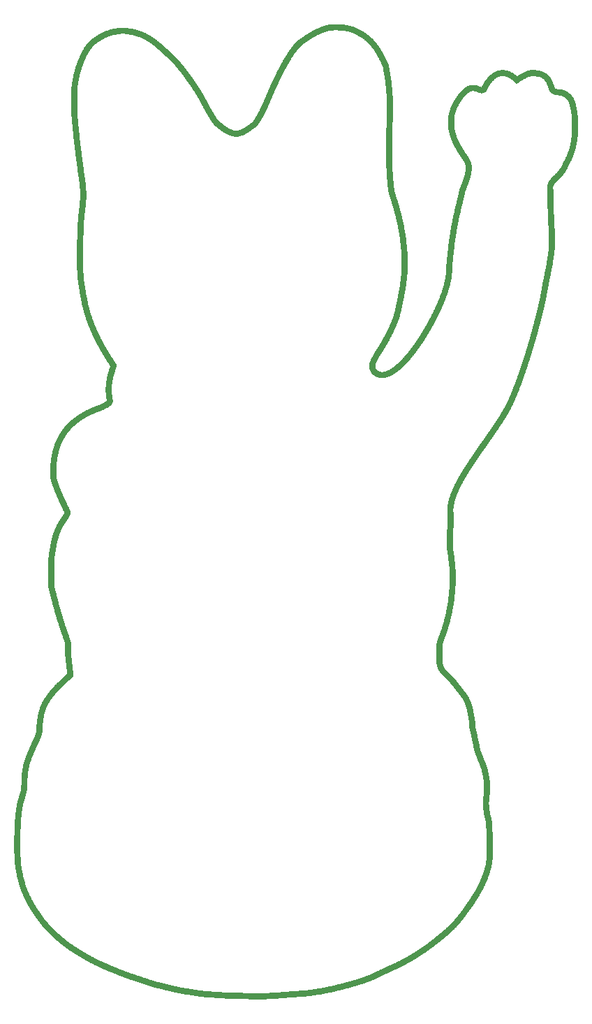
<source format=gbo>
G04 MADE WITH FRITZING*
G04 WWW.FRITZING.ORG*
G04 DOUBLE SIDED*
G04 HOLES PLATED*
G04 CONTOUR ON CENTER OF CONTOUR VECTOR*
%ASAXBY*%
%FSLAX23Y23*%
%MOIN*%
%OFA0B0*%
%SFA1.0B1.0*%
%ADD10R,0.001000X0.001000*%
%LNSILK0*%
G90*
G70*
G54D10*
X1521Y4655D02*
X1549Y4655D01*
X1511Y4654D02*
X1562Y4654D01*
X1505Y4653D02*
X1571Y4653D01*
X1499Y4652D02*
X1579Y4652D01*
X1495Y4651D02*
X1585Y4651D01*
X1491Y4650D02*
X1591Y4650D01*
X1487Y4649D02*
X1596Y4649D01*
X1483Y4648D02*
X1600Y4648D01*
X1480Y4647D02*
X1605Y4647D01*
X1477Y4646D02*
X1609Y4646D01*
X1474Y4645D02*
X1612Y4645D01*
X1471Y4644D02*
X1615Y4644D01*
X1468Y4643D02*
X1618Y4643D01*
X1466Y4642D02*
X1621Y4642D01*
X1463Y4641D02*
X1624Y4641D01*
X1460Y4640D02*
X1627Y4640D01*
X1458Y4639D02*
X1629Y4639D01*
X505Y4638D02*
X531Y4638D01*
X1456Y4638D02*
X1631Y4638D01*
X496Y4637D02*
X540Y4637D01*
X1453Y4637D02*
X1634Y4637D01*
X490Y4636D02*
X546Y4636D01*
X1451Y4636D02*
X1635Y4636D01*
X484Y4635D02*
X552Y4635D01*
X1449Y4635D02*
X1637Y4635D01*
X478Y4634D02*
X557Y4634D01*
X1447Y4634D02*
X1639Y4634D01*
X473Y4633D02*
X562Y4633D01*
X1444Y4633D02*
X1641Y4633D01*
X469Y4632D02*
X567Y4632D01*
X1442Y4632D02*
X1643Y4632D01*
X465Y4631D02*
X572Y4631D01*
X1440Y4631D02*
X1645Y4631D01*
X461Y4630D02*
X576Y4630D01*
X1438Y4630D02*
X1647Y4630D01*
X457Y4629D02*
X580Y4629D01*
X1436Y4629D02*
X1649Y4629D01*
X454Y4628D02*
X584Y4628D01*
X1434Y4628D02*
X1651Y4628D01*
X451Y4627D02*
X587Y4627D01*
X1432Y4627D02*
X1653Y4627D01*
X448Y4626D02*
X591Y4626D01*
X1430Y4626D02*
X1526Y4626D01*
X1547Y4626D02*
X1655Y4626D01*
X445Y4625D02*
X594Y4625D01*
X1428Y4625D02*
X1514Y4625D01*
X1562Y4625D02*
X1657Y4625D01*
X442Y4624D02*
X597Y4624D01*
X1427Y4624D02*
X1507Y4624D01*
X1571Y4624D02*
X1658Y4624D01*
X440Y4623D02*
X600Y4623D01*
X1425Y4623D02*
X1502Y4623D01*
X1578Y4623D02*
X1660Y4623D01*
X437Y4622D02*
X603Y4622D01*
X1423Y4622D02*
X1498Y4622D01*
X1584Y4622D02*
X1662Y4622D01*
X435Y4621D02*
X606Y4621D01*
X1421Y4621D02*
X1494Y4621D01*
X1589Y4621D02*
X1663Y4621D01*
X432Y4620D02*
X609Y4620D01*
X1419Y4620D02*
X1490Y4620D01*
X1593Y4620D02*
X1665Y4620D01*
X430Y4619D02*
X611Y4619D01*
X1418Y4619D02*
X1487Y4619D01*
X1598Y4619D02*
X1667Y4619D01*
X428Y4618D02*
X614Y4618D01*
X1416Y4618D02*
X1484Y4618D01*
X1602Y4618D02*
X1668Y4618D01*
X425Y4617D02*
X616Y4617D01*
X1414Y4617D02*
X1481Y4617D01*
X1605Y4617D02*
X1670Y4617D01*
X423Y4616D02*
X619Y4616D01*
X1412Y4616D02*
X1478Y4616D01*
X1608Y4616D02*
X1671Y4616D01*
X421Y4615D02*
X621Y4615D01*
X1411Y4615D02*
X1475Y4615D01*
X1611Y4615D02*
X1673Y4615D01*
X419Y4614D02*
X623Y4614D01*
X1409Y4614D02*
X1473Y4614D01*
X1614Y4614D02*
X1675Y4614D01*
X417Y4613D02*
X625Y4613D01*
X1407Y4613D02*
X1470Y4613D01*
X1617Y4613D02*
X1676Y4613D01*
X415Y4612D02*
X627Y4612D01*
X1406Y4612D02*
X1468Y4612D01*
X1619Y4612D02*
X1678Y4612D01*
X413Y4611D02*
X629Y4611D01*
X1404Y4611D02*
X1465Y4611D01*
X1621Y4611D02*
X1679Y4611D01*
X412Y4610D02*
X631Y4610D01*
X1403Y4610D02*
X1463Y4610D01*
X1623Y4610D02*
X1681Y4610D01*
X410Y4609D02*
X507Y4609D01*
X530Y4609D02*
X633Y4609D01*
X1401Y4609D02*
X1461Y4609D01*
X1625Y4609D02*
X1682Y4609D01*
X408Y4608D02*
X499Y4608D01*
X537Y4608D02*
X635Y4608D01*
X1399Y4608D02*
X1459Y4608D01*
X1627Y4608D02*
X1683Y4608D01*
X406Y4607D02*
X492Y4607D01*
X543Y4607D02*
X637Y4607D01*
X1398Y4607D02*
X1456Y4607D01*
X1629Y4607D02*
X1685Y4607D01*
X404Y4606D02*
X487Y4606D01*
X548Y4606D02*
X639Y4606D01*
X1396Y4606D02*
X1454Y4606D01*
X1631Y4606D02*
X1686Y4606D01*
X403Y4605D02*
X481Y4605D01*
X554Y4605D02*
X641Y4605D01*
X1395Y4605D02*
X1452Y4605D01*
X1633Y4605D02*
X1687Y4605D01*
X401Y4604D02*
X476Y4604D01*
X559Y4604D02*
X643Y4604D01*
X1393Y4604D02*
X1450Y4604D01*
X1635Y4604D02*
X1689Y4604D01*
X399Y4603D02*
X472Y4603D01*
X564Y4603D02*
X644Y4603D01*
X1391Y4603D02*
X1448Y4603D01*
X1637Y4603D02*
X1690Y4603D01*
X398Y4602D02*
X468Y4602D01*
X568Y4602D02*
X646Y4602D01*
X1390Y4602D02*
X1446Y4602D01*
X1639Y4602D02*
X1691Y4602D01*
X396Y4601D02*
X464Y4601D01*
X573Y4601D02*
X648Y4601D01*
X1388Y4601D02*
X1444Y4601D01*
X1641Y4601D02*
X1693Y4601D01*
X394Y4600D02*
X461Y4600D01*
X577Y4600D02*
X649Y4600D01*
X1387Y4600D02*
X1442Y4600D01*
X1642Y4600D02*
X1694Y4600D01*
X393Y4599D02*
X458Y4599D01*
X580Y4599D02*
X651Y4599D01*
X1386Y4599D02*
X1440Y4599D01*
X1644Y4599D02*
X1695Y4599D01*
X391Y4598D02*
X455Y4598D01*
X584Y4598D02*
X653Y4598D01*
X1384Y4598D02*
X1439Y4598D01*
X1646Y4598D02*
X1696Y4598D01*
X389Y4597D02*
X452Y4597D01*
X587Y4597D02*
X654Y4597D01*
X1383Y4597D02*
X1437Y4597D01*
X1648Y4597D02*
X1698Y4597D01*
X388Y4596D02*
X449Y4596D01*
X590Y4596D02*
X656Y4596D01*
X1381Y4596D02*
X1435Y4596D01*
X1649Y4596D02*
X1699Y4596D01*
X386Y4595D02*
X447Y4595D01*
X593Y4595D02*
X657Y4595D01*
X1380Y4595D02*
X1433Y4595D01*
X1651Y4595D02*
X1700Y4595D01*
X385Y4594D02*
X444Y4594D01*
X596Y4594D02*
X659Y4594D01*
X1378Y4594D02*
X1431Y4594D01*
X1653Y4594D02*
X1701Y4594D01*
X384Y4593D02*
X442Y4593D01*
X599Y4593D02*
X660Y4593D01*
X1377Y4593D02*
X1430Y4593D01*
X1654Y4593D02*
X1702Y4593D01*
X382Y4592D02*
X440Y4592D01*
X602Y4592D02*
X662Y4592D01*
X1375Y4592D02*
X1428Y4592D01*
X1656Y4592D02*
X1703Y4592D01*
X381Y4591D02*
X437Y4591D01*
X604Y4591D02*
X663Y4591D01*
X1374Y4591D02*
X1426Y4591D01*
X1658Y4591D02*
X1704Y4591D01*
X379Y4590D02*
X435Y4590D01*
X607Y4590D02*
X665Y4590D01*
X1372Y4590D02*
X1425Y4590D01*
X1659Y4590D02*
X1705Y4590D01*
X378Y4589D02*
X433Y4589D01*
X609Y4589D02*
X666Y4589D01*
X1371Y4589D02*
X1423Y4589D01*
X1661Y4589D02*
X1706Y4589D01*
X377Y4588D02*
X431Y4588D01*
X611Y4588D02*
X667Y4588D01*
X1370Y4588D02*
X1421Y4588D01*
X1662Y4588D02*
X1708Y4588D01*
X375Y4587D02*
X429Y4587D01*
X613Y4587D02*
X669Y4587D01*
X1368Y4587D02*
X1420Y4587D01*
X1664Y4587D02*
X1709Y4587D01*
X374Y4586D02*
X427Y4586D01*
X616Y4586D02*
X670Y4586D01*
X1367Y4586D02*
X1418Y4586D01*
X1665Y4586D02*
X1710Y4586D01*
X373Y4585D02*
X426Y4585D01*
X618Y4585D02*
X672Y4585D01*
X1365Y4585D02*
X1417Y4585D01*
X1666Y4585D02*
X1711Y4585D01*
X372Y4584D02*
X424Y4584D01*
X620Y4584D02*
X673Y4584D01*
X1364Y4584D02*
X1415Y4584D01*
X1668Y4584D02*
X1712Y4584D01*
X371Y4583D02*
X422Y4583D01*
X622Y4583D02*
X674Y4583D01*
X1363Y4583D02*
X1413Y4583D01*
X1669Y4583D02*
X1713Y4583D01*
X369Y4582D02*
X420Y4582D01*
X624Y4582D02*
X676Y4582D01*
X1361Y4582D02*
X1412Y4582D01*
X1671Y4582D02*
X1714Y4582D01*
X368Y4581D02*
X418Y4581D01*
X625Y4581D02*
X677Y4581D01*
X1360Y4581D02*
X1410Y4581D01*
X1672Y4581D02*
X1715Y4581D01*
X367Y4580D02*
X417Y4580D01*
X627Y4580D02*
X678Y4580D01*
X1359Y4580D02*
X1409Y4580D01*
X1673Y4580D02*
X1715Y4580D01*
X366Y4579D02*
X415Y4579D01*
X629Y4579D02*
X680Y4579D01*
X1357Y4579D02*
X1407Y4579D01*
X1674Y4579D02*
X1716Y4579D01*
X365Y4578D02*
X413Y4578D01*
X631Y4578D02*
X681Y4578D01*
X1356Y4578D02*
X1406Y4578D01*
X1676Y4578D02*
X1717Y4578D01*
X364Y4577D02*
X412Y4577D01*
X632Y4577D02*
X682Y4577D01*
X1355Y4577D02*
X1404Y4577D01*
X1677Y4577D02*
X1718Y4577D01*
X363Y4576D02*
X410Y4576D01*
X634Y4576D02*
X683Y4576D01*
X1354Y4576D02*
X1403Y4576D01*
X1678Y4576D02*
X1719Y4576D01*
X362Y4575D02*
X408Y4575D01*
X636Y4575D02*
X685Y4575D01*
X1353Y4575D02*
X1401Y4575D01*
X1679Y4575D02*
X1720Y4575D01*
X361Y4574D02*
X407Y4574D01*
X637Y4574D02*
X686Y4574D01*
X1352Y4574D02*
X1400Y4574D01*
X1681Y4574D02*
X1721Y4574D01*
X359Y4573D02*
X405Y4573D01*
X639Y4573D02*
X687Y4573D01*
X1351Y4573D02*
X1398Y4573D01*
X1682Y4573D02*
X1722Y4573D01*
X359Y4572D02*
X404Y4572D01*
X640Y4572D02*
X689Y4572D01*
X1349Y4572D02*
X1397Y4572D01*
X1683Y4572D02*
X1723Y4572D01*
X358Y4571D02*
X402Y4571D01*
X642Y4571D02*
X690Y4571D01*
X1348Y4571D02*
X1395Y4571D01*
X1684Y4571D02*
X1724Y4571D01*
X357Y4570D02*
X401Y4570D01*
X643Y4570D02*
X691Y4570D01*
X1347Y4570D02*
X1394Y4570D01*
X1685Y4570D02*
X1724Y4570D01*
X356Y4569D02*
X399Y4569D01*
X645Y4569D02*
X692Y4569D01*
X1346Y4569D02*
X1392Y4569D01*
X1686Y4569D02*
X1725Y4569D01*
X355Y4568D02*
X398Y4568D01*
X646Y4568D02*
X693Y4568D01*
X1345Y4568D02*
X1391Y4568D01*
X1687Y4568D02*
X1726Y4568D01*
X354Y4567D02*
X396Y4567D01*
X648Y4567D02*
X694Y4567D01*
X1344Y4567D02*
X1389Y4567D01*
X1688Y4567D02*
X1727Y4567D01*
X353Y4566D02*
X395Y4566D01*
X649Y4566D02*
X696Y4566D01*
X1343Y4566D02*
X1388Y4566D01*
X1689Y4566D02*
X1728Y4566D01*
X352Y4565D02*
X394Y4565D01*
X651Y4565D02*
X697Y4565D01*
X1342Y4565D02*
X1387Y4565D01*
X1690Y4565D02*
X1728Y4565D01*
X351Y4564D02*
X392Y4564D01*
X652Y4564D02*
X698Y4564D01*
X1342Y4564D02*
X1385Y4564D01*
X1691Y4564D02*
X1729Y4564D01*
X350Y4563D02*
X391Y4563D01*
X653Y4563D02*
X699Y4563D01*
X1341Y4563D02*
X1384Y4563D01*
X1692Y4563D02*
X1730Y4563D01*
X349Y4562D02*
X390Y4562D01*
X655Y4562D02*
X700Y4562D01*
X1340Y4562D02*
X1383Y4562D01*
X1693Y4562D02*
X1731Y4562D01*
X349Y4561D02*
X389Y4561D01*
X656Y4561D02*
X702Y4561D01*
X1339Y4561D02*
X1381Y4561D01*
X1694Y4561D02*
X1732Y4561D01*
X348Y4560D02*
X387Y4560D01*
X658Y4560D02*
X703Y4560D01*
X1338Y4560D02*
X1380Y4560D01*
X1695Y4560D02*
X1732Y4560D01*
X347Y4559D02*
X386Y4559D01*
X659Y4559D02*
X704Y4559D01*
X1337Y4559D02*
X1378Y4559D01*
X1696Y4559D02*
X1733Y4559D01*
X346Y4558D02*
X385Y4558D01*
X660Y4558D02*
X705Y4558D01*
X1336Y4558D02*
X1377Y4558D01*
X1697Y4558D02*
X1734Y4558D01*
X345Y4557D02*
X384Y4557D01*
X661Y4557D02*
X706Y4557D01*
X1335Y4557D02*
X1376Y4557D01*
X1698Y4557D02*
X1735Y4557D01*
X344Y4556D02*
X383Y4556D01*
X663Y4556D02*
X707Y4556D01*
X1334Y4556D02*
X1375Y4556D01*
X1699Y4556D02*
X1735Y4556D01*
X344Y4555D02*
X382Y4555D01*
X664Y4555D02*
X709Y4555D01*
X1334Y4555D02*
X1373Y4555D01*
X1700Y4555D02*
X1736Y4555D01*
X343Y4554D02*
X381Y4554D01*
X665Y4554D02*
X710Y4554D01*
X1333Y4554D02*
X1372Y4554D01*
X1701Y4554D02*
X1737Y4554D01*
X342Y4553D02*
X380Y4553D01*
X667Y4553D02*
X711Y4553D01*
X1332Y4553D02*
X1371Y4553D01*
X1701Y4553D02*
X1737Y4553D01*
X341Y4552D02*
X379Y4552D01*
X668Y4552D02*
X712Y4552D01*
X1331Y4552D02*
X1370Y4552D01*
X1702Y4552D02*
X1738Y4552D01*
X341Y4551D02*
X378Y4551D01*
X669Y4551D02*
X713Y4551D01*
X1330Y4551D02*
X1369Y4551D01*
X1703Y4551D02*
X1739Y4551D01*
X340Y4550D02*
X377Y4550D01*
X670Y4550D02*
X714Y4550D01*
X1330Y4550D02*
X1368Y4550D01*
X1704Y4550D02*
X1740Y4550D01*
X339Y4549D02*
X376Y4549D01*
X672Y4549D02*
X715Y4549D01*
X1329Y4549D02*
X1367Y4549D01*
X1705Y4549D02*
X1740Y4549D01*
X339Y4548D02*
X375Y4548D01*
X673Y4548D02*
X716Y4548D01*
X1328Y4548D02*
X1366Y4548D01*
X1706Y4548D02*
X1741Y4548D01*
X338Y4547D02*
X374Y4547D01*
X674Y4547D02*
X717Y4547D01*
X1327Y4547D02*
X1365Y4547D01*
X1707Y4547D02*
X1742Y4547D01*
X337Y4546D02*
X373Y4546D01*
X675Y4546D02*
X719Y4546D01*
X1326Y4546D02*
X1364Y4546D01*
X1707Y4546D02*
X1742Y4546D01*
X336Y4545D02*
X372Y4545D01*
X676Y4545D02*
X720Y4545D01*
X1326Y4545D02*
X1363Y4545D01*
X1708Y4545D02*
X1743Y4545D01*
X336Y4544D02*
X371Y4544D01*
X677Y4544D02*
X721Y4544D01*
X1325Y4544D02*
X1362Y4544D01*
X1709Y4544D02*
X1744Y4544D01*
X335Y4543D02*
X370Y4543D01*
X679Y4543D02*
X722Y4543D01*
X1324Y4543D02*
X1361Y4543D01*
X1710Y4543D02*
X1744Y4543D01*
X334Y4542D02*
X370Y4542D01*
X680Y4542D02*
X723Y4542D01*
X1323Y4542D02*
X1360Y4542D01*
X1710Y4542D02*
X1745Y4542D01*
X334Y4541D02*
X369Y4541D01*
X681Y4541D02*
X724Y4541D01*
X1323Y4541D02*
X1359Y4541D01*
X1711Y4541D02*
X1746Y4541D01*
X333Y4540D02*
X368Y4540D01*
X682Y4540D02*
X725Y4540D01*
X1322Y4540D02*
X1358Y4540D01*
X1712Y4540D02*
X1746Y4540D01*
X333Y4539D02*
X367Y4539D01*
X683Y4539D02*
X726Y4539D01*
X1321Y4539D02*
X1357Y4539D01*
X1713Y4539D02*
X1747Y4539D01*
X332Y4538D02*
X366Y4538D01*
X684Y4538D02*
X728Y4538D01*
X1320Y4538D02*
X1356Y4538D01*
X1713Y4538D02*
X1747Y4538D01*
X331Y4537D02*
X366Y4537D01*
X686Y4537D02*
X729Y4537D01*
X1320Y4537D02*
X1355Y4537D01*
X1714Y4537D02*
X1748Y4537D01*
X331Y4536D02*
X365Y4536D01*
X687Y4536D02*
X730Y4536D01*
X1319Y4536D02*
X1355Y4536D01*
X1715Y4536D02*
X1749Y4536D01*
X330Y4535D02*
X364Y4535D01*
X688Y4535D02*
X731Y4535D01*
X1318Y4535D02*
X1354Y4535D01*
X1715Y4535D02*
X1749Y4535D01*
X330Y4534D02*
X363Y4534D01*
X689Y4534D02*
X732Y4534D01*
X1318Y4534D02*
X1353Y4534D01*
X1716Y4534D02*
X1750Y4534D01*
X329Y4533D02*
X363Y4533D01*
X690Y4533D02*
X733Y4533D01*
X1317Y4533D02*
X1352Y4533D01*
X1717Y4533D02*
X1751Y4533D01*
X328Y4532D02*
X362Y4532D01*
X691Y4532D02*
X734Y4532D01*
X1316Y4532D02*
X1351Y4532D01*
X1718Y4532D02*
X1751Y4532D01*
X328Y4531D02*
X361Y4531D01*
X693Y4531D02*
X735Y4531D01*
X1315Y4531D02*
X1350Y4531D01*
X1718Y4531D02*
X1752Y4531D01*
X327Y4530D02*
X361Y4530D01*
X694Y4530D02*
X736Y4530D01*
X1315Y4530D02*
X1350Y4530D01*
X1719Y4530D02*
X1752Y4530D01*
X327Y4529D02*
X360Y4529D01*
X695Y4529D02*
X737Y4529D01*
X1314Y4529D02*
X1349Y4529D01*
X1720Y4529D02*
X1753Y4529D01*
X326Y4528D02*
X359Y4528D01*
X696Y4528D02*
X738Y4528D01*
X1313Y4528D02*
X1348Y4528D01*
X1720Y4528D02*
X1754Y4528D01*
X326Y4527D02*
X359Y4527D01*
X697Y4527D02*
X739Y4527D01*
X1313Y4527D02*
X1347Y4527D01*
X1721Y4527D02*
X1754Y4527D01*
X325Y4526D02*
X358Y4526D01*
X698Y4526D02*
X740Y4526D01*
X1312Y4526D02*
X1347Y4526D01*
X1722Y4526D02*
X1755Y4526D01*
X324Y4525D02*
X357Y4525D01*
X699Y4525D02*
X742Y4525D01*
X1311Y4525D02*
X1346Y4525D01*
X1722Y4525D02*
X1755Y4525D01*
X324Y4524D02*
X357Y4524D01*
X700Y4524D02*
X743Y4524D01*
X1311Y4524D02*
X1345Y4524D01*
X1723Y4524D02*
X1756Y4524D01*
X323Y4523D02*
X356Y4523D01*
X701Y4523D02*
X744Y4523D01*
X1310Y4523D02*
X1344Y4523D01*
X1723Y4523D02*
X1756Y4523D01*
X323Y4522D02*
X355Y4522D01*
X703Y4522D02*
X745Y4522D01*
X1309Y4522D02*
X1344Y4522D01*
X1724Y4522D02*
X1757Y4522D01*
X322Y4521D02*
X355Y4521D01*
X704Y4521D02*
X746Y4521D01*
X1309Y4521D02*
X1343Y4521D01*
X1725Y4521D02*
X1758Y4521D01*
X322Y4520D02*
X354Y4520D01*
X705Y4520D02*
X747Y4520D01*
X1308Y4520D02*
X1342Y4520D01*
X1725Y4520D02*
X1758Y4520D01*
X321Y4519D02*
X354Y4519D01*
X706Y4519D02*
X748Y4519D01*
X1307Y4519D02*
X1341Y4519D01*
X1726Y4519D02*
X1759Y4519D01*
X321Y4518D02*
X353Y4518D01*
X707Y4518D02*
X749Y4518D01*
X1307Y4518D02*
X1341Y4518D01*
X1727Y4518D02*
X1759Y4518D01*
X320Y4517D02*
X352Y4517D01*
X708Y4517D02*
X750Y4517D01*
X1306Y4517D02*
X1340Y4517D01*
X1727Y4517D02*
X1760Y4517D01*
X320Y4516D02*
X352Y4516D01*
X709Y4516D02*
X751Y4516D01*
X1305Y4516D02*
X1339Y4516D01*
X1728Y4516D02*
X1760Y4516D01*
X319Y4515D02*
X351Y4515D01*
X710Y4515D02*
X752Y4515D01*
X1305Y4515D02*
X1339Y4515D01*
X1728Y4515D02*
X1761Y4515D01*
X319Y4514D02*
X351Y4514D01*
X711Y4514D02*
X753Y4514D01*
X1304Y4514D02*
X1338Y4514D01*
X1729Y4514D02*
X1761Y4514D01*
X318Y4513D02*
X350Y4513D01*
X712Y4513D02*
X754Y4513D01*
X1303Y4513D02*
X1337Y4513D01*
X1730Y4513D02*
X1762Y4513D01*
X318Y4512D02*
X350Y4512D01*
X714Y4512D02*
X755Y4512D01*
X1303Y4512D02*
X1336Y4512D01*
X1730Y4512D02*
X1763Y4512D01*
X317Y4511D02*
X349Y4511D01*
X715Y4511D02*
X756Y4511D01*
X1302Y4511D02*
X1336Y4511D01*
X1731Y4511D02*
X1763Y4511D01*
X317Y4510D02*
X349Y4510D01*
X716Y4510D02*
X757Y4510D01*
X1301Y4510D02*
X1335Y4510D01*
X1731Y4510D02*
X1764Y4510D01*
X316Y4509D02*
X348Y4509D01*
X717Y4509D02*
X758Y4509D01*
X1301Y4509D02*
X1334Y4509D01*
X1732Y4509D02*
X1764Y4509D01*
X316Y4508D02*
X347Y4508D01*
X718Y4508D02*
X760Y4508D01*
X1300Y4508D02*
X1334Y4508D01*
X1732Y4508D02*
X1765Y4508D01*
X316Y4507D02*
X347Y4507D01*
X719Y4507D02*
X761Y4507D01*
X1299Y4507D02*
X1333Y4507D01*
X1733Y4507D02*
X1765Y4507D01*
X315Y4506D02*
X346Y4506D01*
X720Y4506D02*
X762Y4506D01*
X1299Y4506D02*
X1332Y4506D01*
X1734Y4506D02*
X1766Y4506D01*
X315Y4505D02*
X346Y4505D01*
X721Y4505D02*
X763Y4505D01*
X1298Y4505D02*
X1332Y4505D01*
X1734Y4505D02*
X1766Y4505D01*
X314Y4504D02*
X345Y4504D01*
X722Y4504D02*
X764Y4504D01*
X1298Y4504D02*
X1331Y4504D01*
X1735Y4504D02*
X1767Y4504D01*
X314Y4503D02*
X345Y4503D01*
X723Y4503D02*
X765Y4503D01*
X1297Y4503D02*
X1330Y4503D01*
X1735Y4503D02*
X1767Y4503D01*
X313Y4502D02*
X344Y4502D01*
X724Y4502D02*
X766Y4502D01*
X1296Y4502D02*
X1330Y4502D01*
X1736Y4502D02*
X1768Y4502D01*
X313Y4501D02*
X344Y4501D01*
X725Y4501D02*
X767Y4501D01*
X1296Y4501D02*
X1329Y4501D01*
X1736Y4501D02*
X1768Y4501D01*
X312Y4500D02*
X343Y4500D01*
X727Y4500D02*
X768Y4500D01*
X1295Y4500D02*
X1329Y4500D01*
X1737Y4500D02*
X1769Y4500D01*
X312Y4499D02*
X343Y4499D01*
X728Y4499D02*
X769Y4499D01*
X1295Y4499D02*
X1328Y4499D01*
X1737Y4499D02*
X1769Y4499D01*
X312Y4498D02*
X342Y4498D01*
X729Y4498D02*
X770Y4498D01*
X1294Y4498D02*
X1327Y4498D01*
X1738Y4498D02*
X1770Y4498D01*
X311Y4497D02*
X342Y4497D01*
X730Y4497D02*
X771Y4497D01*
X1293Y4497D02*
X1327Y4497D01*
X1738Y4497D02*
X1770Y4497D01*
X311Y4496D02*
X342Y4496D01*
X731Y4496D02*
X772Y4496D01*
X1293Y4496D02*
X1326Y4496D01*
X1739Y4496D02*
X1771Y4496D01*
X310Y4495D02*
X341Y4495D01*
X732Y4495D02*
X773Y4495D01*
X1292Y4495D02*
X1325Y4495D01*
X1740Y4495D02*
X1771Y4495D01*
X310Y4494D02*
X341Y4494D01*
X733Y4494D02*
X774Y4494D01*
X1291Y4494D02*
X1325Y4494D01*
X1740Y4494D02*
X1772Y4494D01*
X309Y4493D02*
X340Y4493D01*
X734Y4493D02*
X775Y4493D01*
X1291Y4493D02*
X1324Y4493D01*
X1741Y4493D02*
X1772Y4493D01*
X309Y4492D02*
X340Y4492D01*
X735Y4492D02*
X776Y4492D01*
X1290Y4492D02*
X1323Y4492D01*
X1741Y4492D02*
X1773Y4492D01*
X309Y4491D02*
X339Y4491D01*
X736Y4491D02*
X777Y4491D01*
X1290Y4491D02*
X1323Y4491D01*
X1742Y4491D02*
X1773Y4491D01*
X308Y4490D02*
X339Y4490D01*
X737Y4490D02*
X778Y4490D01*
X1289Y4490D02*
X1322Y4490D01*
X1742Y4490D02*
X1774Y4490D01*
X308Y4489D02*
X338Y4489D01*
X738Y4489D02*
X779Y4489D01*
X1289Y4489D02*
X1322Y4489D01*
X1743Y4489D02*
X1774Y4489D01*
X307Y4488D02*
X338Y4488D01*
X739Y4488D02*
X780Y4488D01*
X1288Y4488D02*
X1321Y4488D01*
X1743Y4488D02*
X1775Y4488D01*
X307Y4487D02*
X338Y4487D01*
X740Y4487D02*
X781Y4487D01*
X1287Y4487D02*
X1320Y4487D01*
X1744Y4487D02*
X1775Y4487D01*
X307Y4486D02*
X337Y4486D01*
X741Y4486D02*
X782Y4486D01*
X1287Y4486D02*
X1320Y4486D01*
X1744Y4486D02*
X1776Y4486D01*
X306Y4485D02*
X337Y4485D01*
X742Y4485D02*
X782Y4485D01*
X1286Y4485D02*
X1319Y4485D01*
X1745Y4485D02*
X1776Y4485D01*
X306Y4484D02*
X336Y4484D01*
X743Y4484D02*
X783Y4484D01*
X1286Y4484D02*
X1319Y4484D01*
X1745Y4484D02*
X1777Y4484D01*
X305Y4483D02*
X336Y4483D01*
X744Y4483D02*
X784Y4483D01*
X1285Y4483D02*
X1318Y4483D01*
X1746Y4483D02*
X1777Y4483D01*
X305Y4482D02*
X335Y4482D01*
X745Y4482D02*
X785Y4482D01*
X1284Y4482D02*
X1317Y4482D01*
X1746Y4482D02*
X1778Y4482D01*
X305Y4481D02*
X335Y4481D01*
X746Y4481D02*
X786Y4481D01*
X1284Y4481D02*
X1317Y4481D01*
X1747Y4481D02*
X1778Y4481D01*
X304Y4480D02*
X335Y4480D01*
X747Y4480D02*
X787Y4480D01*
X1283Y4480D02*
X1316Y4480D01*
X1747Y4480D02*
X1779Y4480D01*
X304Y4479D02*
X334Y4479D01*
X748Y4479D02*
X788Y4479D01*
X1283Y4479D02*
X1315Y4479D01*
X1748Y4479D02*
X1779Y4479D01*
X304Y4478D02*
X334Y4478D01*
X749Y4478D02*
X789Y4478D01*
X1282Y4478D02*
X1315Y4478D01*
X1748Y4478D02*
X1779Y4478D01*
X303Y4477D02*
X333Y4477D01*
X750Y4477D02*
X790Y4477D01*
X1282Y4477D02*
X1314Y4477D01*
X1749Y4477D02*
X1780Y4477D01*
X303Y4476D02*
X333Y4476D01*
X751Y4476D02*
X790Y4476D01*
X1281Y4476D02*
X1314Y4476D01*
X1749Y4476D02*
X1780Y4476D01*
X302Y4475D02*
X333Y4475D01*
X752Y4475D02*
X791Y4475D01*
X1280Y4475D02*
X1313Y4475D01*
X1750Y4475D02*
X1781Y4475D01*
X302Y4474D02*
X332Y4474D01*
X753Y4474D02*
X792Y4474D01*
X1280Y4474D02*
X1313Y4474D01*
X1750Y4474D02*
X1781Y4474D01*
X302Y4473D02*
X332Y4473D01*
X755Y4473D02*
X793Y4473D01*
X1279Y4473D02*
X1312Y4473D01*
X1751Y4473D02*
X1782Y4473D01*
X301Y4472D02*
X331Y4472D01*
X756Y4472D02*
X794Y4472D01*
X1279Y4472D02*
X1311Y4472D01*
X1751Y4472D02*
X1782Y4472D01*
X301Y4471D02*
X331Y4471D01*
X757Y4471D02*
X795Y4471D01*
X1278Y4471D02*
X1311Y4471D01*
X1752Y4471D02*
X1783Y4471D01*
X301Y4470D02*
X331Y4470D01*
X757Y4470D02*
X796Y4470D01*
X1278Y4470D02*
X1310Y4470D01*
X1752Y4470D02*
X1783Y4470D01*
X300Y4469D02*
X330Y4469D01*
X758Y4469D02*
X796Y4469D01*
X1277Y4469D02*
X1310Y4469D01*
X1752Y4469D02*
X1784Y4469D01*
X300Y4468D02*
X330Y4468D01*
X759Y4468D02*
X797Y4468D01*
X1277Y4468D02*
X1309Y4468D01*
X1753Y4468D02*
X1784Y4468D01*
X300Y4467D02*
X330Y4467D01*
X760Y4467D02*
X798Y4467D01*
X1276Y4467D02*
X1309Y4467D01*
X1753Y4467D02*
X1784Y4467D01*
X299Y4466D02*
X329Y4466D01*
X761Y4466D02*
X799Y4466D01*
X1275Y4466D02*
X1308Y4466D01*
X1754Y4466D02*
X1785Y4466D01*
X299Y4465D02*
X329Y4465D01*
X762Y4465D02*
X800Y4465D01*
X1275Y4465D02*
X1307Y4465D01*
X1754Y4465D02*
X1785Y4465D01*
X298Y4464D02*
X328Y4464D01*
X763Y4464D02*
X800Y4464D01*
X1274Y4464D02*
X1307Y4464D01*
X1755Y4464D02*
X1786Y4464D01*
X298Y4463D02*
X328Y4463D01*
X764Y4463D02*
X801Y4463D01*
X1274Y4463D02*
X1306Y4463D01*
X1755Y4463D02*
X1786Y4463D01*
X298Y4462D02*
X328Y4462D01*
X765Y4462D02*
X802Y4462D01*
X1273Y4462D02*
X1306Y4462D01*
X1756Y4462D02*
X1787Y4462D01*
X297Y4461D02*
X327Y4461D01*
X766Y4461D02*
X803Y4461D01*
X1273Y4461D02*
X1305Y4461D01*
X1756Y4461D02*
X1787Y4461D01*
X297Y4460D02*
X327Y4460D01*
X767Y4460D02*
X804Y4460D01*
X1272Y4460D02*
X1305Y4460D01*
X1757Y4460D02*
X1787Y4460D01*
X297Y4459D02*
X327Y4459D01*
X768Y4459D02*
X805Y4459D01*
X1272Y4459D02*
X1304Y4459D01*
X1757Y4459D02*
X1787Y4459D01*
X296Y4458D02*
X326Y4458D01*
X768Y4458D02*
X805Y4458D01*
X1271Y4458D02*
X1303Y4458D01*
X1757Y4458D02*
X1788Y4458D01*
X296Y4457D02*
X326Y4457D01*
X769Y4457D02*
X806Y4457D01*
X1271Y4457D02*
X1303Y4457D01*
X1758Y4457D02*
X1788Y4457D01*
X296Y4456D02*
X326Y4456D01*
X770Y4456D02*
X807Y4456D01*
X1270Y4456D02*
X1302Y4456D01*
X1758Y4456D02*
X1788Y4456D01*
X295Y4455D02*
X325Y4455D01*
X771Y4455D02*
X808Y4455D01*
X1269Y4455D02*
X1302Y4455D01*
X1759Y4455D02*
X1788Y4455D01*
X295Y4454D02*
X325Y4454D01*
X772Y4454D02*
X809Y4454D01*
X1269Y4454D02*
X1301Y4454D01*
X1759Y4454D02*
X1788Y4454D01*
X295Y4453D02*
X325Y4453D01*
X773Y4453D02*
X810Y4453D01*
X1268Y4453D02*
X1301Y4453D01*
X1760Y4453D02*
X1789Y4453D01*
X294Y4452D02*
X324Y4452D01*
X774Y4452D02*
X810Y4452D01*
X1268Y4452D02*
X1300Y4452D01*
X1760Y4452D02*
X1789Y4452D01*
X294Y4451D02*
X324Y4451D01*
X774Y4451D02*
X811Y4451D01*
X1267Y4451D02*
X1300Y4451D01*
X1760Y4451D02*
X1789Y4451D01*
X294Y4450D02*
X324Y4450D01*
X775Y4450D02*
X812Y4450D01*
X1267Y4450D02*
X1299Y4450D01*
X1760Y4450D02*
X1789Y4450D01*
X293Y4449D02*
X323Y4449D01*
X776Y4449D02*
X813Y4449D01*
X1266Y4449D02*
X1298Y4449D01*
X1761Y4449D02*
X1789Y4449D01*
X293Y4448D02*
X323Y4448D01*
X777Y4448D02*
X813Y4448D01*
X1266Y4448D02*
X1298Y4448D01*
X1761Y4448D02*
X1789Y4448D01*
X293Y4447D02*
X323Y4447D01*
X778Y4447D02*
X814Y4447D01*
X1265Y4447D02*
X1297Y4447D01*
X1761Y4447D02*
X1790Y4447D01*
X293Y4446D02*
X322Y4446D01*
X778Y4446D02*
X815Y4446D01*
X1265Y4446D02*
X1297Y4446D01*
X1761Y4446D02*
X1790Y4446D01*
X292Y4445D02*
X322Y4445D01*
X779Y4445D02*
X816Y4445D01*
X1264Y4445D02*
X1296Y4445D01*
X1761Y4445D02*
X1790Y4445D01*
X292Y4444D02*
X322Y4444D01*
X780Y4444D02*
X816Y4444D01*
X1264Y4444D02*
X1296Y4444D01*
X1762Y4444D02*
X1790Y4444D01*
X292Y4443D02*
X321Y4443D01*
X781Y4443D02*
X817Y4443D01*
X1263Y4443D02*
X1295Y4443D01*
X1762Y4443D02*
X1790Y4443D01*
X291Y4442D02*
X321Y4442D01*
X782Y4442D02*
X818Y4442D01*
X1263Y4442D02*
X1295Y4442D01*
X1762Y4442D02*
X1791Y4442D01*
X291Y4441D02*
X321Y4441D01*
X783Y4441D02*
X819Y4441D01*
X1262Y4441D02*
X1294Y4441D01*
X1762Y4441D02*
X1791Y4441D01*
X291Y4440D02*
X320Y4440D01*
X783Y4440D02*
X820Y4440D01*
X1262Y4440D02*
X1294Y4440D01*
X1762Y4440D02*
X1791Y4440D01*
X290Y4439D02*
X320Y4439D01*
X784Y4439D02*
X820Y4439D01*
X1261Y4439D02*
X1293Y4439D01*
X1762Y4439D02*
X1791Y4439D01*
X290Y4438D02*
X320Y4438D01*
X785Y4438D02*
X821Y4438D01*
X1261Y4438D02*
X1293Y4438D01*
X1763Y4438D02*
X1791Y4438D01*
X290Y4437D02*
X319Y4437D01*
X786Y4437D02*
X822Y4437D01*
X1260Y4437D02*
X1292Y4437D01*
X1763Y4437D02*
X1792Y4437D01*
X2469Y4437D02*
X2487Y4437D01*
X289Y4436D02*
X319Y4436D01*
X787Y4436D02*
X823Y4436D01*
X1260Y4436D02*
X1291Y4436D01*
X1763Y4436D02*
X1792Y4436D01*
X2321Y4436D02*
X2343Y4436D01*
X2464Y4436D02*
X2492Y4436D01*
X289Y4435D02*
X319Y4435D01*
X788Y4435D02*
X823Y4435D01*
X1259Y4435D02*
X1291Y4435D01*
X1763Y4435D02*
X1792Y4435D01*
X2316Y4435D02*
X2349Y4435D01*
X2460Y4435D02*
X2497Y4435D01*
X289Y4434D02*
X318Y4434D01*
X788Y4434D02*
X824Y4434D01*
X1259Y4434D02*
X1290Y4434D01*
X1763Y4434D02*
X1792Y4434D01*
X2312Y4434D02*
X2353Y4434D01*
X2456Y4434D02*
X2503Y4434D01*
X289Y4433D02*
X318Y4433D01*
X789Y4433D02*
X825Y4433D01*
X1258Y4433D02*
X1290Y4433D01*
X1764Y4433D02*
X1792Y4433D01*
X2308Y4433D02*
X2356Y4433D01*
X2453Y4433D02*
X2507Y4433D01*
X288Y4432D02*
X318Y4432D01*
X790Y4432D02*
X826Y4432D01*
X1257Y4432D02*
X1289Y4432D01*
X1764Y4432D02*
X1792Y4432D01*
X2305Y4432D02*
X2359Y4432D01*
X2450Y4432D02*
X2511Y4432D01*
X288Y4431D02*
X318Y4431D01*
X791Y4431D02*
X827Y4431D01*
X1257Y4431D02*
X1289Y4431D01*
X1764Y4431D02*
X1793Y4431D01*
X2303Y4431D02*
X2362Y4431D01*
X2448Y4431D02*
X2515Y4431D01*
X288Y4430D02*
X317Y4430D01*
X791Y4430D02*
X827Y4430D01*
X1256Y4430D02*
X1288Y4430D01*
X1764Y4430D02*
X1793Y4430D01*
X2300Y4430D02*
X2365Y4430D01*
X2445Y4430D02*
X2518Y4430D01*
X288Y4429D02*
X317Y4429D01*
X792Y4429D02*
X828Y4429D01*
X1256Y4429D02*
X1288Y4429D01*
X1764Y4429D02*
X1793Y4429D01*
X2298Y4429D02*
X2367Y4429D01*
X2443Y4429D02*
X2521Y4429D01*
X287Y4428D02*
X317Y4428D01*
X793Y4428D02*
X829Y4428D01*
X1255Y4428D02*
X1287Y4428D01*
X1764Y4428D02*
X1793Y4428D01*
X2296Y4428D02*
X2369Y4428D01*
X2440Y4428D02*
X2523Y4428D01*
X287Y4427D02*
X316Y4427D01*
X794Y4427D02*
X829Y4427D01*
X1255Y4427D02*
X1287Y4427D01*
X1765Y4427D02*
X1793Y4427D01*
X2294Y4427D02*
X2371Y4427D01*
X2438Y4427D02*
X2526Y4427D01*
X287Y4426D02*
X316Y4426D01*
X795Y4426D02*
X830Y4426D01*
X1254Y4426D02*
X1286Y4426D01*
X1765Y4426D02*
X1794Y4426D01*
X2292Y4426D02*
X2373Y4426D01*
X2436Y4426D02*
X2528Y4426D01*
X286Y4425D02*
X316Y4425D01*
X795Y4425D02*
X831Y4425D01*
X1254Y4425D02*
X1286Y4425D01*
X1765Y4425D02*
X1794Y4425D01*
X2291Y4425D02*
X2375Y4425D01*
X2434Y4425D02*
X2530Y4425D01*
X286Y4424D02*
X315Y4424D01*
X796Y4424D02*
X832Y4424D01*
X1253Y4424D02*
X1285Y4424D01*
X1765Y4424D02*
X1794Y4424D01*
X2289Y4424D02*
X2377Y4424D01*
X2432Y4424D02*
X2532Y4424D01*
X286Y4423D02*
X315Y4423D01*
X797Y4423D02*
X832Y4423D01*
X1253Y4423D02*
X1285Y4423D01*
X1765Y4423D02*
X1794Y4423D01*
X2287Y4423D02*
X2379Y4423D01*
X2429Y4423D02*
X2534Y4423D01*
X286Y4422D02*
X315Y4422D01*
X798Y4422D02*
X833Y4422D01*
X1252Y4422D02*
X1284Y4422D01*
X1766Y4422D02*
X1794Y4422D01*
X2286Y4422D02*
X2380Y4422D01*
X2428Y4422D02*
X2535Y4422D01*
X285Y4421D02*
X315Y4421D01*
X798Y4421D02*
X834Y4421D01*
X1252Y4421D02*
X1284Y4421D01*
X1766Y4421D02*
X1794Y4421D01*
X2284Y4421D02*
X2382Y4421D01*
X2426Y4421D02*
X2537Y4421D01*
X285Y4420D02*
X314Y4420D01*
X799Y4420D02*
X835Y4420D01*
X1251Y4420D02*
X1283Y4420D01*
X1766Y4420D02*
X1795Y4420D01*
X2283Y4420D02*
X2383Y4420D01*
X2424Y4420D02*
X2539Y4420D01*
X285Y4419D02*
X314Y4419D01*
X800Y4419D02*
X835Y4419D01*
X1251Y4419D02*
X1283Y4419D01*
X1766Y4419D02*
X1795Y4419D01*
X2282Y4419D02*
X2385Y4419D01*
X2422Y4419D02*
X2540Y4419D01*
X285Y4418D02*
X314Y4418D01*
X801Y4418D02*
X836Y4418D01*
X1251Y4418D02*
X1282Y4418D01*
X1766Y4418D02*
X1795Y4418D01*
X2280Y4418D02*
X2386Y4418D01*
X2420Y4418D02*
X2542Y4418D01*
X284Y4417D02*
X314Y4417D01*
X801Y4417D02*
X837Y4417D01*
X1250Y4417D02*
X1282Y4417D01*
X1766Y4417D02*
X1795Y4417D01*
X2279Y4417D02*
X2388Y4417D01*
X2418Y4417D02*
X2543Y4417D01*
X284Y4416D02*
X313Y4416D01*
X802Y4416D02*
X838Y4416D01*
X1250Y4416D02*
X1281Y4416D01*
X1767Y4416D02*
X1795Y4416D01*
X2278Y4416D02*
X2389Y4416D01*
X2417Y4416D02*
X2544Y4416D01*
X284Y4415D02*
X313Y4415D01*
X803Y4415D02*
X838Y4415D01*
X1249Y4415D02*
X1281Y4415D01*
X1767Y4415D02*
X1795Y4415D01*
X2276Y4415D02*
X2391Y4415D01*
X2415Y4415D02*
X2545Y4415D01*
X284Y4414D02*
X313Y4414D01*
X804Y4414D02*
X839Y4414D01*
X1249Y4414D02*
X1280Y4414D01*
X1767Y4414D02*
X1796Y4414D01*
X2275Y4414D02*
X2392Y4414D01*
X2413Y4414D02*
X2547Y4414D01*
X284Y4413D02*
X313Y4413D01*
X805Y4413D02*
X840Y4413D01*
X1248Y4413D02*
X1280Y4413D01*
X1767Y4413D02*
X1796Y4413D01*
X2274Y4413D02*
X2393Y4413D01*
X2411Y4413D02*
X2548Y4413D01*
X283Y4412D02*
X312Y4412D01*
X805Y4412D02*
X840Y4412D01*
X1248Y4412D02*
X1279Y4412D01*
X1767Y4412D02*
X1796Y4412D01*
X2273Y4412D02*
X2395Y4412D01*
X2410Y4412D02*
X2549Y4412D01*
X283Y4411D02*
X312Y4411D01*
X806Y4411D02*
X841Y4411D01*
X1247Y4411D02*
X1279Y4411D01*
X1767Y4411D02*
X1796Y4411D01*
X2272Y4411D02*
X2396Y4411D01*
X2408Y4411D02*
X2550Y4411D01*
X283Y4410D02*
X312Y4410D01*
X807Y4410D02*
X842Y4410D01*
X1247Y4410D02*
X1278Y4410D01*
X1768Y4410D02*
X1796Y4410D01*
X2271Y4410D02*
X2397Y4410D01*
X2406Y4410D02*
X2551Y4410D01*
X283Y4409D02*
X312Y4409D01*
X808Y4409D02*
X843Y4409D01*
X1246Y4409D02*
X1278Y4409D01*
X1768Y4409D02*
X1796Y4409D01*
X2270Y4409D02*
X2398Y4409D01*
X2405Y4409D02*
X2552Y4409D01*
X282Y4408D02*
X311Y4408D01*
X808Y4408D02*
X843Y4408D01*
X1246Y4408D02*
X1277Y4408D01*
X1768Y4408D02*
X1797Y4408D01*
X2269Y4408D02*
X2400Y4408D01*
X2403Y4408D02*
X2471Y4408D01*
X2484Y4408D02*
X2553Y4408D01*
X282Y4407D02*
X311Y4407D01*
X809Y4407D02*
X844Y4407D01*
X1245Y4407D02*
X1277Y4407D01*
X1768Y4407D02*
X1797Y4407D01*
X2268Y4407D02*
X2323Y4407D01*
X2341Y4407D02*
X2467Y4407D01*
X2486Y4407D02*
X2554Y4407D01*
X282Y4406D02*
X311Y4406D01*
X810Y4406D02*
X845Y4406D01*
X1245Y4406D02*
X1276Y4406D01*
X1768Y4406D02*
X1797Y4406D01*
X2267Y4406D02*
X2319Y4406D01*
X2346Y4406D02*
X2464Y4406D01*
X2494Y4406D02*
X2554Y4406D01*
X282Y4405D02*
X311Y4405D01*
X810Y4405D02*
X846Y4405D01*
X1244Y4405D02*
X1276Y4405D01*
X1768Y4405D02*
X1797Y4405D01*
X2266Y4405D02*
X2315Y4405D01*
X2349Y4405D02*
X2460Y4405D01*
X2500Y4405D02*
X2555Y4405D01*
X282Y4404D02*
X310Y4404D01*
X811Y4404D02*
X846Y4404D01*
X1244Y4404D02*
X1275Y4404D01*
X1768Y4404D02*
X1797Y4404D01*
X2265Y4404D02*
X2313Y4404D01*
X2352Y4404D02*
X2458Y4404D01*
X2504Y4404D02*
X2556Y4404D01*
X281Y4403D02*
X310Y4403D01*
X812Y4403D02*
X847Y4403D01*
X1243Y4403D02*
X1275Y4403D01*
X1769Y4403D02*
X1797Y4403D01*
X2264Y4403D02*
X2310Y4403D01*
X2355Y4403D02*
X2455Y4403D01*
X2507Y4403D02*
X2557Y4403D01*
X281Y4402D02*
X310Y4402D01*
X813Y4402D02*
X848Y4402D01*
X1243Y4402D02*
X1274Y4402D01*
X1769Y4402D02*
X1797Y4402D01*
X2263Y4402D02*
X2308Y4402D01*
X2357Y4402D02*
X2453Y4402D01*
X2511Y4402D02*
X2558Y4402D01*
X281Y4401D02*
X310Y4401D01*
X813Y4401D02*
X848Y4401D01*
X1242Y4401D02*
X1274Y4401D01*
X1769Y4401D02*
X1798Y4401D01*
X2262Y4401D02*
X2306Y4401D01*
X2359Y4401D02*
X2450Y4401D01*
X2513Y4401D02*
X2559Y4401D01*
X281Y4400D02*
X310Y4400D01*
X814Y4400D02*
X849Y4400D01*
X1242Y4400D02*
X1273Y4400D01*
X1769Y4400D02*
X1798Y4400D01*
X2261Y4400D02*
X2305Y4400D01*
X2361Y4400D02*
X2448Y4400D01*
X2516Y4400D02*
X2559Y4400D01*
X281Y4399D02*
X309Y4399D01*
X815Y4399D02*
X850Y4399D01*
X1241Y4399D02*
X1273Y4399D01*
X1769Y4399D02*
X1798Y4399D01*
X2260Y4399D02*
X2303Y4399D01*
X2363Y4399D02*
X2446Y4399D01*
X2518Y4399D02*
X2560Y4399D01*
X280Y4398D02*
X309Y4398D01*
X816Y4398D02*
X851Y4398D01*
X1241Y4398D02*
X1272Y4398D01*
X1769Y4398D02*
X1798Y4398D01*
X2259Y4398D02*
X2301Y4398D01*
X2365Y4398D02*
X2444Y4398D01*
X2520Y4398D02*
X2561Y4398D01*
X280Y4397D02*
X309Y4397D01*
X816Y4397D02*
X851Y4397D01*
X1240Y4397D02*
X1272Y4397D01*
X1770Y4397D02*
X1798Y4397D01*
X2259Y4397D02*
X2300Y4397D01*
X2366Y4397D02*
X2442Y4397D01*
X2521Y4397D02*
X2561Y4397D01*
X280Y4396D02*
X309Y4396D01*
X817Y4396D02*
X852Y4396D01*
X1240Y4396D02*
X1271Y4396D01*
X1770Y4396D02*
X1798Y4396D01*
X2258Y4396D02*
X2299Y4396D01*
X2368Y4396D02*
X2440Y4396D01*
X2523Y4396D02*
X2562Y4396D01*
X280Y4395D02*
X309Y4395D01*
X818Y4395D02*
X853Y4395D01*
X1239Y4395D02*
X1271Y4395D01*
X1770Y4395D02*
X1798Y4395D01*
X2257Y4395D02*
X2297Y4395D01*
X2369Y4395D02*
X2438Y4395D01*
X2524Y4395D02*
X2563Y4395D01*
X280Y4394D02*
X308Y4394D01*
X819Y4394D02*
X853Y4394D01*
X1239Y4394D02*
X1270Y4394D01*
X1770Y4394D02*
X1799Y4394D01*
X2256Y4394D02*
X2296Y4394D01*
X2371Y4394D02*
X2436Y4394D01*
X2526Y4394D02*
X2563Y4394D01*
X280Y4393D02*
X308Y4393D01*
X819Y4393D02*
X854Y4393D01*
X1238Y4393D02*
X1270Y4393D01*
X1770Y4393D02*
X1799Y4393D01*
X2255Y4393D02*
X2295Y4393D01*
X2372Y4393D02*
X2434Y4393D01*
X2527Y4393D02*
X2564Y4393D01*
X279Y4392D02*
X308Y4392D01*
X820Y4392D02*
X855Y4392D01*
X1238Y4392D02*
X1269Y4392D01*
X1770Y4392D02*
X1799Y4392D01*
X2255Y4392D02*
X2293Y4392D01*
X2374Y4392D02*
X2433Y4392D01*
X2528Y4392D02*
X2564Y4392D01*
X279Y4391D02*
X308Y4391D01*
X821Y4391D02*
X855Y4391D01*
X1237Y4391D02*
X1269Y4391D01*
X1771Y4391D02*
X1799Y4391D01*
X2254Y4391D02*
X2292Y4391D01*
X2375Y4391D02*
X2431Y4391D01*
X2529Y4391D02*
X2565Y4391D01*
X279Y4390D02*
X308Y4390D01*
X821Y4390D02*
X856Y4390D01*
X1237Y4390D02*
X1268Y4390D01*
X1771Y4390D02*
X1799Y4390D01*
X2253Y4390D02*
X2291Y4390D01*
X2376Y4390D02*
X2429Y4390D01*
X2531Y4390D02*
X2565Y4390D01*
X279Y4389D02*
X307Y4389D01*
X822Y4389D02*
X857Y4389D01*
X1236Y4389D02*
X1268Y4389D01*
X1771Y4389D02*
X1799Y4389D01*
X2252Y4389D02*
X2290Y4389D01*
X2378Y4389D02*
X2427Y4389D01*
X2532Y4389D02*
X2566Y4389D01*
X279Y4388D02*
X307Y4388D01*
X823Y4388D02*
X858Y4388D01*
X1236Y4388D02*
X1267Y4388D01*
X1771Y4388D02*
X1799Y4388D01*
X2252Y4388D02*
X2289Y4388D01*
X2379Y4388D02*
X2425Y4388D01*
X2533Y4388D02*
X2567Y4388D01*
X278Y4387D02*
X307Y4387D01*
X824Y4387D02*
X858Y4387D01*
X1235Y4387D02*
X1267Y4387D01*
X1771Y4387D02*
X1800Y4387D01*
X2251Y4387D02*
X2288Y4387D01*
X2380Y4387D02*
X2424Y4387D01*
X2533Y4387D02*
X2567Y4387D01*
X278Y4386D02*
X307Y4386D01*
X824Y4386D02*
X859Y4386D01*
X1235Y4386D02*
X1266Y4386D01*
X1771Y4386D02*
X1800Y4386D01*
X2250Y4386D02*
X2287Y4386D01*
X2381Y4386D02*
X2422Y4386D01*
X2534Y4386D02*
X2567Y4386D01*
X278Y4385D02*
X307Y4385D01*
X825Y4385D02*
X860Y4385D01*
X1235Y4385D02*
X1266Y4385D01*
X1771Y4385D02*
X1800Y4385D01*
X2250Y4385D02*
X2286Y4385D01*
X2383Y4385D02*
X2421Y4385D01*
X2535Y4385D02*
X2568Y4385D01*
X278Y4384D02*
X307Y4384D01*
X826Y4384D02*
X860Y4384D01*
X1234Y4384D02*
X1265Y4384D01*
X1772Y4384D02*
X1800Y4384D01*
X2249Y4384D02*
X2285Y4384D01*
X2384Y4384D02*
X2419Y4384D01*
X2536Y4384D02*
X2568Y4384D01*
X278Y4383D02*
X306Y4383D01*
X826Y4383D02*
X861Y4383D01*
X1234Y4383D02*
X1265Y4383D01*
X1772Y4383D02*
X1800Y4383D01*
X2248Y4383D02*
X2284Y4383D01*
X2385Y4383D02*
X2417Y4383D01*
X2537Y4383D02*
X2569Y4383D01*
X278Y4382D02*
X306Y4382D01*
X827Y4382D02*
X862Y4382D01*
X1233Y4382D02*
X1264Y4382D01*
X1772Y4382D02*
X1800Y4382D01*
X2247Y4382D02*
X2283Y4382D01*
X2386Y4382D02*
X2416Y4382D01*
X2537Y4382D02*
X2569Y4382D01*
X278Y4381D02*
X306Y4381D01*
X828Y4381D02*
X862Y4381D01*
X1233Y4381D02*
X1264Y4381D01*
X1772Y4381D02*
X1800Y4381D01*
X2247Y4381D02*
X2282Y4381D01*
X2387Y4381D02*
X2414Y4381D01*
X2538Y4381D02*
X2570Y4381D01*
X277Y4380D02*
X306Y4380D01*
X829Y4380D02*
X863Y4380D01*
X1232Y4380D02*
X1264Y4380D01*
X1772Y4380D02*
X1801Y4380D01*
X2246Y4380D02*
X2282Y4380D01*
X2388Y4380D02*
X2413Y4380D01*
X2539Y4380D02*
X2570Y4380D01*
X277Y4379D02*
X306Y4379D01*
X829Y4379D02*
X864Y4379D01*
X1232Y4379D02*
X1263Y4379D01*
X1772Y4379D02*
X1801Y4379D01*
X2245Y4379D02*
X2281Y4379D01*
X2389Y4379D02*
X2411Y4379D01*
X2539Y4379D02*
X2571Y4379D01*
X277Y4378D02*
X306Y4378D01*
X830Y4378D02*
X865Y4378D01*
X1231Y4378D02*
X1263Y4378D01*
X1772Y4378D02*
X1801Y4378D01*
X2245Y4378D02*
X2280Y4378D01*
X2390Y4378D02*
X2410Y4378D01*
X2540Y4378D02*
X2571Y4378D01*
X277Y4377D02*
X305Y4377D01*
X831Y4377D02*
X865Y4377D01*
X1231Y4377D02*
X1262Y4377D01*
X1772Y4377D02*
X1801Y4377D01*
X2244Y4377D02*
X2279Y4377D01*
X2391Y4377D02*
X2408Y4377D01*
X2540Y4377D02*
X2571Y4377D01*
X277Y4376D02*
X305Y4376D01*
X831Y4376D02*
X866Y4376D01*
X1230Y4376D02*
X1262Y4376D01*
X1773Y4376D02*
X1801Y4376D01*
X2244Y4376D02*
X2278Y4376D01*
X2392Y4376D02*
X2407Y4376D01*
X2541Y4376D02*
X2572Y4376D01*
X277Y4375D02*
X305Y4375D01*
X832Y4375D02*
X867Y4375D01*
X1230Y4375D02*
X1261Y4375D01*
X1773Y4375D02*
X1801Y4375D01*
X2243Y4375D02*
X2277Y4375D01*
X2393Y4375D02*
X2405Y4375D01*
X2541Y4375D02*
X2572Y4375D01*
X277Y4374D02*
X305Y4374D01*
X833Y4374D02*
X867Y4374D01*
X1229Y4374D02*
X1261Y4374D01*
X1773Y4374D02*
X1801Y4374D01*
X2242Y4374D02*
X2277Y4374D01*
X2394Y4374D02*
X2404Y4374D01*
X2542Y4374D02*
X2572Y4374D01*
X276Y4373D02*
X305Y4373D01*
X833Y4373D02*
X868Y4373D01*
X1229Y4373D02*
X1260Y4373D01*
X1773Y4373D02*
X1801Y4373D01*
X2242Y4373D02*
X2276Y4373D01*
X2396Y4373D02*
X2403Y4373D01*
X2542Y4373D02*
X2573Y4373D01*
X276Y4372D02*
X305Y4372D01*
X834Y4372D02*
X869Y4372D01*
X1229Y4372D02*
X1260Y4372D01*
X1773Y4372D02*
X1801Y4372D01*
X2241Y4372D02*
X2275Y4372D01*
X2397Y4372D02*
X2401Y4372D01*
X2543Y4372D02*
X2573Y4372D01*
X276Y4371D02*
X305Y4371D01*
X835Y4371D02*
X869Y4371D01*
X1228Y4371D02*
X1259Y4371D01*
X1773Y4371D02*
X1802Y4371D01*
X2240Y4371D02*
X2274Y4371D01*
X2398Y4371D02*
X2400Y4371D01*
X2543Y4371D02*
X2574Y4371D01*
X276Y4370D02*
X304Y4370D01*
X836Y4370D02*
X870Y4370D01*
X1228Y4370D02*
X1259Y4370D01*
X1773Y4370D02*
X1802Y4370D01*
X2240Y4370D02*
X2274Y4370D01*
X2544Y4370D02*
X2574Y4370D01*
X276Y4369D02*
X304Y4369D01*
X836Y4369D02*
X871Y4369D01*
X1227Y4369D02*
X1258Y4369D01*
X1773Y4369D02*
X1802Y4369D01*
X2239Y4369D02*
X2273Y4369D01*
X2544Y4369D02*
X2574Y4369D01*
X276Y4368D02*
X304Y4368D01*
X837Y4368D02*
X871Y4368D01*
X1227Y4368D02*
X1258Y4368D01*
X1774Y4368D02*
X1802Y4368D01*
X2239Y4368D02*
X2272Y4368D01*
X2545Y4368D02*
X2575Y4368D01*
X276Y4367D02*
X304Y4367D01*
X838Y4367D02*
X872Y4367D01*
X1226Y4367D02*
X1257Y4367D01*
X1774Y4367D02*
X1802Y4367D01*
X2238Y4367D02*
X2271Y4367D01*
X2545Y4367D02*
X2575Y4367D01*
X276Y4366D02*
X304Y4366D01*
X838Y4366D02*
X873Y4366D01*
X1226Y4366D02*
X1257Y4366D01*
X1774Y4366D02*
X1802Y4366D01*
X2238Y4366D02*
X2271Y4366D01*
X2545Y4366D02*
X2575Y4366D01*
X275Y4365D02*
X304Y4365D01*
X839Y4365D02*
X873Y4365D01*
X1225Y4365D02*
X1256Y4365D01*
X1774Y4365D02*
X1802Y4365D01*
X2184Y4365D02*
X2197Y4365D01*
X2237Y4365D02*
X2270Y4365D01*
X2546Y4365D02*
X2576Y4365D01*
X275Y4364D02*
X304Y4364D01*
X840Y4364D02*
X874Y4364D01*
X1225Y4364D02*
X1256Y4364D01*
X1774Y4364D02*
X1802Y4364D01*
X2178Y4364D02*
X2203Y4364D01*
X2237Y4364D02*
X2270Y4364D01*
X2546Y4364D02*
X2576Y4364D01*
X275Y4363D02*
X304Y4363D01*
X840Y4363D02*
X875Y4363D01*
X1224Y4363D02*
X1256Y4363D01*
X1774Y4363D02*
X1803Y4363D01*
X2174Y4363D02*
X2207Y4363D01*
X2236Y4363D02*
X2269Y4363D01*
X2546Y4363D02*
X2576Y4363D01*
X275Y4362D02*
X303Y4362D01*
X841Y4362D02*
X875Y4362D01*
X1224Y4362D02*
X1255Y4362D01*
X1774Y4362D02*
X1803Y4362D01*
X2171Y4362D02*
X2210Y4362D01*
X2236Y4362D02*
X2268Y4362D01*
X2547Y4362D02*
X2577Y4362D01*
X275Y4361D02*
X303Y4361D01*
X842Y4361D02*
X876Y4361D01*
X1224Y4361D02*
X1255Y4361D01*
X1774Y4361D02*
X1803Y4361D01*
X2169Y4361D02*
X2213Y4361D01*
X2235Y4361D02*
X2268Y4361D01*
X2547Y4361D02*
X2577Y4361D01*
X275Y4360D02*
X303Y4360D01*
X842Y4360D02*
X876Y4360D01*
X1223Y4360D02*
X1254Y4360D01*
X1774Y4360D02*
X1803Y4360D01*
X2166Y4360D02*
X2216Y4360D01*
X2234Y4360D02*
X2267Y4360D01*
X2547Y4360D02*
X2577Y4360D01*
X275Y4359D02*
X303Y4359D01*
X843Y4359D02*
X877Y4359D01*
X1223Y4359D02*
X1254Y4359D01*
X1775Y4359D02*
X1803Y4359D01*
X2164Y4359D02*
X2219Y4359D01*
X2234Y4359D02*
X2266Y4359D01*
X2548Y4359D02*
X2578Y4359D01*
X275Y4358D02*
X303Y4358D01*
X844Y4358D02*
X878Y4358D01*
X1222Y4358D02*
X1253Y4358D01*
X1775Y4358D02*
X1803Y4358D01*
X2162Y4358D02*
X2221Y4358D01*
X2233Y4358D02*
X2266Y4358D01*
X2548Y4358D02*
X2578Y4358D01*
X275Y4357D02*
X303Y4357D01*
X844Y4357D02*
X878Y4357D01*
X1222Y4357D02*
X1253Y4357D01*
X1775Y4357D02*
X1803Y4357D01*
X2160Y4357D02*
X2224Y4357D01*
X2233Y4357D02*
X2265Y4357D01*
X2548Y4357D02*
X2578Y4357D01*
X274Y4356D02*
X303Y4356D01*
X845Y4356D02*
X879Y4356D01*
X1221Y4356D02*
X1252Y4356D01*
X1775Y4356D02*
X1803Y4356D01*
X2159Y4356D02*
X2227Y4356D01*
X2233Y4356D02*
X2265Y4356D01*
X2549Y4356D02*
X2579Y4356D01*
X274Y4355D02*
X303Y4355D01*
X846Y4355D02*
X880Y4355D01*
X1221Y4355D02*
X1252Y4355D01*
X1775Y4355D02*
X1803Y4355D01*
X2157Y4355D02*
X2264Y4355D01*
X2549Y4355D02*
X2579Y4355D01*
X274Y4354D02*
X303Y4354D01*
X846Y4354D02*
X880Y4354D01*
X1220Y4354D02*
X1251Y4354D01*
X1775Y4354D02*
X1803Y4354D01*
X2156Y4354D02*
X2263Y4354D01*
X2549Y4354D02*
X2579Y4354D01*
X274Y4353D02*
X302Y4353D01*
X847Y4353D02*
X881Y4353D01*
X1220Y4353D02*
X1251Y4353D01*
X1775Y4353D02*
X1804Y4353D01*
X2154Y4353D02*
X2263Y4353D01*
X2550Y4353D02*
X2580Y4353D01*
X274Y4352D02*
X302Y4352D01*
X848Y4352D02*
X882Y4352D01*
X1220Y4352D02*
X1251Y4352D01*
X1775Y4352D02*
X1804Y4352D01*
X2153Y4352D02*
X2262Y4352D01*
X2550Y4352D02*
X2580Y4352D01*
X274Y4351D02*
X302Y4351D01*
X848Y4351D02*
X882Y4351D01*
X1219Y4351D02*
X1250Y4351D01*
X1775Y4351D02*
X1804Y4351D01*
X2151Y4351D02*
X2262Y4351D01*
X2550Y4351D02*
X2581Y4351D01*
X274Y4350D02*
X302Y4350D01*
X849Y4350D02*
X883Y4350D01*
X1219Y4350D02*
X1250Y4350D01*
X1775Y4350D02*
X1804Y4350D01*
X2150Y4350D02*
X2261Y4350D01*
X2551Y4350D02*
X2581Y4350D01*
X274Y4349D02*
X302Y4349D01*
X850Y4349D02*
X884Y4349D01*
X1218Y4349D02*
X1249Y4349D01*
X1776Y4349D02*
X1804Y4349D01*
X2149Y4349D02*
X2261Y4349D01*
X2551Y4349D02*
X2582Y4349D01*
X274Y4348D02*
X302Y4348D01*
X850Y4348D02*
X884Y4348D01*
X1218Y4348D02*
X1249Y4348D01*
X1776Y4348D02*
X1804Y4348D01*
X2147Y4348D02*
X2260Y4348D01*
X2552Y4348D02*
X2584Y4348D01*
X274Y4347D02*
X302Y4347D01*
X851Y4347D02*
X885Y4347D01*
X1217Y4347D02*
X1248Y4347D01*
X1776Y4347D02*
X1804Y4347D01*
X2146Y4347D02*
X2260Y4347D01*
X2552Y4347D02*
X2587Y4347D01*
X274Y4346D02*
X302Y4346D01*
X852Y4346D02*
X886Y4346D01*
X1217Y4346D02*
X1248Y4346D01*
X1776Y4346D02*
X1804Y4346D01*
X2145Y4346D02*
X2259Y4346D01*
X2552Y4346D02*
X2592Y4346D01*
X274Y4345D02*
X302Y4345D01*
X852Y4345D02*
X886Y4345D01*
X1216Y4345D02*
X1247Y4345D01*
X1776Y4345D02*
X1804Y4345D01*
X2144Y4345D02*
X2259Y4345D01*
X2553Y4345D02*
X2601Y4345D01*
X273Y4344D02*
X302Y4344D01*
X853Y4344D02*
X887Y4344D01*
X1216Y4344D02*
X1247Y4344D01*
X1776Y4344D02*
X1804Y4344D01*
X2143Y4344D02*
X2258Y4344D01*
X2553Y4344D02*
X2609Y4344D01*
X273Y4343D02*
X302Y4343D01*
X854Y4343D02*
X887Y4343D01*
X1216Y4343D02*
X1247Y4343D01*
X1776Y4343D02*
X1805Y4343D01*
X2142Y4343D02*
X2258Y4343D01*
X2553Y4343D02*
X2614Y4343D01*
X273Y4342D02*
X302Y4342D01*
X854Y4342D02*
X888Y4342D01*
X1215Y4342D02*
X1246Y4342D01*
X1776Y4342D02*
X1805Y4342D01*
X2141Y4342D02*
X2257Y4342D01*
X2554Y4342D02*
X2618Y4342D01*
X273Y4341D02*
X301Y4341D01*
X855Y4341D02*
X889Y4341D01*
X1215Y4341D02*
X1246Y4341D01*
X1776Y4341D02*
X1805Y4341D01*
X2140Y4341D02*
X2257Y4341D01*
X2554Y4341D02*
X2621Y4341D01*
X273Y4340D02*
X301Y4340D01*
X856Y4340D02*
X889Y4340D01*
X1214Y4340D02*
X1245Y4340D01*
X1776Y4340D02*
X1805Y4340D01*
X2139Y4340D02*
X2256Y4340D01*
X2555Y4340D02*
X2624Y4340D01*
X273Y4339D02*
X301Y4339D01*
X856Y4339D02*
X890Y4339D01*
X1214Y4339D02*
X1245Y4339D01*
X1777Y4339D02*
X1805Y4339D01*
X2138Y4339D02*
X2256Y4339D01*
X2555Y4339D02*
X2627Y4339D01*
X273Y4338D02*
X301Y4338D01*
X857Y4338D02*
X891Y4338D01*
X1213Y4338D02*
X1244Y4338D01*
X1777Y4338D02*
X1805Y4338D01*
X2137Y4338D02*
X2255Y4338D01*
X2556Y4338D02*
X2629Y4338D01*
X273Y4337D02*
X301Y4337D01*
X858Y4337D02*
X891Y4337D01*
X1213Y4337D02*
X1244Y4337D01*
X1777Y4337D02*
X1805Y4337D01*
X2136Y4337D02*
X2255Y4337D01*
X2556Y4337D02*
X2632Y4337D01*
X273Y4336D02*
X301Y4336D01*
X858Y4336D02*
X892Y4336D01*
X1212Y4336D02*
X1243Y4336D01*
X1777Y4336D02*
X1805Y4336D01*
X2135Y4336D02*
X2186Y4336D01*
X2195Y4336D02*
X2255Y4336D01*
X2557Y4336D02*
X2634Y4336D01*
X273Y4335D02*
X301Y4335D01*
X859Y4335D02*
X892Y4335D01*
X1212Y4335D02*
X1243Y4335D01*
X1777Y4335D02*
X1805Y4335D01*
X2134Y4335D02*
X2181Y4335D01*
X2199Y4335D02*
X2254Y4335D01*
X2558Y4335D02*
X2635Y4335D01*
X273Y4334D02*
X301Y4334D01*
X860Y4334D02*
X893Y4334D01*
X1212Y4334D02*
X1243Y4334D01*
X1777Y4334D02*
X1805Y4334D01*
X2133Y4334D02*
X2179Y4334D01*
X2203Y4334D02*
X2252Y4334D01*
X2558Y4334D02*
X2637Y4334D01*
X273Y4333D02*
X301Y4333D01*
X860Y4333D02*
X894Y4333D01*
X1211Y4333D02*
X1242Y4333D01*
X1777Y4333D02*
X1805Y4333D01*
X2132Y4333D02*
X2176Y4333D01*
X2206Y4333D02*
X2251Y4333D01*
X2559Y4333D02*
X2639Y4333D01*
X273Y4332D02*
X301Y4332D01*
X861Y4332D02*
X894Y4332D01*
X1211Y4332D02*
X1242Y4332D01*
X1777Y4332D02*
X1805Y4332D01*
X2131Y4332D02*
X2174Y4332D01*
X2208Y4332D02*
X2250Y4332D01*
X2560Y4332D02*
X2641Y4332D01*
X273Y4331D02*
X301Y4331D01*
X862Y4331D02*
X895Y4331D01*
X1210Y4331D02*
X1241Y4331D01*
X1777Y4331D02*
X1805Y4331D01*
X2130Y4331D02*
X2173Y4331D01*
X2211Y4331D02*
X2248Y4331D01*
X2560Y4331D02*
X2642Y4331D01*
X273Y4330D02*
X301Y4330D01*
X862Y4330D02*
X896Y4330D01*
X1210Y4330D02*
X1241Y4330D01*
X1777Y4330D02*
X1805Y4330D01*
X2129Y4330D02*
X2171Y4330D01*
X2214Y4330D02*
X2247Y4330D01*
X2561Y4330D02*
X2643Y4330D01*
X273Y4329D02*
X301Y4329D01*
X863Y4329D02*
X896Y4329D01*
X1209Y4329D02*
X1240Y4329D01*
X1777Y4329D02*
X1806Y4329D01*
X2128Y4329D02*
X2170Y4329D01*
X2216Y4329D02*
X2244Y4329D01*
X2562Y4329D02*
X2645Y4329D01*
X272Y4328D02*
X301Y4328D01*
X863Y4328D02*
X897Y4328D01*
X1209Y4328D02*
X1240Y4328D01*
X1777Y4328D02*
X1806Y4328D01*
X2127Y4328D02*
X2168Y4328D01*
X2220Y4328D02*
X2242Y4328D01*
X2563Y4328D02*
X2646Y4328D01*
X272Y4327D02*
X301Y4327D01*
X864Y4327D02*
X897Y4327D01*
X1208Y4327D02*
X1239Y4327D01*
X1777Y4327D02*
X1806Y4327D01*
X2127Y4327D02*
X2167Y4327D01*
X2223Y4327D02*
X2239Y4327D01*
X2564Y4327D02*
X2648Y4327D01*
X272Y4326D02*
X301Y4326D01*
X865Y4326D02*
X898Y4326D01*
X1208Y4326D02*
X1239Y4326D01*
X1777Y4326D02*
X1806Y4326D01*
X2126Y4326D02*
X2166Y4326D01*
X2229Y4326D02*
X2234Y4326D01*
X2565Y4326D02*
X2649Y4326D01*
X272Y4325D02*
X301Y4325D01*
X865Y4325D02*
X899Y4325D01*
X1208Y4325D02*
X1239Y4325D01*
X1778Y4325D02*
X1806Y4325D01*
X2125Y4325D02*
X2164Y4325D01*
X2567Y4325D02*
X2650Y4325D01*
X272Y4324D02*
X300Y4324D01*
X866Y4324D02*
X899Y4324D01*
X1207Y4324D02*
X1238Y4324D01*
X1778Y4324D02*
X1806Y4324D01*
X2124Y4324D02*
X2163Y4324D01*
X2568Y4324D02*
X2651Y4324D01*
X272Y4323D02*
X300Y4323D01*
X866Y4323D02*
X900Y4323D01*
X1207Y4323D02*
X1238Y4323D01*
X1778Y4323D02*
X1806Y4323D01*
X2123Y4323D02*
X2162Y4323D01*
X2570Y4323D02*
X2652Y4323D01*
X272Y4322D02*
X300Y4322D01*
X867Y4322D02*
X900Y4322D01*
X1206Y4322D02*
X1237Y4322D01*
X1778Y4322D02*
X1806Y4322D01*
X2123Y4322D02*
X2161Y4322D01*
X2572Y4322D02*
X2654Y4322D01*
X272Y4321D02*
X300Y4321D01*
X868Y4321D02*
X901Y4321D01*
X1206Y4321D02*
X1237Y4321D01*
X1778Y4321D02*
X1806Y4321D01*
X2122Y4321D02*
X2160Y4321D01*
X2574Y4321D02*
X2655Y4321D01*
X272Y4320D02*
X300Y4320D01*
X868Y4320D02*
X901Y4320D01*
X1205Y4320D02*
X1236Y4320D01*
X1778Y4320D02*
X1806Y4320D01*
X2121Y4320D02*
X2159Y4320D01*
X2576Y4320D02*
X2656Y4320D01*
X272Y4319D02*
X300Y4319D01*
X869Y4319D02*
X902Y4319D01*
X1205Y4319D02*
X1236Y4319D01*
X1778Y4319D02*
X1806Y4319D01*
X2120Y4319D02*
X2158Y4319D01*
X2580Y4319D02*
X2657Y4319D01*
X272Y4318D02*
X300Y4318D01*
X870Y4318D02*
X903Y4318D01*
X1205Y4318D02*
X1235Y4318D01*
X1778Y4318D02*
X1806Y4318D01*
X2120Y4318D02*
X2157Y4318D01*
X2584Y4318D02*
X2658Y4318D01*
X272Y4317D02*
X300Y4317D01*
X870Y4317D02*
X903Y4317D01*
X1204Y4317D02*
X1235Y4317D01*
X1778Y4317D02*
X1806Y4317D01*
X2119Y4317D02*
X2156Y4317D01*
X2590Y4317D02*
X2659Y4317D01*
X272Y4316D02*
X300Y4316D01*
X871Y4316D02*
X904Y4316D01*
X1204Y4316D02*
X1235Y4316D01*
X1778Y4316D02*
X1806Y4316D01*
X2118Y4316D02*
X2155Y4316D01*
X2598Y4316D02*
X2660Y4316D01*
X272Y4315D02*
X300Y4315D01*
X871Y4315D02*
X904Y4315D01*
X1203Y4315D02*
X1234Y4315D01*
X1778Y4315D02*
X1807Y4315D01*
X2117Y4315D02*
X2154Y4315D01*
X2606Y4315D02*
X2661Y4315D01*
X272Y4314D02*
X300Y4314D01*
X872Y4314D02*
X905Y4314D01*
X1203Y4314D02*
X1234Y4314D01*
X1778Y4314D02*
X1807Y4314D01*
X2117Y4314D02*
X2153Y4314D01*
X2611Y4314D02*
X2662Y4314D01*
X272Y4313D02*
X300Y4313D01*
X873Y4313D02*
X905Y4313D01*
X1202Y4313D02*
X1233Y4313D01*
X1778Y4313D02*
X1807Y4313D01*
X2116Y4313D02*
X2152Y4313D01*
X2614Y4313D02*
X2663Y4313D01*
X272Y4312D02*
X300Y4312D01*
X873Y4312D02*
X906Y4312D01*
X1202Y4312D02*
X1233Y4312D01*
X1778Y4312D02*
X1807Y4312D01*
X2115Y4312D02*
X2151Y4312D01*
X2617Y4312D02*
X2663Y4312D01*
X272Y4311D02*
X300Y4311D01*
X874Y4311D02*
X906Y4311D01*
X1202Y4311D02*
X1232Y4311D01*
X1778Y4311D02*
X1807Y4311D01*
X2115Y4311D02*
X2150Y4311D01*
X2619Y4311D02*
X2664Y4311D01*
X272Y4310D02*
X300Y4310D01*
X874Y4310D02*
X907Y4310D01*
X1201Y4310D02*
X1232Y4310D01*
X1779Y4310D02*
X1807Y4310D01*
X2114Y4310D02*
X2150Y4310D01*
X2621Y4310D02*
X2665Y4310D01*
X272Y4309D02*
X300Y4309D01*
X875Y4309D02*
X908Y4309D01*
X1201Y4309D02*
X1232Y4309D01*
X1779Y4309D02*
X1807Y4309D01*
X2113Y4309D02*
X2149Y4309D01*
X2623Y4309D02*
X2665Y4309D01*
X272Y4308D02*
X300Y4308D01*
X876Y4308D02*
X908Y4308D01*
X1200Y4308D02*
X1231Y4308D01*
X1779Y4308D02*
X1807Y4308D01*
X2112Y4308D02*
X2148Y4308D01*
X2625Y4308D02*
X2666Y4308D01*
X272Y4307D02*
X300Y4307D01*
X876Y4307D02*
X909Y4307D01*
X1200Y4307D02*
X1231Y4307D01*
X1779Y4307D02*
X1807Y4307D01*
X2112Y4307D02*
X2147Y4307D01*
X2627Y4307D02*
X2667Y4307D01*
X272Y4306D02*
X300Y4306D01*
X877Y4306D02*
X909Y4306D01*
X1199Y4306D02*
X1230Y4306D01*
X1779Y4306D02*
X1807Y4306D01*
X2111Y4306D02*
X2146Y4306D01*
X2628Y4306D02*
X2667Y4306D01*
X272Y4305D02*
X300Y4305D01*
X877Y4305D02*
X910Y4305D01*
X1199Y4305D02*
X1230Y4305D01*
X1779Y4305D02*
X1807Y4305D01*
X2110Y4305D02*
X2146Y4305D01*
X2629Y4305D02*
X2668Y4305D01*
X272Y4304D02*
X300Y4304D01*
X878Y4304D02*
X910Y4304D01*
X1199Y4304D02*
X1229Y4304D01*
X1779Y4304D02*
X1807Y4304D01*
X2110Y4304D02*
X2145Y4304D01*
X2631Y4304D02*
X2669Y4304D01*
X272Y4303D02*
X300Y4303D01*
X879Y4303D02*
X911Y4303D01*
X1198Y4303D02*
X1229Y4303D01*
X1779Y4303D02*
X1807Y4303D01*
X2109Y4303D02*
X2144Y4303D01*
X2632Y4303D02*
X2669Y4303D01*
X272Y4302D02*
X300Y4302D01*
X879Y4302D02*
X911Y4302D01*
X1198Y4302D02*
X1229Y4302D01*
X1779Y4302D02*
X1807Y4302D01*
X2108Y4302D02*
X2143Y4302D01*
X2633Y4302D02*
X2670Y4302D01*
X272Y4301D02*
X300Y4301D01*
X880Y4301D02*
X912Y4301D01*
X1197Y4301D02*
X1228Y4301D01*
X1779Y4301D02*
X1807Y4301D01*
X2108Y4301D02*
X2142Y4301D01*
X2634Y4301D02*
X2670Y4301D01*
X272Y4300D02*
X300Y4300D01*
X880Y4300D02*
X912Y4300D01*
X1197Y4300D02*
X1228Y4300D01*
X1779Y4300D02*
X1807Y4300D01*
X2107Y4300D02*
X2142Y4300D01*
X2635Y4300D02*
X2671Y4300D01*
X272Y4299D02*
X300Y4299D01*
X881Y4299D02*
X913Y4299D01*
X1197Y4299D02*
X1227Y4299D01*
X1779Y4299D02*
X1807Y4299D01*
X2106Y4299D02*
X2141Y4299D01*
X2636Y4299D02*
X2671Y4299D01*
X272Y4298D02*
X300Y4298D01*
X881Y4298D02*
X914Y4298D01*
X1196Y4298D02*
X1227Y4298D01*
X1779Y4298D02*
X1807Y4298D01*
X2106Y4298D02*
X2140Y4298D01*
X2637Y4298D02*
X2672Y4298D01*
X272Y4297D02*
X300Y4297D01*
X882Y4297D02*
X914Y4297D01*
X1196Y4297D02*
X1226Y4297D01*
X1779Y4297D02*
X1807Y4297D01*
X2105Y4297D02*
X2139Y4297D01*
X2638Y4297D02*
X2672Y4297D01*
X272Y4296D02*
X300Y4296D01*
X882Y4296D02*
X915Y4296D01*
X1195Y4296D02*
X1226Y4296D01*
X1779Y4296D02*
X1807Y4296D01*
X2105Y4296D02*
X2139Y4296D01*
X2639Y4296D02*
X2673Y4296D01*
X272Y4295D02*
X300Y4295D01*
X883Y4295D02*
X915Y4295D01*
X1195Y4295D02*
X1226Y4295D01*
X1779Y4295D02*
X1807Y4295D01*
X2104Y4295D02*
X2138Y4295D01*
X2640Y4295D02*
X2673Y4295D01*
X272Y4294D02*
X300Y4294D01*
X883Y4294D02*
X916Y4294D01*
X1194Y4294D02*
X1225Y4294D01*
X1779Y4294D02*
X1807Y4294D01*
X2103Y4294D02*
X2137Y4294D01*
X2641Y4294D02*
X2673Y4294D01*
X272Y4293D02*
X300Y4293D01*
X884Y4293D02*
X916Y4293D01*
X1194Y4293D02*
X1225Y4293D01*
X1779Y4293D02*
X1807Y4293D01*
X2103Y4293D02*
X2137Y4293D01*
X2642Y4293D02*
X2674Y4293D01*
X272Y4292D02*
X300Y4292D01*
X885Y4292D02*
X917Y4292D01*
X1194Y4292D02*
X1224Y4292D01*
X1779Y4292D02*
X1807Y4292D01*
X2102Y4292D02*
X2136Y4292D01*
X2643Y4292D02*
X2674Y4292D01*
X272Y4291D02*
X300Y4291D01*
X885Y4291D02*
X917Y4291D01*
X1193Y4291D02*
X1224Y4291D01*
X1779Y4291D02*
X1807Y4291D01*
X2101Y4291D02*
X2135Y4291D01*
X2643Y4291D02*
X2675Y4291D01*
X272Y4290D02*
X300Y4290D01*
X886Y4290D02*
X918Y4290D01*
X1193Y4290D02*
X1223Y4290D01*
X1779Y4290D02*
X1808Y4290D01*
X2101Y4290D02*
X2135Y4290D01*
X2644Y4290D02*
X2675Y4290D01*
X272Y4289D02*
X300Y4289D01*
X886Y4289D02*
X918Y4289D01*
X1192Y4289D02*
X1223Y4289D01*
X1779Y4289D02*
X1808Y4289D01*
X2100Y4289D02*
X2134Y4289D01*
X2645Y4289D02*
X2675Y4289D01*
X272Y4288D02*
X300Y4288D01*
X887Y4288D02*
X919Y4288D01*
X1192Y4288D02*
X1223Y4288D01*
X1779Y4288D02*
X1808Y4288D01*
X2100Y4288D02*
X2133Y4288D01*
X2645Y4288D02*
X2676Y4288D01*
X272Y4287D02*
X300Y4287D01*
X887Y4287D02*
X919Y4287D01*
X1191Y4287D02*
X1222Y4287D01*
X1779Y4287D02*
X1808Y4287D01*
X2099Y4287D02*
X2133Y4287D01*
X2646Y4287D02*
X2676Y4287D01*
X272Y4286D02*
X300Y4286D01*
X888Y4286D02*
X920Y4286D01*
X1191Y4286D02*
X1222Y4286D01*
X1779Y4286D02*
X1808Y4286D01*
X2099Y4286D02*
X2132Y4286D01*
X2646Y4286D02*
X2677Y4286D01*
X272Y4285D02*
X300Y4285D01*
X888Y4285D02*
X921Y4285D01*
X1191Y4285D02*
X1221Y4285D01*
X1779Y4285D02*
X1808Y4285D01*
X2098Y4285D02*
X2131Y4285D01*
X2647Y4285D02*
X2677Y4285D01*
X272Y4284D02*
X300Y4284D01*
X889Y4284D02*
X921Y4284D01*
X1190Y4284D02*
X1221Y4284D01*
X1779Y4284D02*
X1808Y4284D01*
X2097Y4284D02*
X2131Y4284D01*
X2647Y4284D02*
X2677Y4284D01*
X272Y4283D02*
X300Y4283D01*
X889Y4283D02*
X922Y4283D01*
X1190Y4283D02*
X1221Y4283D01*
X1779Y4283D02*
X1808Y4283D01*
X2097Y4283D02*
X2130Y4283D01*
X2648Y4283D02*
X2678Y4283D01*
X272Y4282D02*
X300Y4282D01*
X890Y4282D02*
X922Y4282D01*
X1189Y4282D02*
X1220Y4282D01*
X1779Y4282D02*
X1808Y4282D01*
X2096Y4282D02*
X2129Y4282D01*
X2648Y4282D02*
X2678Y4282D01*
X272Y4281D02*
X300Y4281D01*
X890Y4281D02*
X923Y4281D01*
X1189Y4281D02*
X1220Y4281D01*
X1779Y4281D02*
X1808Y4281D01*
X2096Y4281D02*
X2129Y4281D01*
X2648Y4281D02*
X2678Y4281D01*
X272Y4280D02*
X300Y4280D01*
X891Y4280D02*
X923Y4280D01*
X1188Y4280D02*
X1219Y4280D01*
X1780Y4280D02*
X1808Y4280D01*
X2095Y4280D02*
X2128Y4280D01*
X2649Y4280D02*
X2679Y4280D01*
X272Y4279D02*
X300Y4279D01*
X892Y4279D02*
X924Y4279D01*
X1188Y4279D02*
X1219Y4279D01*
X1780Y4279D02*
X1808Y4279D01*
X2095Y4279D02*
X2127Y4279D01*
X2649Y4279D02*
X2679Y4279D01*
X272Y4278D02*
X300Y4278D01*
X892Y4278D02*
X924Y4278D01*
X1188Y4278D02*
X1218Y4278D01*
X1780Y4278D02*
X1808Y4278D01*
X2094Y4278D02*
X2127Y4278D01*
X2649Y4278D02*
X2679Y4278D01*
X272Y4277D02*
X300Y4277D01*
X893Y4277D02*
X925Y4277D01*
X1187Y4277D02*
X1218Y4277D01*
X1780Y4277D02*
X1808Y4277D01*
X2094Y4277D02*
X2126Y4277D01*
X2650Y4277D02*
X2680Y4277D01*
X272Y4276D02*
X300Y4276D01*
X893Y4276D02*
X925Y4276D01*
X1187Y4276D02*
X1218Y4276D01*
X1780Y4276D02*
X1808Y4276D01*
X2093Y4276D02*
X2126Y4276D01*
X2650Y4276D02*
X2680Y4276D01*
X272Y4275D02*
X300Y4275D01*
X894Y4275D02*
X926Y4275D01*
X1186Y4275D02*
X1217Y4275D01*
X1780Y4275D02*
X1808Y4275D01*
X2093Y4275D02*
X2125Y4275D01*
X2651Y4275D02*
X2680Y4275D01*
X272Y4274D02*
X300Y4274D01*
X894Y4274D02*
X926Y4274D01*
X1186Y4274D02*
X1217Y4274D01*
X1780Y4274D02*
X1808Y4274D01*
X2092Y4274D02*
X2124Y4274D01*
X2651Y4274D02*
X2680Y4274D01*
X272Y4273D02*
X300Y4273D01*
X895Y4273D02*
X927Y4273D01*
X1185Y4273D02*
X1216Y4273D01*
X1780Y4273D02*
X1808Y4273D01*
X2092Y4273D02*
X2124Y4273D01*
X2651Y4273D02*
X2681Y4273D01*
X272Y4272D02*
X300Y4272D01*
X895Y4272D02*
X928Y4272D01*
X1185Y4272D02*
X1216Y4272D01*
X1780Y4272D02*
X1808Y4272D01*
X2091Y4272D02*
X2123Y4272D01*
X2652Y4272D02*
X2681Y4272D01*
X272Y4271D02*
X300Y4271D01*
X896Y4271D02*
X928Y4271D01*
X1185Y4271D02*
X1215Y4271D01*
X1780Y4271D02*
X1808Y4271D01*
X2091Y4271D02*
X2123Y4271D01*
X2652Y4271D02*
X2681Y4271D01*
X272Y4270D02*
X300Y4270D01*
X896Y4270D02*
X929Y4270D01*
X1184Y4270D02*
X1215Y4270D01*
X1780Y4270D02*
X1808Y4270D01*
X2090Y4270D02*
X2122Y4270D01*
X2652Y4270D02*
X2681Y4270D01*
X272Y4269D02*
X300Y4269D01*
X897Y4269D02*
X929Y4269D01*
X1184Y4269D02*
X1214Y4269D01*
X1780Y4269D02*
X1808Y4269D01*
X2090Y4269D02*
X2121Y4269D01*
X2652Y4269D02*
X2682Y4269D01*
X272Y4268D02*
X300Y4268D01*
X897Y4268D02*
X930Y4268D01*
X1183Y4268D02*
X1214Y4268D01*
X1780Y4268D02*
X1808Y4268D01*
X2089Y4268D02*
X2121Y4268D01*
X2653Y4268D02*
X2682Y4268D01*
X272Y4267D02*
X300Y4267D01*
X898Y4267D02*
X930Y4267D01*
X1183Y4267D02*
X1214Y4267D01*
X1780Y4267D02*
X1808Y4267D01*
X2089Y4267D02*
X2120Y4267D01*
X2653Y4267D02*
X2682Y4267D01*
X272Y4266D02*
X300Y4266D01*
X899Y4266D02*
X931Y4266D01*
X1182Y4266D02*
X1213Y4266D01*
X1780Y4266D02*
X1808Y4266D01*
X2088Y4266D02*
X2120Y4266D01*
X2653Y4266D02*
X2682Y4266D01*
X272Y4265D02*
X300Y4265D01*
X899Y4265D02*
X931Y4265D01*
X1182Y4265D02*
X1213Y4265D01*
X1780Y4265D02*
X1808Y4265D01*
X2088Y4265D02*
X2119Y4265D01*
X2654Y4265D02*
X2683Y4265D01*
X272Y4264D02*
X300Y4264D01*
X900Y4264D02*
X932Y4264D01*
X1181Y4264D02*
X1212Y4264D01*
X1780Y4264D02*
X1808Y4264D01*
X2087Y4264D02*
X2119Y4264D01*
X2654Y4264D02*
X2683Y4264D01*
X272Y4263D02*
X300Y4263D01*
X900Y4263D02*
X933Y4263D01*
X1181Y4263D02*
X1212Y4263D01*
X1780Y4263D02*
X1808Y4263D01*
X2087Y4263D02*
X2118Y4263D01*
X2654Y4263D02*
X2683Y4263D01*
X272Y4262D02*
X300Y4262D01*
X901Y4262D02*
X933Y4262D01*
X1180Y4262D02*
X1211Y4262D01*
X1780Y4262D02*
X1808Y4262D01*
X2087Y4262D02*
X2118Y4262D01*
X2654Y4262D02*
X2683Y4262D01*
X272Y4261D02*
X300Y4261D01*
X901Y4261D02*
X934Y4261D01*
X1180Y4261D02*
X1211Y4261D01*
X1780Y4261D02*
X1808Y4261D01*
X2086Y4261D02*
X2117Y4261D01*
X2655Y4261D02*
X2683Y4261D01*
X272Y4260D02*
X300Y4260D01*
X902Y4260D02*
X934Y4260D01*
X1179Y4260D02*
X1211Y4260D01*
X1780Y4260D02*
X1808Y4260D01*
X2086Y4260D02*
X2117Y4260D01*
X2655Y4260D02*
X2684Y4260D01*
X272Y4259D02*
X301Y4259D01*
X902Y4259D02*
X935Y4259D01*
X1179Y4259D02*
X1210Y4259D01*
X1780Y4259D02*
X1808Y4259D01*
X2085Y4259D02*
X2116Y4259D01*
X2655Y4259D02*
X2684Y4259D01*
X272Y4258D02*
X301Y4258D01*
X903Y4258D02*
X935Y4258D01*
X1178Y4258D02*
X1210Y4258D01*
X1780Y4258D02*
X1808Y4258D01*
X2085Y4258D02*
X2116Y4258D01*
X2655Y4258D02*
X2684Y4258D01*
X272Y4257D02*
X301Y4257D01*
X903Y4257D02*
X936Y4257D01*
X1178Y4257D02*
X1209Y4257D01*
X1780Y4257D02*
X1808Y4257D01*
X2085Y4257D02*
X2115Y4257D01*
X2655Y4257D02*
X2684Y4257D01*
X272Y4256D02*
X301Y4256D01*
X904Y4256D02*
X936Y4256D01*
X1177Y4256D02*
X1209Y4256D01*
X1780Y4256D02*
X1808Y4256D01*
X2084Y4256D02*
X2115Y4256D01*
X2656Y4256D02*
X2685Y4256D01*
X272Y4255D02*
X301Y4255D01*
X905Y4255D02*
X937Y4255D01*
X1177Y4255D02*
X1208Y4255D01*
X1780Y4255D02*
X1808Y4255D01*
X2084Y4255D02*
X2114Y4255D01*
X2656Y4255D02*
X2685Y4255D01*
X272Y4254D02*
X301Y4254D01*
X905Y4254D02*
X938Y4254D01*
X1177Y4254D02*
X1208Y4254D01*
X1780Y4254D02*
X1808Y4254D01*
X2083Y4254D02*
X2114Y4254D01*
X2656Y4254D02*
X2685Y4254D01*
X273Y4253D02*
X301Y4253D01*
X906Y4253D02*
X938Y4253D01*
X1176Y4253D02*
X1207Y4253D01*
X1780Y4253D02*
X1808Y4253D01*
X2083Y4253D02*
X2113Y4253D01*
X2656Y4253D02*
X2685Y4253D01*
X273Y4252D02*
X301Y4252D01*
X906Y4252D02*
X939Y4252D01*
X1176Y4252D02*
X1207Y4252D01*
X1780Y4252D02*
X1808Y4252D01*
X2083Y4252D02*
X2113Y4252D01*
X2657Y4252D02*
X2685Y4252D01*
X273Y4251D02*
X301Y4251D01*
X907Y4251D02*
X939Y4251D01*
X1175Y4251D02*
X1206Y4251D01*
X1780Y4251D02*
X1808Y4251D01*
X2082Y4251D02*
X2113Y4251D01*
X2657Y4251D02*
X2685Y4251D01*
X273Y4250D02*
X301Y4250D01*
X907Y4250D02*
X940Y4250D01*
X1175Y4250D02*
X1206Y4250D01*
X1780Y4250D02*
X1808Y4250D01*
X2082Y4250D02*
X2112Y4250D01*
X2657Y4250D02*
X2686Y4250D01*
X273Y4249D02*
X301Y4249D01*
X908Y4249D02*
X940Y4249D01*
X1174Y4249D02*
X1205Y4249D01*
X1780Y4249D02*
X1808Y4249D01*
X2082Y4249D02*
X2112Y4249D01*
X2657Y4249D02*
X2686Y4249D01*
X273Y4248D02*
X301Y4248D01*
X908Y4248D02*
X941Y4248D01*
X1174Y4248D02*
X1205Y4248D01*
X1780Y4248D02*
X1808Y4248D01*
X2081Y4248D02*
X2111Y4248D01*
X2657Y4248D02*
X2686Y4248D01*
X273Y4247D02*
X301Y4247D01*
X909Y4247D02*
X942Y4247D01*
X1173Y4247D02*
X1205Y4247D01*
X1780Y4247D02*
X1808Y4247D01*
X2081Y4247D02*
X2111Y4247D01*
X2658Y4247D02*
X2686Y4247D01*
X273Y4246D02*
X301Y4246D01*
X910Y4246D02*
X942Y4246D01*
X1173Y4246D02*
X1204Y4246D01*
X1780Y4246D02*
X1808Y4246D01*
X2081Y4246D02*
X2110Y4246D01*
X2658Y4246D02*
X2686Y4246D01*
X273Y4245D02*
X301Y4245D01*
X910Y4245D02*
X943Y4245D01*
X1172Y4245D02*
X1204Y4245D01*
X1780Y4245D02*
X1808Y4245D01*
X2080Y4245D02*
X2110Y4245D01*
X2658Y4245D02*
X2686Y4245D01*
X273Y4244D02*
X301Y4244D01*
X911Y4244D02*
X943Y4244D01*
X1172Y4244D02*
X1203Y4244D01*
X1780Y4244D02*
X1808Y4244D01*
X2080Y4244D02*
X2110Y4244D01*
X2658Y4244D02*
X2687Y4244D01*
X273Y4243D02*
X301Y4243D01*
X911Y4243D02*
X944Y4243D01*
X1171Y4243D02*
X1203Y4243D01*
X1780Y4243D02*
X1808Y4243D01*
X2080Y4243D02*
X2109Y4243D01*
X2658Y4243D02*
X2687Y4243D01*
X273Y4242D02*
X301Y4242D01*
X912Y4242D02*
X944Y4242D01*
X1171Y4242D02*
X1202Y4242D01*
X1780Y4242D02*
X1808Y4242D01*
X2079Y4242D02*
X2109Y4242D01*
X2658Y4242D02*
X2687Y4242D01*
X273Y4241D02*
X301Y4241D01*
X912Y4241D02*
X945Y4241D01*
X1170Y4241D02*
X1202Y4241D01*
X1780Y4241D02*
X1808Y4241D01*
X2079Y4241D02*
X2109Y4241D01*
X2659Y4241D02*
X2687Y4241D01*
X273Y4240D02*
X301Y4240D01*
X913Y4240D02*
X946Y4240D01*
X1170Y4240D02*
X1201Y4240D01*
X1780Y4240D02*
X1808Y4240D01*
X2079Y4240D02*
X2108Y4240D01*
X2659Y4240D02*
X2687Y4240D01*
X273Y4239D02*
X301Y4239D01*
X913Y4239D02*
X946Y4239D01*
X1169Y4239D02*
X1201Y4239D01*
X1780Y4239D02*
X1808Y4239D01*
X2079Y4239D02*
X2108Y4239D01*
X2659Y4239D02*
X2687Y4239D01*
X273Y4238D02*
X301Y4238D01*
X914Y4238D02*
X947Y4238D01*
X1169Y4238D02*
X1200Y4238D01*
X1780Y4238D02*
X1808Y4238D01*
X2078Y4238D02*
X2108Y4238D01*
X2659Y4238D02*
X2688Y4238D01*
X273Y4237D02*
X301Y4237D01*
X915Y4237D02*
X947Y4237D01*
X1168Y4237D02*
X1200Y4237D01*
X1780Y4237D02*
X1808Y4237D01*
X2078Y4237D02*
X2107Y4237D01*
X2659Y4237D02*
X2688Y4237D01*
X273Y4236D02*
X302Y4236D01*
X915Y4236D02*
X948Y4236D01*
X1167Y4236D02*
X1199Y4236D01*
X1780Y4236D02*
X1808Y4236D01*
X2078Y4236D02*
X2107Y4236D01*
X2659Y4236D02*
X2688Y4236D01*
X273Y4235D02*
X302Y4235D01*
X916Y4235D02*
X948Y4235D01*
X1167Y4235D02*
X1199Y4235D01*
X1779Y4235D02*
X1808Y4235D01*
X2078Y4235D02*
X2107Y4235D01*
X2660Y4235D02*
X2688Y4235D01*
X273Y4234D02*
X302Y4234D01*
X916Y4234D02*
X949Y4234D01*
X1166Y4234D02*
X1198Y4234D01*
X1779Y4234D02*
X1808Y4234D01*
X2077Y4234D02*
X2106Y4234D01*
X2660Y4234D02*
X2688Y4234D01*
X273Y4233D02*
X302Y4233D01*
X917Y4233D02*
X950Y4233D01*
X1166Y4233D02*
X1198Y4233D01*
X1779Y4233D02*
X1808Y4233D01*
X2077Y4233D02*
X2106Y4233D01*
X2660Y4233D02*
X2688Y4233D01*
X273Y4232D02*
X302Y4232D01*
X917Y4232D02*
X950Y4232D01*
X1165Y4232D02*
X1197Y4232D01*
X1779Y4232D02*
X1808Y4232D01*
X2077Y4232D02*
X2106Y4232D01*
X2660Y4232D02*
X2688Y4232D01*
X274Y4231D02*
X302Y4231D01*
X918Y4231D02*
X951Y4231D01*
X1165Y4231D02*
X1197Y4231D01*
X1779Y4231D02*
X1808Y4231D01*
X2077Y4231D02*
X2106Y4231D01*
X2660Y4231D02*
X2688Y4231D01*
X274Y4230D02*
X302Y4230D01*
X919Y4230D02*
X951Y4230D01*
X1164Y4230D02*
X1196Y4230D01*
X1779Y4230D02*
X1808Y4230D01*
X2076Y4230D02*
X2105Y4230D01*
X2660Y4230D02*
X2689Y4230D01*
X274Y4229D02*
X302Y4229D01*
X919Y4229D02*
X952Y4229D01*
X1164Y4229D02*
X1196Y4229D01*
X1779Y4229D02*
X1808Y4229D01*
X2076Y4229D02*
X2105Y4229D01*
X2660Y4229D02*
X2689Y4229D01*
X274Y4228D02*
X302Y4228D01*
X920Y4228D02*
X953Y4228D01*
X1163Y4228D02*
X1195Y4228D01*
X1779Y4228D02*
X1808Y4228D01*
X2076Y4228D02*
X2105Y4228D01*
X2660Y4228D02*
X2689Y4228D01*
X274Y4227D02*
X302Y4227D01*
X920Y4227D02*
X953Y4227D01*
X1163Y4227D02*
X1195Y4227D01*
X1779Y4227D02*
X1808Y4227D01*
X2076Y4227D02*
X2104Y4227D01*
X2661Y4227D02*
X2689Y4227D01*
X274Y4226D02*
X302Y4226D01*
X921Y4226D02*
X954Y4226D01*
X1162Y4226D02*
X1194Y4226D01*
X1779Y4226D02*
X1808Y4226D01*
X2076Y4226D02*
X2104Y4226D01*
X2661Y4226D02*
X2689Y4226D01*
X274Y4225D02*
X302Y4225D01*
X921Y4225D02*
X954Y4225D01*
X1162Y4225D02*
X1194Y4225D01*
X1779Y4225D02*
X1808Y4225D01*
X2075Y4225D02*
X2104Y4225D01*
X2661Y4225D02*
X2689Y4225D01*
X274Y4224D02*
X302Y4224D01*
X922Y4224D02*
X955Y4224D01*
X1161Y4224D02*
X1193Y4224D01*
X1779Y4224D02*
X1807Y4224D01*
X2075Y4224D02*
X2104Y4224D01*
X2661Y4224D02*
X2689Y4224D01*
X274Y4223D02*
X302Y4223D01*
X923Y4223D02*
X956Y4223D01*
X1160Y4223D02*
X1193Y4223D01*
X1779Y4223D02*
X1807Y4223D01*
X2075Y4223D02*
X2104Y4223D01*
X2661Y4223D02*
X2689Y4223D01*
X274Y4222D02*
X302Y4222D01*
X923Y4222D02*
X956Y4222D01*
X1160Y4222D02*
X1192Y4222D01*
X1779Y4222D02*
X1807Y4222D01*
X2075Y4222D02*
X2103Y4222D01*
X2661Y4222D02*
X2689Y4222D01*
X274Y4221D02*
X302Y4221D01*
X924Y4221D02*
X957Y4221D01*
X1159Y4221D02*
X1192Y4221D01*
X1779Y4221D02*
X1807Y4221D01*
X2075Y4221D02*
X2103Y4221D01*
X2661Y4221D02*
X2690Y4221D01*
X274Y4220D02*
X303Y4220D01*
X924Y4220D02*
X957Y4220D01*
X1159Y4220D02*
X1191Y4220D01*
X1779Y4220D02*
X1807Y4220D01*
X2074Y4220D02*
X2103Y4220D01*
X2661Y4220D02*
X2690Y4220D01*
X274Y4219D02*
X303Y4219D01*
X925Y4219D02*
X958Y4219D01*
X1158Y4219D02*
X1191Y4219D01*
X1779Y4219D02*
X1807Y4219D01*
X2074Y4219D02*
X2103Y4219D01*
X2661Y4219D02*
X2690Y4219D01*
X274Y4218D02*
X303Y4218D01*
X926Y4218D02*
X959Y4218D01*
X1158Y4218D02*
X1190Y4218D01*
X1779Y4218D02*
X1807Y4218D01*
X2074Y4218D02*
X2103Y4218D01*
X2661Y4218D02*
X2690Y4218D01*
X274Y4217D02*
X303Y4217D01*
X926Y4217D02*
X959Y4217D01*
X1157Y4217D02*
X1190Y4217D01*
X1779Y4217D02*
X1807Y4217D01*
X2074Y4217D02*
X2102Y4217D01*
X2662Y4217D02*
X2690Y4217D01*
X274Y4216D02*
X303Y4216D01*
X927Y4216D02*
X960Y4216D01*
X1156Y4216D02*
X1189Y4216D01*
X1779Y4216D02*
X1807Y4216D01*
X2074Y4216D02*
X2102Y4216D01*
X2662Y4216D02*
X2690Y4216D01*
X275Y4215D02*
X303Y4215D01*
X927Y4215D02*
X961Y4215D01*
X1156Y4215D02*
X1188Y4215D01*
X1779Y4215D02*
X1807Y4215D01*
X2074Y4215D02*
X2102Y4215D01*
X2662Y4215D02*
X2690Y4215D01*
X275Y4214D02*
X303Y4214D01*
X928Y4214D02*
X961Y4214D01*
X1155Y4214D02*
X1188Y4214D01*
X1779Y4214D02*
X1807Y4214D01*
X2073Y4214D02*
X2102Y4214D01*
X2662Y4214D02*
X2690Y4214D01*
X275Y4213D02*
X303Y4213D01*
X929Y4213D02*
X962Y4213D01*
X1155Y4213D02*
X1187Y4213D01*
X1779Y4213D02*
X1807Y4213D01*
X2073Y4213D02*
X2102Y4213D01*
X2662Y4213D02*
X2690Y4213D01*
X275Y4212D02*
X303Y4212D01*
X929Y4212D02*
X963Y4212D01*
X1154Y4212D02*
X1187Y4212D01*
X1779Y4212D02*
X1807Y4212D01*
X2073Y4212D02*
X2102Y4212D01*
X2662Y4212D02*
X2690Y4212D01*
X275Y4211D02*
X303Y4211D01*
X930Y4211D02*
X963Y4211D01*
X1153Y4211D02*
X1186Y4211D01*
X1779Y4211D02*
X1807Y4211D01*
X2073Y4211D02*
X2101Y4211D01*
X2662Y4211D02*
X2690Y4211D01*
X275Y4210D02*
X303Y4210D01*
X930Y4210D02*
X964Y4210D01*
X1153Y4210D02*
X1186Y4210D01*
X1779Y4210D02*
X1807Y4210D01*
X2073Y4210D02*
X2101Y4210D01*
X2662Y4210D02*
X2691Y4210D01*
X275Y4209D02*
X303Y4209D01*
X931Y4209D02*
X965Y4209D01*
X1152Y4209D02*
X1185Y4209D01*
X1779Y4209D02*
X1807Y4209D01*
X2073Y4209D02*
X2101Y4209D01*
X2662Y4209D02*
X2691Y4209D01*
X275Y4208D02*
X303Y4208D01*
X932Y4208D02*
X965Y4208D01*
X1151Y4208D02*
X1184Y4208D01*
X1779Y4208D02*
X1807Y4208D01*
X2073Y4208D02*
X2101Y4208D01*
X2662Y4208D02*
X2691Y4208D01*
X275Y4207D02*
X303Y4207D01*
X932Y4207D02*
X966Y4207D01*
X1151Y4207D02*
X1184Y4207D01*
X1779Y4207D02*
X1807Y4207D01*
X2073Y4207D02*
X2101Y4207D01*
X2662Y4207D02*
X2691Y4207D01*
X275Y4206D02*
X303Y4206D01*
X933Y4206D02*
X966Y4206D01*
X1150Y4206D02*
X1183Y4206D01*
X1779Y4206D02*
X1807Y4206D01*
X2072Y4206D02*
X2101Y4206D01*
X2663Y4206D02*
X2691Y4206D01*
X275Y4205D02*
X304Y4205D01*
X933Y4205D02*
X967Y4205D01*
X1150Y4205D02*
X1183Y4205D01*
X1779Y4205D02*
X1807Y4205D01*
X2072Y4205D02*
X2101Y4205D01*
X2663Y4205D02*
X2691Y4205D01*
X275Y4204D02*
X304Y4204D01*
X934Y4204D02*
X968Y4204D01*
X1149Y4204D02*
X1182Y4204D01*
X1779Y4204D02*
X1807Y4204D01*
X2072Y4204D02*
X2101Y4204D01*
X2663Y4204D02*
X2691Y4204D01*
X275Y4203D02*
X304Y4203D01*
X935Y4203D02*
X969Y4203D01*
X1148Y4203D02*
X1182Y4203D01*
X1779Y4203D02*
X1807Y4203D01*
X2072Y4203D02*
X2101Y4203D01*
X2663Y4203D02*
X2691Y4203D01*
X275Y4202D02*
X304Y4202D01*
X935Y4202D02*
X969Y4202D01*
X1148Y4202D02*
X1181Y4202D01*
X1779Y4202D02*
X1807Y4202D01*
X2072Y4202D02*
X2100Y4202D01*
X2663Y4202D02*
X2691Y4202D01*
X275Y4201D02*
X304Y4201D01*
X936Y4201D02*
X970Y4201D01*
X1147Y4201D02*
X1181Y4201D01*
X1779Y4201D02*
X1807Y4201D01*
X2072Y4201D02*
X2100Y4201D01*
X2663Y4201D02*
X2691Y4201D01*
X276Y4200D02*
X304Y4200D01*
X937Y4200D02*
X971Y4200D01*
X1146Y4200D02*
X1180Y4200D01*
X1779Y4200D02*
X1807Y4200D01*
X2072Y4200D02*
X2100Y4200D01*
X2663Y4200D02*
X2691Y4200D01*
X276Y4199D02*
X304Y4199D01*
X937Y4199D02*
X971Y4199D01*
X1146Y4199D02*
X1179Y4199D01*
X1779Y4199D02*
X1807Y4199D01*
X2072Y4199D02*
X2100Y4199D01*
X2663Y4199D02*
X2691Y4199D01*
X276Y4198D02*
X304Y4198D01*
X938Y4198D02*
X972Y4198D01*
X1145Y4198D02*
X1179Y4198D01*
X1779Y4198D02*
X1807Y4198D01*
X2072Y4198D02*
X2100Y4198D01*
X2663Y4198D02*
X2691Y4198D01*
X276Y4197D02*
X304Y4197D01*
X938Y4197D02*
X973Y4197D01*
X1144Y4197D02*
X1178Y4197D01*
X1779Y4197D02*
X1807Y4197D01*
X2072Y4197D02*
X2100Y4197D01*
X2663Y4197D02*
X2691Y4197D01*
X276Y4196D02*
X304Y4196D01*
X939Y4196D02*
X974Y4196D01*
X1143Y4196D02*
X1177Y4196D01*
X1779Y4196D02*
X1807Y4196D01*
X2072Y4196D02*
X2100Y4196D01*
X2663Y4196D02*
X2691Y4196D01*
X276Y4195D02*
X304Y4195D01*
X940Y4195D02*
X975Y4195D01*
X1143Y4195D02*
X1177Y4195D01*
X1779Y4195D02*
X1807Y4195D01*
X2072Y4195D02*
X2100Y4195D01*
X2663Y4195D02*
X2691Y4195D01*
X276Y4194D02*
X304Y4194D01*
X940Y4194D02*
X976Y4194D01*
X1142Y4194D02*
X1176Y4194D01*
X1778Y4194D02*
X1807Y4194D01*
X2072Y4194D02*
X2100Y4194D01*
X2663Y4194D02*
X2691Y4194D01*
X276Y4193D02*
X304Y4193D01*
X941Y4193D02*
X976Y4193D01*
X1141Y4193D02*
X1176Y4193D01*
X1778Y4193D02*
X1807Y4193D01*
X2072Y4193D02*
X2100Y4193D01*
X2663Y4193D02*
X2691Y4193D01*
X276Y4192D02*
X305Y4192D01*
X942Y4192D02*
X977Y4192D01*
X1141Y4192D02*
X1175Y4192D01*
X1778Y4192D02*
X1807Y4192D01*
X2072Y4192D02*
X2100Y4192D01*
X2663Y4192D02*
X2692Y4192D01*
X276Y4191D02*
X305Y4191D01*
X942Y4191D02*
X979Y4191D01*
X1140Y4191D02*
X1174Y4191D01*
X1778Y4191D02*
X1807Y4191D01*
X2072Y4191D02*
X2100Y4191D01*
X2663Y4191D02*
X2692Y4191D01*
X276Y4190D02*
X305Y4190D01*
X943Y4190D02*
X980Y4190D01*
X1139Y4190D02*
X1174Y4190D01*
X1778Y4190D02*
X1807Y4190D01*
X2072Y4190D02*
X2100Y4190D01*
X2663Y4190D02*
X2692Y4190D01*
X276Y4189D02*
X305Y4189D01*
X944Y4189D02*
X982Y4189D01*
X1138Y4189D02*
X1173Y4189D01*
X1778Y4189D02*
X1807Y4189D01*
X2072Y4189D02*
X2100Y4189D01*
X2663Y4189D02*
X2692Y4189D01*
X277Y4188D02*
X305Y4188D01*
X944Y4188D02*
X983Y4188D01*
X1137Y4188D02*
X1172Y4188D01*
X1778Y4188D02*
X1807Y4188D01*
X2072Y4188D02*
X2100Y4188D01*
X2663Y4188D02*
X2692Y4188D01*
X277Y4187D02*
X305Y4187D01*
X945Y4187D02*
X985Y4187D01*
X1136Y4187D02*
X1172Y4187D01*
X1778Y4187D02*
X1807Y4187D01*
X2072Y4187D02*
X2100Y4187D01*
X2663Y4187D02*
X2692Y4187D01*
X277Y4186D02*
X305Y4186D01*
X946Y4186D02*
X986Y4186D01*
X1135Y4186D02*
X1171Y4186D01*
X1778Y4186D02*
X1806Y4186D01*
X2072Y4186D02*
X2100Y4186D01*
X2663Y4186D02*
X2692Y4186D01*
X277Y4185D02*
X305Y4185D01*
X947Y4185D02*
X987Y4185D01*
X1134Y4185D02*
X1171Y4185D01*
X1778Y4185D02*
X1806Y4185D01*
X2072Y4185D02*
X2100Y4185D01*
X2664Y4185D02*
X2692Y4185D01*
X277Y4184D02*
X305Y4184D01*
X947Y4184D02*
X988Y4184D01*
X1132Y4184D02*
X1170Y4184D01*
X1778Y4184D02*
X1806Y4184D01*
X2072Y4184D02*
X2100Y4184D01*
X2664Y4184D02*
X2692Y4184D01*
X277Y4183D02*
X305Y4183D01*
X948Y4183D02*
X989Y4183D01*
X1130Y4183D02*
X1169Y4183D01*
X1778Y4183D02*
X1806Y4183D01*
X2072Y4183D02*
X2100Y4183D01*
X2664Y4183D02*
X2692Y4183D01*
X277Y4182D02*
X305Y4182D01*
X949Y4182D02*
X991Y4182D01*
X1129Y4182D02*
X1168Y4182D01*
X1778Y4182D02*
X1806Y4182D01*
X2072Y4182D02*
X2100Y4182D01*
X2664Y4182D02*
X2692Y4182D01*
X277Y4181D02*
X305Y4181D01*
X949Y4181D02*
X992Y4181D01*
X1127Y4181D02*
X1168Y4181D01*
X1778Y4181D02*
X1806Y4181D01*
X2072Y4181D02*
X2100Y4181D01*
X2664Y4181D02*
X2692Y4181D01*
X277Y4180D02*
X306Y4180D01*
X950Y4180D02*
X993Y4180D01*
X1126Y4180D02*
X1167Y4180D01*
X1778Y4180D02*
X1806Y4180D01*
X2072Y4180D02*
X2100Y4180D01*
X2664Y4180D02*
X2692Y4180D01*
X277Y4179D02*
X306Y4179D01*
X951Y4179D02*
X994Y4179D01*
X1125Y4179D02*
X1166Y4179D01*
X1778Y4179D02*
X1806Y4179D01*
X2072Y4179D02*
X2100Y4179D01*
X2664Y4179D02*
X2692Y4179D01*
X277Y4178D02*
X306Y4178D01*
X952Y4178D02*
X995Y4178D01*
X1123Y4178D02*
X1166Y4178D01*
X1778Y4178D02*
X1806Y4178D01*
X2072Y4178D02*
X2100Y4178D01*
X2664Y4178D02*
X2692Y4178D01*
X277Y4177D02*
X306Y4177D01*
X953Y4177D02*
X997Y4177D01*
X1122Y4177D02*
X1165Y4177D01*
X1778Y4177D02*
X1806Y4177D01*
X2072Y4177D02*
X2100Y4177D01*
X2664Y4177D02*
X2692Y4177D01*
X278Y4176D02*
X306Y4176D01*
X953Y4176D02*
X998Y4176D01*
X1121Y4176D02*
X1164Y4176D01*
X1778Y4176D02*
X1806Y4176D01*
X2072Y4176D02*
X2100Y4176D01*
X2664Y4176D02*
X2692Y4176D01*
X278Y4175D02*
X306Y4175D01*
X954Y4175D02*
X999Y4175D01*
X1119Y4175D02*
X1163Y4175D01*
X1778Y4175D02*
X1806Y4175D01*
X2072Y4175D02*
X2100Y4175D01*
X2664Y4175D02*
X2692Y4175D01*
X278Y4174D02*
X306Y4174D01*
X955Y4174D02*
X1000Y4174D01*
X1118Y4174D02*
X1163Y4174D01*
X1778Y4174D02*
X1806Y4174D01*
X2072Y4174D02*
X2100Y4174D01*
X2664Y4174D02*
X2692Y4174D01*
X278Y4173D02*
X306Y4173D01*
X956Y4173D02*
X1002Y4173D01*
X1117Y4173D02*
X1162Y4173D01*
X1778Y4173D02*
X1806Y4173D01*
X2072Y4173D02*
X2100Y4173D01*
X2664Y4173D02*
X2692Y4173D01*
X278Y4172D02*
X306Y4172D01*
X957Y4172D02*
X1003Y4172D01*
X1115Y4172D02*
X1161Y4172D01*
X1778Y4172D02*
X1806Y4172D01*
X2072Y4172D02*
X2100Y4172D01*
X2664Y4172D02*
X2692Y4172D01*
X278Y4171D02*
X306Y4171D01*
X958Y4171D02*
X1005Y4171D01*
X1114Y4171D02*
X1160Y4171D01*
X1778Y4171D02*
X1806Y4171D01*
X2072Y4171D02*
X2100Y4171D01*
X2664Y4171D02*
X2692Y4171D01*
X278Y4170D02*
X306Y4170D01*
X959Y4170D02*
X1006Y4170D01*
X1113Y4170D02*
X1159Y4170D01*
X1778Y4170D02*
X1806Y4170D01*
X2072Y4170D02*
X2100Y4170D01*
X2664Y4170D02*
X2692Y4170D01*
X278Y4169D02*
X306Y4169D01*
X960Y4169D02*
X1007Y4169D01*
X1111Y4169D02*
X1158Y4169D01*
X1778Y4169D02*
X1806Y4169D01*
X2072Y4169D02*
X2101Y4169D01*
X2664Y4169D02*
X2692Y4169D01*
X278Y4168D02*
X307Y4168D01*
X962Y4168D02*
X1009Y4168D01*
X1110Y4168D02*
X1157Y4168D01*
X1778Y4168D02*
X1806Y4168D01*
X2072Y4168D02*
X2101Y4168D01*
X2664Y4168D02*
X2692Y4168D01*
X278Y4167D02*
X307Y4167D01*
X963Y4167D02*
X1010Y4167D01*
X1108Y4167D02*
X1156Y4167D01*
X1778Y4167D02*
X1806Y4167D01*
X2073Y4167D02*
X2101Y4167D01*
X2664Y4167D02*
X2692Y4167D01*
X278Y4166D02*
X307Y4166D01*
X965Y4166D02*
X1011Y4166D01*
X1107Y4166D02*
X1155Y4166D01*
X1778Y4166D02*
X1806Y4166D01*
X2073Y4166D02*
X2101Y4166D01*
X2664Y4166D02*
X2692Y4166D01*
X278Y4165D02*
X307Y4165D01*
X966Y4165D02*
X1013Y4165D01*
X1105Y4165D02*
X1154Y4165D01*
X1778Y4165D02*
X1806Y4165D01*
X2073Y4165D02*
X2101Y4165D01*
X2664Y4165D02*
X2692Y4165D01*
X279Y4164D02*
X307Y4164D01*
X967Y4164D02*
X1014Y4164D01*
X1104Y4164D02*
X1153Y4164D01*
X1778Y4164D02*
X1806Y4164D01*
X2073Y4164D02*
X2101Y4164D01*
X2664Y4164D02*
X2692Y4164D01*
X279Y4163D02*
X307Y4163D01*
X969Y4163D02*
X1016Y4163D01*
X1102Y4163D02*
X1152Y4163D01*
X1778Y4163D02*
X1806Y4163D01*
X2073Y4163D02*
X2101Y4163D01*
X2664Y4163D02*
X2692Y4163D01*
X279Y4162D02*
X307Y4162D01*
X970Y4162D02*
X1017Y4162D01*
X1101Y4162D02*
X1151Y4162D01*
X1778Y4162D02*
X1806Y4162D01*
X2073Y4162D02*
X2101Y4162D01*
X2664Y4162D02*
X2692Y4162D01*
X279Y4161D02*
X307Y4161D01*
X971Y4161D02*
X1019Y4161D01*
X1099Y4161D02*
X1149Y4161D01*
X1778Y4161D02*
X1806Y4161D01*
X2073Y4161D02*
X2102Y4161D01*
X2664Y4161D02*
X2692Y4161D01*
X279Y4160D02*
X307Y4160D01*
X972Y4160D02*
X1021Y4160D01*
X1097Y4160D02*
X1148Y4160D01*
X1778Y4160D02*
X1806Y4160D01*
X2073Y4160D02*
X2102Y4160D01*
X2664Y4160D02*
X2692Y4160D01*
X279Y4159D02*
X307Y4159D01*
X974Y4159D02*
X1022Y4159D01*
X1096Y4159D02*
X1146Y4159D01*
X1777Y4159D02*
X1806Y4159D01*
X2073Y4159D02*
X2102Y4159D01*
X2664Y4159D02*
X2692Y4159D01*
X279Y4158D02*
X308Y4158D01*
X975Y4158D02*
X1024Y4158D01*
X1094Y4158D02*
X1144Y4158D01*
X1777Y4158D02*
X1806Y4158D01*
X2074Y4158D02*
X2102Y4158D01*
X2664Y4158D02*
X2692Y4158D01*
X279Y4157D02*
X308Y4157D01*
X976Y4157D02*
X1026Y4157D01*
X1092Y4157D02*
X1143Y4157D01*
X1777Y4157D02*
X1806Y4157D01*
X2074Y4157D02*
X2102Y4157D01*
X2664Y4157D02*
X2692Y4157D01*
X279Y4156D02*
X308Y4156D01*
X977Y4156D02*
X1028Y4156D01*
X1090Y4156D02*
X1142Y4156D01*
X1777Y4156D02*
X1806Y4156D01*
X2074Y4156D02*
X2102Y4156D01*
X2664Y4156D02*
X2692Y4156D01*
X279Y4155D02*
X308Y4155D01*
X978Y4155D02*
X1030Y4155D01*
X1088Y4155D02*
X1140Y4155D01*
X1777Y4155D02*
X1806Y4155D01*
X2074Y4155D02*
X2102Y4155D01*
X2664Y4155D02*
X2692Y4155D01*
X280Y4154D02*
X308Y4154D01*
X980Y4154D02*
X1032Y4154D01*
X1086Y4154D02*
X1139Y4154D01*
X1777Y4154D02*
X1806Y4154D01*
X2074Y4154D02*
X2103Y4154D01*
X2663Y4154D02*
X2692Y4154D01*
X280Y4153D02*
X308Y4153D01*
X981Y4153D02*
X1034Y4153D01*
X1084Y4153D02*
X1138Y4153D01*
X1777Y4153D02*
X1806Y4153D01*
X2074Y4153D02*
X2103Y4153D01*
X2663Y4153D02*
X2692Y4153D01*
X280Y4152D02*
X308Y4152D01*
X982Y4152D02*
X1037Y4152D01*
X1082Y4152D02*
X1136Y4152D01*
X1777Y4152D02*
X1806Y4152D01*
X2074Y4152D02*
X2103Y4152D01*
X2663Y4152D02*
X2692Y4152D01*
X280Y4151D02*
X308Y4151D01*
X983Y4151D02*
X1039Y4151D01*
X1079Y4151D02*
X1135Y4151D01*
X1777Y4151D02*
X1806Y4151D01*
X2075Y4151D02*
X2103Y4151D01*
X2663Y4151D02*
X2692Y4151D01*
X280Y4150D02*
X308Y4150D01*
X985Y4150D02*
X1043Y4150D01*
X1076Y4150D02*
X1134Y4150D01*
X1777Y4150D02*
X1805Y4150D01*
X2075Y4150D02*
X2103Y4150D01*
X2663Y4150D02*
X2692Y4150D01*
X280Y4149D02*
X308Y4149D01*
X986Y4149D02*
X1046Y4149D01*
X1073Y4149D02*
X1132Y4149D01*
X1777Y4149D02*
X1805Y4149D01*
X2075Y4149D02*
X2104Y4149D01*
X2663Y4149D02*
X2691Y4149D01*
X280Y4148D02*
X309Y4148D01*
X987Y4148D02*
X1051Y4148D01*
X1068Y4148D02*
X1131Y4148D01*
X1777Y4148D02*
X1805Y4148D01*
X2075Y4148D02*
X2104Y4148D01*
X2663Y4148D02*
X2691Y4148D01*
X280Y4147D02*
X309Y4147D01*
X989Y4147D02*
X1130Y4147D01*
X1777Y4147D02*
X1805Y4147D01*
X2075Y4147D02*
X2104Y4147D01*
X2663Y4147D02*
X2691Y4147D01*
X280Y4146D02*
X309Y4146D01*
X990Y4146D02*
X1128Y4146D01*
X1777Y4146D02*
X1805Y4146D01*
X2075Y4146D02*
X2104Y4146D01*
X2663Y4146D02*
X2691Y4146D01*
X280Y4145D02*
X309Y4145D01*
X991Y4145D02*
X1127Y4145D01*
X1777Y4145D02*
X1805Y4145D01*
X2076Y4145D02*
X2104Y4145D01*
X2663Y4145D02*
X2691Y4145D01*
X281Y4144D02*
X309Y4144D01*
X993Y4144D02*
X1125Y4144D01*
X1777Y4144D02*
X1805Y4144D01*
X2076Y4144D02*
X2105Y4144D01*
X2663Y4144D02*
X2691Y4144D01*
X281Y4143D02*
X309Y4143D01*
X994Y4143D02*
X1124Y4143D01*
X1777Y4143D02*
X1805Y4143D01*
X2076Y4143D02*
X2105Y4143D01*
X2663Y4143D02*
X2691Y4143D01*
X281Y4142D02*
X309Y4142D01*
X996Y4142D02*
X1122Y4142D01*
X1777Y4142D02*
X1805Y4142D01*
X2076Y4142D02*
X2105Y4142D01*
X2663Y4142D02*
X2691Y4142D01*
X281Y4141D02*
X309Y4141D01*
X997Y4141D02*
X1121Y4141D01*
X1777Y4141D02*
X1805Y4141D01*
X2076Y4141D02*
X2105Y4141D01*
X2663Y4141D02*
X2691Y4141D01*
X281Y4140D02*
X309Y4140D01*
X999Y4140D02*
X1120Y4140D01*
X1777Y4140D02*
X1805Y4140D01*
X2077Y4140D02*
X2106Y4140D01*
X2663Y4140D02*
X2691Y4140D01*
X281Y4139D02*
X309Y4139D01*
X1000Y4139D02*
X1118Y4139D01*
X1777Y4139D02*
X1805Y4139D01*
X2077Y4139D02*
X2106Y4139D01*
X2663Y4139D02*
X2691Y4139D01*
X281Y4138D02*
X310Y4138D01*
X1002Y4138D02*
X1116Y4138D01*
X1777Y4138D02*
X1805Y4138D01*
X2077Y4138D02*
X2106Y4138D01*
X2663Y4138D02*
X2691Y4138D01*
X281Y4137D02*
X310Y4137D01*
X1003Y4137D02*
X1115Y4137D01*
X1777Y4137D02*
X1805Y4137D01*
X2077Y4137D02*
X2106Y4137D01*
X2663Y4137D02*
X2691Y4137D01*
X281Y4136D02*
X310Y4136D01*
X1005Y4136D02*
X1113Y4136D01*
X1777Y4136D02*
X1805Y4136D01*
X2078Y4136D02*
X2107Y4136D01*
X2663Y4136D02*
X2691Y4136D01*
X281Y4135D02*
X310Y4135D01*
X1007Y4135D02*
X1112Y4135D01*
X1777Y4135D02*
X1805Y4135D01*
X2078Y4135D02*
X2107Y4135D01*
X2663Y4135D02*
X2691Y4135D01*
X282Y4134D02*
X310Y4134D01*
X1008Y4134D02*
X1110Y4134D01*
X1777Y4134D02*
X1805Y4134D01*
X2078Y4134D02*
X2107Y4134D01*
X2662Y4134D02*
X2691Y4134D01*
X282Y4133D02*
X310Y4133D01*
X1010Y4133D02*
X1108Y4133D01*
X1777Y4133D02*
X1805Y4133D01*
X2078Y4133D02*
X2108Y4133D01*
X2662Y4133D02*
X2691Y4133D01*
X282Y4132D02*
X310Y4132D01*
X1012Y4132D02*
X1106Y4132D01*
X1777Y4132D02*
X1805Y4132D01*
X2079Y4132D02*
X2108Y4132D01*
X2662Y4132D02*
X2691Y4132D01*
X282Y4131D02*
X310Y4131D01*
X1014Y4131D02*
X1104Y4131D01*
X1777Y4131D02*
X1805Y4131D01*
X2079Y4131D02*
X2108Y4131D01*
X2662Y4131D02*
X2690Y4131D01*
X282Y4130D02*
X310Y4130D01*
X1016Y4130D02*
X1102Y4130D01*
X1777Y4130D02*
X1805Y4130D01*
X2079Y4130D02*
X2108Y4130D01*
X2662Y4130D02*
X2690Y4130D01*
X282Y4129D02*
X310Y4129D01*
X1018Y4129D02*
X1100Y4129D01*
X1777Y4129D02*
X1805Y4129D01*
X2079Y4129D02*
X2109Y4129D01*
X2662Y4129D02*
X2690Y4129D01*
X282Y4128D02*
X311Y4128D01*
X1020Y4128D02*
X1098Y4128D01*
X1777Y4128D02*
X1805Y4128D01*
X2080Y4128D02*
X2109Y4128D01*
X2662Y4128D02*
X2690Y4128D01*
X282Y4127D02*
X311Y4127D01*
X1022Y4127D02*
X1096Y4127D01*
X1777Y4127D02*
X1805Y4127D01*
X2080Y4127D02*
X2109Y4127D01*
X2662Y4127D02*
X2690Y4127D01*
X282Y4126D02*
X311Y4126D01*
X1025Y4126D02*
X1094Y4126D01*
X1777Y4126D02*
X1805Y4126D01*
X2080Y4126D02*
X2110Y4126D01*
X2662Y4126D02*
X2690Y4126D01*
X282Y4125D02*
X311Y4125D01*
X1027Y4125D02*
X1091Y4125D01*
X1777Y4125D02*
X1805Y4125D01*
X2080Y4125D02*
X2110Y4125D01*
X2662Y4125D02*
X2690Y4125D01*
X283Y4124D02*
X311Y4124D01*
X1030Y4124D02*
X1089Y4124D01*
X1777Y4124D02*
X1805Y4124D01*
X2081Y4124D02*
X2110Y4124D01*
X2662Y4124D02*
X2690Y4124D01*
X283Y4123D02*
X311Y4123D01*
X1033Y4123D02*
X1086Y4123D01*
X1777Y4123D02*
X1805Y4123D01*
X2081Y4123D02*
X2111Y4123D01*
X2662Y4123D02*
X2690Y4123D01*
X283Y4122D02*
X311Y4122D01*
X1036Y4122D02*
X1083Y4122D01*
X1777Y4122D02*
X1805Y4122D01*
X2081Y4122D02*
X2111Y4122D01*
X2662Y4122D02*
X2690Y4122D01*
X283Y4121D02*
X311Y4121D01*
X1039Y4121D02*
X1079Y4121D01*
X1777Y4121D02*
X1805Y4121D01*
X2082Y4121D02*
X2111Y4121D01*
X2661Y4121D02*
X2690Y4121D01*
X283Y4120D02*
X311Y4120D01*
X1043Y4120D02*
X1075Y4120D01*
X1777Y4120D02*
X1805Y4120D01*
X2082Y4120D02*
X2112Y4120D01*
X2661Y4120D02*
X2690Y4120D01*
X283Y4119D02*
X311Y4119D01*
X1048Y4119D02*
X1070Y4119D01*
X1776Y4119D02*
X1805Y4119D01*
X2082Y4119D02*
X2112Y4119D01*
X2661Y4119D02*
X2690Y4119D01*
X283Y4118D02*
X312Y4118D01*
X1776Y4118D02*
X1805Y4118D01*
X2083Y4118D02*
X2112Y4118D01*
X2661Y4118D02*
X2689Y4118D01*
X283Y4117D02*
X312Y4117D01*
X1776Y4117D02*
X1805Y4117D01*
X2083Y4117D02*
X2113Y4117D01*
X2661Y4117D02*
X2689Y4117D01*
X283Y4116D02*
X312Y4116D01*
X1776Y4116D02*
X1805Y4116D01*
X2083Y4116D02*
X2113Y4116D01*
X2661Y4116D02*
X2689Y4116D01*
X284Y4115D02*
X312Y4115D01*
X1776Y4115D02*
X1805Y4115D01*
X2083Y4115D02*
X2114Y4115D01*
X2661Y4115D02*
X2689Y4115D01*
X284Y4114D02*
X312Y4114D01*
X1776Y4114D02*
X1805Y4114D01*
X2084Y4114D02*
X2114Y4114D01*
X2661Y4114D02*
X2689Y4114D01*
X284Y4113D02*
X312Y4113D01*
X1776Y4113D02*
X1805Y4113D01*
X2084Y4113D02*
X2114Y4113D01*
X2661Y4113D02*
X2689Y4113D01*
X284Y4112D02*
X312Y4112D01*
X1776Y4112D02*
X1805Y4112D01*
X2085Y4112D02*
X2115Y4112D01*
X2660Y4112D02*
X2689Y4112D01*
X284Y4111D02*
X312Y4111D01*
X1776Y4111D02*
X1805Y4111D01*
X2085Y4111D02*
X2115Y4111D01*
X2660Y4111D02*
X2689Y4111D01*
X284Y4110D02*
X313Y4110D01*
X1776Y4110D02*
X1805Y4110D01*
X2085Y4110D02*
X2115Y4110D01*
X2660Y4110D02*
X2689Y4110D01*
X284Y4109D02*
X313Y4109D01*
X1776Y4109D02*
X1805Y4109D01*
X2086Y4109D02*
X2116Y4109D01*
X2660Y4109D02*
X2689Y4109D01*
X284Y4108D02*
X313Y4108D01*
X1776Y4108D02*
X1805Y4108D01*
X2086Y4108D02*
X2116Y4108D01*
X2660Y4108D02*
X2688Y4108D01*
X284Y4107D02*
X313Y4107D01*
X1776Y4107D02*
X1805Y4107D01*
X2086Y4107D02*
X2117Y4107D01*
X2660Y4107D02*
X2688Y4107D01*
X285Y4106D02*
X313Y4106D01*
X1776Y4106D02*
X1805Y4106D01*
X2087Y4106D02*
X2117Y4106D01*
X2660Y4106D02*
X2688Y4106D01*
X285Y4105D02*
X313Y4105D01*
X1776Y4105D02*
X1804Y4105D01*
X2087Y4105D02*
X2117Y4105D01*
X2660Y4105D02*
X2688Y4105D01*
X285Y4104D02*
X313Y4104D01*
X1776Y4104D02*
X1804Y4104D01*
X2087Y4104D02*
X2118Y4104D01*
X2659Y4104D02*
X2688Y4104D01*
X285Y4103D02*
X313Y4103D01*
X1776Y4103D02*
X1804Y4103D01*
X2088Y4103D02*
X2118Y4103D01*
X2659Y4103D02*
X2688Y4103D01*
X285Y4102D02*
X313Y4102D01*
X1776Y4102D02*
X1804Y4102D01*
X2088Y4102D02*
X2119Y4102D01*
X2659Y4102D02*
X2688Y4102D01*
X285Y4101D02*
X314Y4101D01*
X1776Y4101D02*
X1804Y4101D01*
X2089Y4101D02*
X2119Y4101D01*
X2659Y4101D02*
X2687Y4101D01*
X285Y4100D02*
X314Y4100D01*
X1776Y4100D02*
X1804Y4100D01*
X2089Y4100D02*
X2120Y4100D01*
X2659Y4100D02*
X2687Y4100D01*
X285Y4099D02*
X314Y4099D01*
X1776Y4099D02*
X1804Y4099D01*
X2089Y4099D02*
X2120Y4099D01*
X2659Y4099D02*
X2687Y4099D01*
X285Y4098D02*
X314Y4098D01*
X1776Y4098D02*
X1804Y4098D01*
X2090Y4098D02*
X2121Y4098D01*
X2659Y4098D02*
X2687Y4098D01*
X286Y4097D02*
X314Y4097D01*
X1776Y4097D02*
X1804Y4097D01*
X2090Y4097D02*
X2121Y4097D01*
X2658Y4097D02*
X2687Y4097D01*
X286Y4096D02*
X314Y4096D01*
X1776Y4096D02*
X1804Y4096D01*
X2091Y4096D02*
X2122Y4096D01*
X2658Y4096D02*
X2687Y4096D01*
X286Y4095D02*
X314Y4095D01*
X1776Y4095D02*
X1804Y4095D01*
X2091Y4095D02*
X2122Y4095D01*
X2658Y4095D02*
X2687Y4095D01*
X286Y4094D02*
X314Y4094D01*
X1776Y4094D02*
X1804Y4094D01*
X2091Y4094D02*
X2123Y4094D01*
X2658Y4094D02*
X2687Y4094D01*
X286Y4093D02*
X314Y4093D01*
X1776Y4093D02*
X1804Y4093D01*
X2092Y4093D02*
X2123Y4093D01*
X2658Y4093D02*
X2686Y4093D01*
X286Y4092D02*
X315Y4092D01*
X1776Y4092D02*
X1804Y4092D01*
X2092Y4092D02*
X2124Y4092D01*
X2658Y4092D02*
X2686Y4092D01*
X286Y4091D02*
X315Y4091D01*
X1776Y4091D02*
X1804Y4091D01*
X2093Y4091D02*
X2124Y4091D01*
X2657Y4091D02*
X2686Y4091D01*
X286Y4090D02*
X315Y4090D01*
X1776Y4090D02*
X1804Y4090D01*
X2093Y4090D02*
X2125Y4090D01*
X2657Y4090D02*
X2686Y4090D01*
X286Y4089D02*
X315Y4089D01*
X1776Y4089D02*
X1804Y4089D01*
X2094Y4089D02*
X2125Y4089D01*
X2657Y4089D02*
X2686Y4089D01*
X287Y4088D02*
X315Y4088D01*
X1776Y4088D02*
X1804Y4088D01*
X2094Y4088D02*
X2126Y4088D01*
X2657Y4088D02*
X2686Y4088D01*
X287Y4087D02*
X315Y4087D01*
X1776Y4087D02*
X1804Y4087D01*
X2095Y4087D02*
X2126Y4087D01*
X2657Y4087D02*
X2685Y4087D01*
X287Y4086D02*
X315Y4086D01*
X1776Y4086D02*
X1804Y4086D01*
X2095Y4086D02*
X2127Y4086D01*
X2657Y4086D02*
X2685Y4086D01*
X287Y4085D02*
X315Y4085D01*
X1776Y4085D02*
X1804Y4085D01*
X2095Y4085D02*
X2127Y4085D01*
X2656Y4085D02*
X2685Y4085D01*
X287Y4084D02*
X315Y4084D01*
X1776Y4084D02*
X1804Y4084D01*
X2096Y4084D02*
X2128Y4084D01*
X2656Y4084D02*
X2685Y4084D01*
X287Y4083D02*
X316Y4083D01*
X1776Y4083D02*
X1804Y4083D01*
X2096Y4083D02*
X2128Y4083D01*
X2656Y4083D02*
X2685Y4083D01*
X287Y4082D02*
X316Y4082D01*
X1776Y4082D02*
X1804Y4082D01*
X2097Y4082D02*
X2129Y4082D01*
X2656Y4082D02*
X2685Y4082D01*
X287Y4081D02*
X316Y4081D01*
X1776Y4081D02*
X1804Y4081D01*
X2097Y4081D02*
X2129Y4081D01*
X2656Y4081D02*
X2684Y4081D01*
X287Y4080D02*
X316Y4080D01*
X1776Y4080D02*
X1804Y4080D01*
X2098Y4080D02*
X2130Y4080D01*
X2655Y4080D02*
X2684Y4080D01*
X288Y4079D02*
X316Y4079D01*
X1776Y4079D02*
X1804Y4079D01*
X2098Y4079D02*
X2131Y4079D01*
X2655Y4079D02*
X2684Y4079D01*
X288Y4078D02*
X316Y4078D01*
X1776Y4078D02*
X1804Y4078D01*
X2099Y4078D02*
X2131Y4078D01*
X2655Y4078D02*
X2684Y4078D01*
X288Y4077D02*
X316Y4077D01*
X1776Y4077D02*
X1804Y4077D01*
X2099Y4077D02*
X2132Y4077D01*
X2655Y4077D02*
X2684Y4077D01*
X288Y4076D02*
X316Y4076D01*
X1776Y4076D02*
X1804Y4076D01*
X2100Y4076D02*
X2132Y4076D01*
X2655Y4076D02*
X2683Y4076D01*
X288Y4075D02*
X317Y4075D01*
X1776Y4075D02*
X1804Y4075D01*
X2100Y4075D02*
X2133Y4075D01*
X2654Y4075D02*
X2683Y4075D01*
X288Y4074D02*
X317Y4074D01*
X1776Y4074D02*
X1804Y4074D01*
X2101Y4074D02*
X2134Y4074D01*
X2654Y4074D02*
X2683Y4074D01*
X288Y4073D02*
X317Y4073D01*
X1776Y4073D02*
X1804Y4073D01*
X2101Y4073D02*
X2134Y4073D01*
X2654Y4073D02*
X2683Y4073D01*
X288Y4072D02*
X317Y4072D01*
X1776Y4072D02*
X1804Y4072D01*
X2102Y4072D02*
X2135Y4072D01*
X2654Y4072D02*
X2683Y4072D01*
X289Y4071D02*
X317Y4071D01*
X1776Y4071D02*
X1804Y4071D01*
X2103Y4071D02*
X2135Y4071D01*
X2653Y4071D02*
X2682Y4071D01*
X289Y4070D02*
X317Y4070D01*
X1776Y4070D02*
X1804Y4070D01*
X2103Y4070D02*
X2136Y4070D01*
X2653Y4070D02*
X2682Y4070D01*
X289Y4069D02*
X317Y4069D01*
X1776Y4069D02*
X1804Y4069D01*
X2104Y4069D02*
X2137Y4069D01*
X2653Y4069D02*
X2682Y4069D01*
X289Y4068D02*
X317Y4068D01*
X1776Y4068D02*
X1804Y4068D01*
X2104Y4068D02*
X2138Y4068D01*
X2653Y4068D02*
X2682Y4068D01*
X289Y4067D02*
X317Y4067D01*
X1776Y4067D02*
X1804Y4067D01*
X2105Y4067D02*
X2138Y4067D01*
X2652Y4067D02*
X2681Y4067D01*
X289Y4066D02*
X318Y4066D01*
X1776Y4066D02*
X1804Y4066D01*
X2105Y4066D02*
X2139Y4066D01*
X2652Y4066D02*
X2681Y4066D01*
X289Y4065D02*
X318Y4065D01*
X1776Y4065D02*
X1804Y4065D01*
X2106Y4065D02*
X2139Y4065D01*
X2652Y4065D02*
X2681Y4065D01*
X289Y4064D02*
X318Y4064D01*
X1776Y4064D02*
X1804Y4064D01*
X2106Y4064D02*
X2140Y4064D01*
X2652Y4064D02*
X2681Y4064D01*
X290Y4063D02*
X318Y4063D01*
X1776Y4063D02*
X1804Y4063D01*
X2107Y4063D02*
X2140Y4063D01*
X2651Y4063D02*
X2680Y4063D01*
X290Y4062D02*
X318Y4062D01*
X1776Y4062D02*
X1804Y4062D01*
X2108Y4062D02*
X2141Y4062D01*
X2651Y4062D02*
X2680Y4062D01*
X290Y4061D02*
X318Y4061D01*
X1776Y4061D02*
X1804Y4061D01*
X2108Y4061D02*
X2141Y4061D01*
X2651Y4061D02*
X2680Y4061D01*
X290Y4060D02*
X318Y4060D01*
X1776Y4060D02*
X1804Y4060D01*
X2109Y4060D02*
X2142Y4060D01*
X2650Y4060D02*
X2680Y4060D01*
X290Y4059D02*
X318Y4059D01*
X1776Y4059D02*
X1804Y4059D01*
X2109Y4059D02*
X2143Y4059D01*
X2650Y4059D02*
X2679Y4059D01*
X290Y4058D02*
X319Y4058D01*
X1776Y4058D02*
X1804Y4058D01*
X2110Y4058D02*
X2143Y4058D01*
X2650Y4058D02*
X2679Y4058D01*
X290Y4057D02*
X319Y4057D01*
X1776Y4057D02*
X1804Y4057D01*
X2111Y4057D02*
X2144Y4057D01*
X2649Y4057D02*
X2679Y4057D01*
X290Y4056D02*
X319Y4056D01*
X1776Y4056D02*
X1804Y4056D01*
X2111Y4056D02*
X2144Y4056D01*
X2649Y4056D02*
X2679Y4056D01*
X291Y4055D02*
X319Y4055D01*
X1776Y4055D02*
X1804Y4055D01*
X2112Y4055D02*
X2145Y4055D01*
X2649Y4055D02*
X2678Y4055D01*
X291Y4054D02*
X319Y4054D01*
X1776Y4054D02*
X1804Y4054D01*
X2113Y4054D02*
X2146Y4054D01*
X2648Y4054D02*
X2678Y4054D01*
X291Y4053D02*
X319Y4053D01*
X1776Y4053D02*
X1804Y4053D01*
X2113Y4053D02*
X2146Y4053D01*
X2648Y4053D02*
X2678Y4053D01*
X291Y4052D02*
X319Y4052D01*
X1776Y4052D02*
X1804Y4052D01*
X2114Y4052D02*
X2147Y4052D01*
X2648Y4052D02*
X2677Y4052D01*
X291Y4051D02*
X319Y4051D01*
X1776Y4051D02*
X1804Y4051D01*
X2114Y4051D02*
X2147Y4051D01*
X2647Y4051D02*
X2677Y4051D01*
X291Y4050D02*
X320Y4050D01*
X1776Y4050D02*
X1804Y4050D01*
X2115Y4050D02*
X2148Y4050D01*
X2647Y4050D02*
X2677Y4050D01*
X291Y4049D02*
X320Y4049D01*
X1776Y4049D02*
X1804Y4049D01*
X2116Y4049D02*
X2149Y4049D01*
X2647Y4049D02*
X2676Y4049D01*
X291Y4048D02*
X320Y4048D01*
X1776Y4048D02*
X1804Y4048D01*
X2116Y4048D02*
X2149Y4048D01*
X2646Y4048D02*
X2676Y4048D01*
X292Y4047D02*
X320Y4047D01*
X1776Y4047D02*
X1804Y4047D01*
X2117Y4047D02*
X2150Y4047D01*
X2646Y4047D02*
X2676Y4047D01*
X292Y4046D02*
X320Y4046D01*
X1776Y4046D02*
X1804Y4046D01*
X2117Y4046D02*
X2151Y4046D01*
X2646Y4046D02*
X2676Y4046D01*
X292Y4045D02*
X320Y4045D01*
X1776Y4045D02*
X1804Y4045D01*
X2118Y4045D02*
X2151Y4045D01*
X2645Y4045D02*
X2675Y4045D01*
X292Y4044D02*
X320Y4044D01*
X1776Y4044D02*
X1804Y4044D01*
X2118Y4044D02*
X2152Y4044D01*
X2645Y4044D02*
X2675Y4044D01*
X292Y4043D02*
X320Y4043D01*
X1776Y4043D02*
X1804Y4043D01*
X2119Y4043D02*
X2153Y4043D01*
X2645Y4043D02*
X2675Y4043D01*
X292Y4042D02*
X321Y4042D01*
X1776Y4042D02*
X1804Y4042D01*
X2120Y4042D02*
X2153Y4042D01*
X2644Y4042D02*
X2674Y4042D01*
X292Y4041D02*
X321Y4041D01*
X1776Y4041D02*
X1804Y4041D01*
X2120Y4041D02*
X2154Y4041D01*
X2644Y4041D02*
X2674Y4041D01*
X292Y4040D02*
X321Y4040D01*
X1776Y4040D02*
X1804Y4040D01*
X2121Y4040D02*
X2155Y4040D01*
X2643Y4040D02*
X2674Y4040D01*
X293Y4039D02*
X321Y4039D01*
X1776Y4039D02*
X1804Y4039D01*
X2121Y4039D02*
X2156Y4039D01*
X2643Y4039D02*
X2673Y4039D01*
X293Y4038D02*
X321Y4038D01*
X1776Y4038D02*
X1804Y4038D01*
X2122Y4038D02*
X2156Y4038D01*
X2643Y4038D02*
X2673Y4038D01*
X293Y4037D02*
X321Y4037D01*
X1776Y4037D02*
X1804Y4037D01*
X2123Y4037D02*
X2157Y4037D01*
X2642Y4037D02*
X2672Y4037D01*
X293Y4036D02*
X321Y4036D01*
X1776Y4036D02*
X1804Y4036D01*
X2123Y4036D02*
X2158Y4036D01*
X2642Y4036D02*
X2672Y4036D01*
X293Y4035D02*
X321Y4035D01*
X1776Y4035D02*
X1804Y4035D01*
X2124Y4035D02*
X2158Y4035D01*
X2641Y4035D02*
X2672Y4035D01*
X293Y4034D02*
X322Y4034D01*
X1776Y4034D02*
X1804Y4034D01*
X2125Y4034D02*
X2159Y4034D01*
X2641Y4034D02*
X2671Y4034D01*
X293Y4033D02*
X322Y4033D01*
X1776Y4033D02*
X1804Y4033D01*
X2125Y4033D02*
X2160Y4033D01*
X2641Y4033D02*
X2671Y4033D01*
X293Y4032D02*
X322Y4032D01*
X1776Y4032D02*
X1804Y4032D01*
X2126Y4032D02*
X2160Y4032D01*
X2640Y4032D02*
X2671Y4032D01*
X293Y4031D02*
X322Y4031D01*
X1776Y4031D02*
X1804Y4031D01*
X2126Y4031D02*
X2161Y4031D01*
X2640Y4031D02*
X2670Y4031D01*
X294Y4030D02*
X322Y4030D01*
X1776Y4030D02*
X1804Y4030D01*
X2127Y4030D02*
X2162Y4030D01*
X2639Y4030D02*
X2670Y4030D01*
X294Y4029D02*
X322Y4029D01*
X1776Y4029D02*
X1804Y4029D01*
X2128Y4029D02*
X2163Y4029D01*
X2639Y4029D02*
X2669Y4029D01*
X294Y4028D02*
X322Y4028D01*
X1776Y4028D02*
X1804Y4028D01*
X2129Y4028D02*
X2163Y4028D01*
X2638Y4028D02*
X2669Y4028D01*
X294Y4027D02*
X322Y4027D01*
X1776Y4027D02*
X1804Y4027D01*
X2129Y4027D02*
X2164Y4027D01*
X2638Y4027D02*
X2669Y4027D01*
X294Y4026D02*
X323Y4026D01*
X1776Y4026D02*
X1804Y4026D01*
X2130Y4026D02*
X2165Y4026D01*
X2638Y4026D02*
X2668Y4026D01*
X294Y4025D02*
X323Y4025D01*
X1776Y4025D02*
X1804Y4025D01*
X2131Y4025D02*
X2165Y4025D01*
X2637Y4025D02*
X2668Y4025D01*
X294Y4024D02*
X323Y4024D01*
X1776Y4024D02*
X1804Y4024D01*
X2131Y4024D02*
X2166Y4024D01*
X2637Y4024D02*
X2667Y4024D01*
X295Y4023D02*
X323Y4023D01*
X1776Y4023D02*
X1804Y4023D01*
X2132Y4023D02*
X2167Y4023D01*
X2636Y4023D02*
X2667Y4023D01*
X295Y4022D02*
X323Y4022D01*
X1776Y4022D02*
X1804Y4022D01*
X2133Y4022D02*
X2167Y4022D01*
X2636Y4022D02*
X2667Y4022D01*
X295Y4021D02*
X323Y4021D01*
X1776Y4021D02*
X1804Y4021D01*
X2133Y4021D02*
X2168Y4021D01*
X2635Y4021D02*
X2666Y4021D01*
X295Y4020D02*
X323Y4020D01*
X1776Y4020D02*
X1804Y4020D01*
X2134Y4020D02*
X2169Y4020D01*
X2635Y4020D02*
X2666Y4020D01*
X295Y4019D02*
X324Y4019D01*
X1776Y4019D02*
X1804Y4019D01*
X2135Y4019D02*
X2169Y4019D01*
X2634Y4019D02*
X2665Y4019D01*
X295Y4018D02*
X324Y4018D01*
X1776Y4018D02*
X1805Y4018D01*
X2136Y4018D02*
X2170Y4018D01*
X2634Y4018D02*
X2665Y4018D01*
X295Y4017D02*
X324Y4017D01*
X1776Y4017D02*
X1805Y4017D01*
X2136Y4017D02*
X2170Y4017D01*
X2633Y4017D02*
X2665Y4017D01*
X295Y4016D02*
X324Y4016D01*
X1776Y4016D02*
X1805Y4016D01*
X2137Y4016D02*
X2171Y4016D01*
X2633Y4016D02*
X2664Y4016D01*
X296Y4015D02*
X324Y4015D01*
X1776Y4015D02*
X1805Y4015D01*
X2138Y4015D02*
X2172Y4015D01*
X2632Y4015D02*
X2664Y4015D01*
X296Y4014D02*
X324Y4014D01*
X1776Y4014D02*
X1805Y4014D01*
X2138Y4014D02*
X2172Y4014D01*
X2632Y4014D02*
X2663Y4014D01*
X296Y4013D02*
X324Y4013D01*
X1776Y4013D02*
X1805Y4013D01*
X2139Y4013D02*
X2173Y4013D01*
X2631Y4013D02*
X2663Y4013D01*
X296Y4012D02*
X324Y4012D01*
X1776Y4012D02*
X1805Y4012D01*
X2140Y4012D02*
X2173Y4012D01*
X2631Y4012D02*
X2662Y4012D01*
X296Y4011D02*
X325Y4011D01*
X1776Y4011D02*
X1805Y4011D01*
X2140Y4011D02*
X2174Y4011D01*
X2630Y4011D02*
X2662Y4011D01*
X296Y4010D02*
X325Y4010D01*
X1776Y4010D02*
X1805Y4010D01*
X2141Y4010D02*
X2175Y4010D01*
X2630Y4010D02*
X2661Y4010D01*
X296Y4009D02*
X325Y4009D01*
X1776Y4009D02*
X1805Y4009D01*
X2142Y4009D02*
X2175Y4009D01*
X2629Y4009D02*
X2661Y4009D01*
X296Y4008D02*
X325Y4008D01*
X1776Y4008D02*
X1805Y4008D01*
X2143Y4008D02*
X2176Y4008D01*
X2629Y4008D02*
X2661Y4008D01*
X297Y4007D02*
X325Y4007D01*
X1776Y4007D02*
X1805Y4007D01*
X2143Y4007D02*
X2176Y4007D01*
X2628Y4007D02*
X2660Y4007D01*
X297Y4006D02*
X325Y4006D01*
X1777Y4006D02*
X1805Y4006D01*
X2144Y4006D02*
X2176Y4006D01*
X2628Y4006D02*
X2660Y4006D01*
X297Y4005D02*
X325Y4005D01*
X1777Y4005D02*
X1805Y4005D01*
X2145Y4005D02*
X2177Y4005D01*
X2627Y4005D02*
X2659Y4005D01*
X297Y4004D02*
X325Y4004D01*
X1777Y4004D02*
X1805Y4004D01*
X2145Y4004D02*
X2177Y4004D01*
X2627Y4004D02*
X2659Y4004D01*
X297Y4003D02*
X326Y4003D01*
X1777Y4003D02*
X1805Y4003D01*
X2146Y4003D02*
X2178Y4003D01*
X2626Y4003D02*
X2658Y4003D01*
X297Y4002D02*
X326Y4002D01*
X1777Y4002D02*
X1805Y4002D01*
X2146Y4002D02*
X2178Y4002D01*
X2626Y4002D02*
X2658Y4002D01*
X297Y4001D02*
X326Y4001D01*
X1777Y4001D02*
X1805Y4001D01*
X2147Y4001D02*
X2179Y4001D01*
X2625Y4001D02*
X2657Y4001D01*
X298Y4000D02*
X326Y4000D01*
X1777Y4000D02*
X1805Y4000D01*
X2148Y4000D02*
X2179Y4000D01*
X2625Y4000D02*
X2657Y4000D01*
X298Y3999D02*
X326Y3999D01*
X1777Y3999D02*
X1805Y3999D01*
X2148Y3999D02*
X2179Y3999D01*
X2624Y3999D02*
X2656Y3999D01*
X298Y3998D02*
X326Y3998D01*
X1777Y3998D02*
X1805Y3998D01*
X2149Y3998D02*
X2180Y3998D01*
X2623Y3998D02*
X2656Y3998D01*
X298Y3997D02*
X326Y3997D01*
X1777Y3997D02*
X1805Y3997D01*
X2149Y3997D02*
X2180Y3997D01*
X2623Y3997D02*
X2655Y3997D01*
X298Y3996D02*
X327Y3996D01*
X1777Y3996D02*
X1805Y3996D01*
X2150Y3996D02*
X2180Y3996D01*
X2622Y3996D02*
X2655Y3996D01*
X298Y3995D02*
X327Y3995D01*
X1777Y3995D02*
X1805Y3995D01*
X2150Y3995D02*
X2181Y3995D01*
X2622Y3995D02*
X2654Y3995D01*
X298Y3994D02*
X327Y3994D01*
X1777Y3994D02*
X1805Y3994D01*
X2151Y3994D02*
X2181Y3994D01*
X2621Y3994D02*
X2654Y3994D01*
X298Y3993D02*
X327Y3993D01*
X1777Y3993D02*
X1805Y3993D01*
X2151Y3993D02*
X2181Y3993D01*
X2621Y3993D02*
X2653Y3993D01*
X299Y3992D02*
X327Y3992D01*
X1777Y3992D02*
X1805Y3992D01*
X2152Y3992D02*
X2182Y3992D01*
X2620Y3992D02*
X2653Y3992D01*
X299Y3991D02*
X327Y3991D01*
X1777Y3991D02*
X1805Y3991D01*
X2152Y3991D02*
X2182Y3991D01*
X2620Y3991D02*
X2652Y3991D01*
X299Y3990D02*
X327Y3990D01*
X1777Y3990D02*
X1805Y3990D01*
X2152Y3990D02*
X2182Y3990D01*
X2619Y3990D02*
X2651Y3990D01*
X299Y3989D02*
X327Y3989D01*
X1777Y3989D02*
X1805Y3989D01*
X2153Y3989D02*
X2182Y3989D01*
X2619Y3989D02*
X2651Y3989D01*
X299Y3988D02*
X328Y3988D01*
X1777Y3988D02*
X1805Y3988D01*
X2153Y3988D02*
X2183Y3988D01*
X2619Y3988D02*
X2650Y3988D01*
X299Y3987D02*
X328Y3987D01*
X1777Y3987D02*
X1805Y3987D01*
X2154Y3987D02*
X2183Y3987D01*
X2618Y3987D02*
X2650Y3987D01*
X299Y3986D02*
X328Y3986D01*
X1777Y3986D02*
X1805Y3986D01*
X2154Y3986D02*
X2183Y3986D01*
X2618Y3986D02*
X2649Y3986D01*
X300Y3985D02*
X328Y3985D01*
X1777Y3985D02*
X1805Y3985D01*
X2154Y3985D02*
X2183Y3985D01*
X2617Y3985D02*
X2649Y3985D01*
X300Y3984D02*
X328Y3984D01*
X1777Y3984D02*
X1805Y3984D01*
X2154Y3984D02*
X2183Y3984D01*
X2617Y3984D02*
X2648Y3984D01*
X300Y3983D02*
X328Y3983D01*
X1777Y3983D02*
X1805Y3983D01*
X2155Y3983D02*
X2183Y3983D01*
X2616Y3983D02*
X2648Y3983D01*
X300Y3982D02*
X328Y3982D01*
X1777Y3982D02*
X1805Y3982D01*
X2155Y3982D02*
X2184Y3982D01*
X2616Y3982D02*
X2647Y3982D01*
X300Y3981D02*
X329Y3981D01*
X1777Y3981D02*
X1805Y3981D01*
X2155Y3981D02*
X2184Y3981D01*
X2616Y3981D02*
X2647Y3981D01*
X300Y3980D02*
X329Y3980D01*
X1777Y3980D02*
X1805Y3980D01*
X2155Y3980D02*
X2184Y3980D01*
X2615Y3980D02*
X2646Y3980D01*
X300Y3979D02*
X329Y3979D01*
X1777Y3979D02*
X1805Y3979D01*
X2156Y3979D02*
X2184Y3979D01*
X2615Y3979D02*
X2646Y3979D01*
X300Y3978D02*
X329Y3978D01*
X1777Y3978D02*
X1805Y3978D01*
X2156Y3978D02*
X2184Y3978D01*
X2614Y3978D02*
X2645Y3978D01*
X301Y3977D02*
X329Y3977D01*
X1777Y3977D02*
X1805Y3977D01*
X2156Y3977D02*
X2184Y3977D01*
X2614Y3977D02*
X2645Y3977D01*
X301Y3976D02*
X329Y3976D01*
X1777Y3976D02*
X1805Y3976D01*
X2156Y3976D02*
X2184Y3976D01*
X2613Y3976D02*
X2644Y3976D01*
X301Y3975D02*
X329Y3975D01*
X1777Y3975D02*
X1806Y3975D01*
X2156Y3975D02*
X2184Y3975D01*
X2612Y3975D02*
X2644Y3975D01*
X301Y3974D02*
X329Y3974D01*
X1777Y3974D02*
X1806Y3974D01*
X2156Y3974D02*
X2184Y3974D01*
X2612Y3974D02*
X2643Y3974D01*
X301Y3973D02*
X330Y3973D01*
X1777Y3973D02*
X1806Y3973D01*
X2156Y3973D02*
X2184Y3973D01*
X2611Y3973D02*
X2643Y3973D01*
X301Y3972D02*
X330Y3972D01*
X1777Y3972D02*
X1806Y3972D01*
X2156Y3972D02*
X2184Y3972D01*
X2611Y3972D02*
X2643Y3972D01*
X301Y3971D02*
X330Y3971D01*
X1777Y3971D02*
X1806Y3971D01*
X2156Y3971D02*
X2184Y3971D01*
X2610Y3971D02*
X2642Y3971D01*
X302Y3970D02*
X330Y3970D01*
X1777Y3970D02*
X1806Y3970D01*
X2156Y3970D02*
X2185Y3970D01*
X2610Y3970D02*
X2642Y3970D01*
X302Y3969D02*
X330Y3969D01*
X1777Y3969D02*
X1806Y3969D01*
X2156Y3969D02*
X2184Y3969D01*
X2609Y3969D02*
X2641Y3969D01*
X302Y3968D02*
X330Y3968D01*
X1778Y3968D02*
X1806Y3968D01*
X2156Y3968D02*
X2184Y3968D01*
X2608Y3968D02*
X2641Y3968D01*
X302Y3967D02*
X330Y3967D01*
X1778Y3967D02*
X1806Y3967D01*
X2156Y3967D02*
X2184Y3967D01*
X2608Y3967D02*
X2640Y3967D01*
X302Y3966D02*
X331Y3966D01*
X1778Y3966D02*
X1806Y3966D01*
X2156Y3966D02*
X2184Y3966D01*
X2607Y3966D02*
X2640Y3966D01*
X302Y3965D02*
X331Y3965D01*
X1778Y3965D02*
X1806Y3965D01*
X2156Y3965D02*
X2184Y3965D01*
X2606Y3965D02*
X2639Y3965D01*
X302Y3964D02*
X331Y3964D01*
X1778Y3964D02*
X1806Y3964D01*
X2156Y3964D02*
X2184Y3964D01*
X2606Y3964D02*
X2639Y3964D01*
X302Y3963D02*
X331Y3963D01*
X1778Y3963D02*
X1806Y3963D01*
X2156Y3963D02*
X2184Y3963D01*
X2605Y3963D02*
X2638Y3963D01*
X303Y3962D02*
X331Y3962D01*
X1778Y3962D02*
X1806Y3962D01*
X2156Y3962D02*
X2184Y3962D01*
X2604Y3962D02*
X2638Y3962D01*
X303Y3961D02*
X331Y3961D01*
X1778Y3961D02*
X1806Y3961D01*
X2156Y3961D02*
X2184Y3961D01*
X2604Y3961D02*
X2637Y3961D01*
X303Y3960D02*
X331Y3960D01*
X1778Y3960D02*
X1806Y3960D01*
X2156Y3960D02*
X2184Y3960D01*
X2603Y3960D02*
X2637Y3960D01*
X303Y3959D02*
X332Y3959D01*
X1778Y3959D02*
X1806Y3959D01*
X2156Y3959D02*
X2184Y3959D01*
X2602Y3959D02*
X2636Y3959D01*
X303Y3958D02*
X332Y3958D01*
X1778Y3958D02*
X1806Y3958D01*
X2156Y3958D02*
X2184Y3958D01*
X2601Y3958D02*
X2635Y3958D01*
X303Y3957D02*
X332Y3957D01*
X1778Y3957D02*
X1806Y3957D01*
X2156Y3957D02*
X2184Y3957D01*
X2600Y3957D02*
X2635Y3957D01*
X303Y3956D02*
X332Y3956D01*
X1778Y3956D02*
X1806Y3956D01*
X2155Y3956D02*
X2184Y3956D01*
X2600Y3956D02*
X2634Y3956D01*
X304Y3955D02*
X332Y3955D01*
X1778Y3955D02*
X1806Y3955D01*
X2155Y3955D02*
X2184Y3955D01*
X2599Y3955D02*
X2634Y3955D01*
X304Y3954D02*
X332Y3954D01*
X1778Y3954D02*
X1806Y3954D01*
X2155Y3954D02*
X2184Y3954D01*
X2598Y3954D02*
X2633Y3954D01*
X304Y3953D02*
X332Y3953D01*
X1778Y3953D02*
X1806Y3953D01*
X2155Y3953D02*
X2183Y3953D01*
X2597Y3953D02*
X2632Y3953D01*
X304Y3952D02*
X333Y3952D01*
X1778Y3952D02*
X1806Y3952D01*
X2155Y3952D02*
X2183Y3952D01*
X2596Y3952D02*
X2632Y3952D01*
X304Y3951D02*
X333Y3951D01*
X1778Y3951D02*
X1806Y3951D01*
X2155Y3951D02*
X2183Y3951D01*
X2595Y3951D02*
X2631Y3951D01*
X304Y3950D02*
X333Y3950D01*
X1778Y3950D02*
X1807Y3950D01*
X2154Y3950D02*
X2183Y3950D01*
X2595Y3950D02*
X2630Y3950D01*
X304Y3949D02*
X333Y3949D01*
X1778Y3949D02*
X1807Y3949D01*
X2154Y3949D02*
X2183Y3949D01*
X2594Y3949D02*
X2630Y3949D01*
X305Y3948D02*
X333Y3948D01*
X1778Y3948D02*
X1807Y3948D01*
X2154Y3948D02*
X2183Y3948D01*
X2593Y3948D02*
X2629Y3948D01*
X305Y3947D02*
X333Y3947D01*
X1778Y3947D02*
X1807Y3947D01*
X2154Y3947D02*
X2183Y3947D01*
X2592Y3947D02*
X2628Y3947D01*
X305Y3946D02*
X333Y3946D01*
X1778Y3946D02*
X1807Y3946D01*
X2154Y3946D02*
X2182Y3946D01*
X2591Y3946D02*
X2628Y3946D01*
X305Y3945D02*
X333Y3945D01*
X1779Y3945D02*
X1807Y3945D01*
X2153Y3945D02*
X2182Y3945D01*
X2590Y3945D02*
X2627Y3945D01*
X305Y3944D02*
X334Y3944D01*
X1779Y3944D02*
X1807Y3944D01*
X2153Y3944D02*
X2182Y3944D01*
X2589Y3944D02*
X2626Y3944D01*
X305Y3943D02*
X334Y3943D01*
X1779Y3943D02*
X1807Y3943D01*
X2153Y3943D02*
X2182Y3943D01*
X2588Y3943D02*
X2625Y3943D01*
X305Y3942D02*
X334Y3942D01*
X1779Y3942D02*
X1807Y3942D01*
X2153Y3942D02*
X2182Y3942D01*
X2587Y3942D02*
X2625Y3942D01*
X306Y3941D02*
X334Y3941D01*
X1779Y3941D02*
X1807Y3941D01*
X2153Y3941D02*
X2181Y3941D01*
X2586Y3941D02*
X2624Y3941D01*
X306Y3940D02*
X334Y3940D01*
X1779Y3940D02*
X1807Y3940D01*
X2152Y3940D02*
X2181Y3940D01*
X2585Y3940D02*
X2623Y3940D01*
X306Y3939D02*
X334Y3939D01*
X1779Y3939D02*
X1807Y3939D01*
X2152Y3939D02*
X2181Y3939D01*
X2584Y3939D02*
X2622Y3939D01*
X306Y3938D02*
X334Y3938D01*
X1779Y3938D02*
X1807Y3938D01*
X2152Y3938D02*
X2181Y3938D01*
X2583Y3938D02*
X2622Y3938D01*
X306Y3937D02*
X335Y3937D01*
X1779Y3937D02*
X1807Y3937D01*
X2152Y3937D02*
X2181Y3937D01*
X2582Y3937D02*
X2621Y3937D01*
X306Y3936D02*
X335Y3936D01*
X1779Y3936D02*
X1807Y3936D01*
X2151Y3936D02*
X2180Y3936D01*
X2581Y3936D02*
X2620Y3936D01*
X306Y3935D02*
X335Y3935D01*
X1779Y3935D02*
X1807Y3935D01*
X2151Y3935D02*
X2180Y3935D01*
X2580Y3935D02*
X2619Y3935D01*
X306Y3934D02*
X335Y3934D01*
X1779Y3934D02*
X1807Y3934D01*
X2151Y3934D02*
X2180Y3934D01*
X2578Y3934D02*
X2618Y3934D01*
X307Y3933D02*
X335Y3933D01*
X1779Y3933D02*
X1807Y3933D01*
X2151Y3933D02*
X2180Y3933D01*
X2577Y3933D02*
X2617Y3933D01*
X307Y3932D02*
X335Y3932D01*
X1779Y3932D02*
X1808Y3932D01*
X2150Y3932D02*
X2179Y3932D01*
X2576Y3932D02*
X2617Y3932D01*
X307Y3931D02*
X335Y3931D01*
X1779Y3931D02*
X1808Y3931D01*
X2150Y3931D02*
X2179Y3931D01*
X2575Y3931D02*
X2616Y3931D01*
X307Y3930D02*
X336Y3930D01*
X1779Y3930D02*
X1808Y3930D01*
X2150Y3930D02*
X2179Y3930D01*
X2574Y3930D02*
X2615Y3930D01*
X307Y3929D02*
X336Y3929D01*
X1779Y3929D02*
X1808Y3929D01*
X2149Y3929D02*
X2179Y3929D01*
X2573Y3929D02*
X2614Y3929D01*
X307Y3928D02*
X336Y3928D01*
X1780Y3928D02*
X1808Y3928D01*
X2149Y3928D02*
X2178Y3928D01*
X2572Y3928D02*
X2613Y3928D01*
X307Y3927D02*
X336Y3927D01*
X1780Y3927D02*
X1808Y3927D01*
X2149Y3927D02*
X2178Y3927D01*
X2571Y3927D02*
X2612Y3927D01*
X308Y3926D02*
X336Y3926D01*
X1780Y3926D02*
X1808Y3926D01*
X2149Y3926D02*
X2178Y3926D01*
X2570Y3926D02*
X2611Y3926D01*
X308Y3925D02*
X336Y3925D01*
X1780Y3925D02*
X1808Y3925D01*
X2148Y3925D02*
X2178Y3925D01*
X2569Y3925D02*
X2610Y3925D01*
X308Y3924D02*
X336Y3924D01*
X1780Y3924D02*
X1808Y3924D01*
X2148Y3924D02*
X2177Y3924D01*
X2568Y3924D02*
X2609Y3924D01*
X308Y3923D02*
X336Y3923D01*
X1780Y3923D02*
X1808Y3923D01*
X2148Y3923D02*
X2177Y3923D01*
X2567Y3923D02*
X2608Y3923D01*
X308Y3922D02*
X337Y3922D01*
X1780Y3922D02*
X1808Y3922D01*
X2147Y3922D02*
X2177Y3922D01*
X2566Y3922D02*
X2607Y3922D01*
X308Y3921D02*
X337Y3921D01*
X1780Y3921D02*
X1808Y3921D01*
X2147Y3921D02*
X2177Y3921D01*
X2565Y3921D02*
X2606Y3921D01*
X308Y3920D02*
X337Y3920D01*
X1780Y3920D02*
X1808Y3920D01*
X2147Y3920D02*
X2176Y3920D01*
X2565Y3920D02*
X2605Y3920D01*
X309Y3919D02*
X337Y3919D01*
X1780Y3919D02*
X1808Y3919D01*
X2146Y3919D02*
X2176Y3919D01*
X2564Y3919D02*
X2604Y3919D01*
X309Y3918D02*
X337Y3918D01*
X1780Y3918D02*
X1809Y3918D01*
X2146Y3918D02*
X2176Y3918D01*
X2563Y3918D02*
X2603Y3918D01*
X309Y3917D02*
X337Y3917D01*
X1780Y3917D02*
X1809Y3917D01*
X2146Y3917D02*
X2175Y3917D01*
X2562Y3917D02*
X2602Y3917D01*
X309Y3916D02*
X337Y3916D01*
X1780Y3916D02*
X1809Y3916D01*
X2145Y3916D02*
X2175Y3916D01*
X2561Y3916D02*
X2601Y3916D01*
X309Y3915D02*
X338Y3915D01*
X1780Y3915D02*
X1809Y3915D01*
X2145Y3915D02*
X2175Y3915D01*
X2560Y3915D02*
X2600Y3915D01*
X309Y3914D02*
X338Y3914D01*
X1781Y3914D02*
X1809Y3914D01*
X2145Y3914D02*
X2174Y3914D01*
X2559Y3914D02*
X2599Y3914D01*
X309Y3913D02*
X338Y3913D01*
X1781Y3913D02*
X1809Y3913D01*
X2144Y3913D02*
X2174Y3913D01*
X2559Y3913D02*
X2598Y3913D01*
X309Y3912D02*
X338Y3912D01*
X1781Y3912D02*
X1809Y3912D01*
X2144Y3912D02*
X2174Y3912D01*
X2558Y3912D02*
X2597Y3912D01*
X310Y3911D02*
X338Y3911D01*
X1781Y3911D02*
X1809Y3911D01*
X2144Y3911D02*
X2173Y3911D01*
X2557Y3911D02*
X2596Y3911D01*
X310Y3910D02*
X338Y3910D01*
X1781Y3910D02*
X1809Y3910D01*
X2143Y3910D02*
X2173Y3910D01*
X2557Y3910D02*
X2595Y3910D01*
X310Y3909D02*
X338Y3909D01*
X1781Y3909D02*
X1809Y3909D01*
X2143Y3909D02*
X2173Y3909D01*
X2556Y3909D02*
X2594Y3909D01*
X310Y3908D02*
X338Y3908D01*
X1781Y3908D02*
X1809Y3908D01*
X2143Y3908D02*
X2172Y3908D01*
X2555Y3908D02*
X2593Y3908D01*
X310Y3907D02*
X339Y3907D01*
X1781Y3907D02*
X1810Y3907D01*
X2142Y3907D02*
X2172Y3907D01*
X2555Y3907D02*
X2592Y3907D01*
X310Y3906D02*
X339Y3906D01*
X1781Y3906D02*
X1810Y3906D01*
X2142Y3906D02*
X2172Y3906D01*
X2554Y3906D02*
X2591Y3906D01*
X310Y3905D02*
X339Y3905D01*
X1781Y3905D02*
X1810Y3905D01*
X2141Y3905D02*
X2171Y3905D01*
X2553Y3905D02*
X2590Y3905D01*
X310Y3904D02*
X339Y3904D01*
X1781Y3904D02*
X1810Y3904D01*
X2141Y3904D02*
X2171Y3904D01*
X2553Y3904D02*
X2589Y3904D01*
X311Y3903D02*
X339Y3903D01*
X1782Y3903D02*
X1810Y3903D01*
X2141Y3903D02*
X2171Y3903D01*
X2552Y3903D02*
X2588Y3903D01*
X311Y3902D02*
X339Y3902D01*
X1782Y3902D02*
X1810Y3902D01*
X2140Y3902D02*
X2170Y3902D01*
X2552Y3902D02*
X2587Y3902D01*
X311Y3901D02*
X339Y3901D01*
X1782Y3901D02*
X1810Y3901D01*
X2140Y3901D02*
X2170Y3901D01*
X2551Y3901D02*
X2586Y3901D01*
X311Y3900D02*
X339Y3900D01*
X1782Y3900D02*
X1810Y3900D01*
X2140Y3900D02*
X2170Y3900D01*
X2551Y3900D02*
X2585Y3900D01*
X311Y3899D02*
X340Y3899D01*
X1782Y3899D02*
X1810Y3899D01*
X2139Y3899D02*
X2169Y3899D01*
X2550Y3899D02*
X2584Y3899D01*
X311Y3898D02*
X340Y3898D01*
X1782Y3898D02*
X1810Y3898D01*
X2139Y3898D02*
X2169Y3898D01*
X2550Y3898D02*
X2583Y3898D01*
X311Y3897D02*
X340Y3897D01*
X1782Y3897D02*
X1811Y3897D01*
X2139Y3897D02*
X2169Y3897D01*
X2549Y3897D02*
X2582Y3897D01*
X311Y3896D02*
X340Y3896D01*
X1782Y3896D02*
X1811Y3896D01*
X2138Y3896D02*
X2168Y3896D01*
X2549Y3896D02*
X2581Y3896D01*
X312Y3895D02*
X340Y3895D01*
X1782Y3895D02*
X1811Y3895D01*
X2138Y3895D02*
X2168Y3895D01*
X2549Y3895D02*
X2581Y3895D01*
X312Y3894D02*
X340Y3894D01*
X1782Y3894D02*
X1811Y3894D01*
X2137Y3894D02*
X2168Y3894D01*
X2548Y3894D02*
X2580Y3894D01*
X312Y3893D02*
X340Y3893D01*
X1783Y3893D02*
X1811Y3893D01*
X2137Y3893D02*
X2167Y3893D01*
X2548Y3893D02*
X2579Y3893D01*
X312Y3892D02*
X340Y3892D01*
X1783Y3892D02*
X1811Y3892D01*
X2137Y3892D02*
X2167Y3892D01*
X2548Y3892D02*
X2579Y3892D01*
X312Y3891D02*
X341Y3891D01*
X1783Y3891D02*
X1811Y3891D01*
X2136Y3891D02*
X2167Y3891D01*
X2547Y3891D02*
X2578Y3891D01*
X312Y3890D02*
X341Y3890D01*
X1783Y3890D02*
X1811Y3890D01*
X2136Y3890D02*
X2166Y3890D01*
X2547Y3890D02*
X2577Y3890D01*
X312Y3889D02*
X341Y3889D01*
X1783Y3889D02*
X1812Y3889D01*
X2135Y3889D02*
X2166Y3889D01*
X2547Y3889D02*
X2577Y3889D01*
X313Y3888D02*
X341Y3888D01*
X1783Y3888D02*
X1812Y3888D01*
X2135Y3888D02*
X2165Y3888D01*
X2546Y3888D02*
X2576Y3888D01*
X313Y3887D02*
X341Y3887D01*
X1783Y3887D02*
X1812Y3887D01*
X2135Y3887D02*
X2165Y3887D01*
X2546Y3887D02*
X2576Y3887D01*
X313Y3886D02*
X341Y3886D01*
X1783Y3886D02*
X1812Y3886D01*
X2134Y3886D02*
X2165Y3886D01*
X2546Y3886D02*
X2575Y3886D01*
X313Y3885D02*
X341Y3885D01*
X1784Y3885D02*
X1812Y3885D01*
X2134Y3885D02*
X2164Y3885D01*
X2546Y3885D02*
X2575Y3885D01*
X313Y3884D02*
X341Y3884D01*
X1784Y3884D02*
X1812Y3884D01*
X2133Y3884D02*
X2164Y3884D01*
X2546Y3884D02*
X2575Y3884D01*
X313Y3883D02*
X341Y3883D01*
X1784Y3883D02*
X1812Y3883D01*
X2133Y3883D02*
X2163Y3883D01*
X2546Y3883D02*
X2574Y3883D01*
X313Y3882D02*
X342Y3882D01*
X1784Y3882D02*
X1812Y3882D01*
X2133Y3882D02*
X2163Y3882D01*
X2545Y3882D02*
X2574Y3882D01*
X313Y3881D02*
X342Y3881D01*
X1784Y3881D02*
X1813Y3881D01*
X2132Y3881D02*
X2163Y3881D01*
X2545Y3881D02*
X2574Y3881D01*
X313Y3880D02*
X342Y3880D01*
X1784Y3880D02*
X1813Y3880D01*
X2132Y3880D02*
X2162Y3880D01*
X2545Y3880D02*
X2574Y3880D01*
X313Y3879D02*
X342Y3879D01*
X1784Y3879D02*
X1813Y3879D01*
X2131Y3879D02*
X2162Y3879D01*
X2545Y3879D02*
X2573Y3879D01*
X314Y3878D02*
X342Y3878D01*
X1784Y3878D02*
X1813Y3878D01*
X2131Y3878D02*
X2161Y3878D01*
X2545Y3878D02*
X2573Y3878D01*
X314Y3877D02*
X342Y3877D01*
X1785Y3877D02*
X1813Y3877D01*
X2130Y3877D02*
X2161Y3877D01*
X2545Y3877D02*
X2573Y3877D01*
X314Y3876D02*
X342Y3876D01*
X1785Y3876D02*
X1813Y3876D01*
X2130Y3876D02*
X2161Y3876D01*
X2545Y3876D02*
X2573Y3876D01*
X314Y3875D02*
X342Y3875D01*
X1785Y3875D02*
X1813Y3875D01*
X2130Y3875D02*
X2160Y3875D01*
X2545Y3875D02*
X2573Y3875D01*
X314Y3874D02*
X342Y3874D01*
X1785Y3874D02*
X1813Y3874D01*
X2129Y3874D02*
X2160Y3874D01*
X2545Y3874D02*
X2573Y3874D01*
X314Y3873D02*
X342Y3873D01*
X1785Y3873D02*
X1814Y3873D01*
X2129Y3873D02*
X2159Y3873D01*
X2545Y3873D02*
X2573Y3873D01*
X314Y3872D02*
X343Y3872D01*
X1785Y3872D02*
X1814Y3872D01*
X2128Y3872D02*
X2159Y3872D01*
X2545Y3872D02*
X2573Y3872D01*
X314Y3871D02*
X343Y3871D01*
X1785Y3871D02*
X1814Y3871D01*
X2128Y3871D02*
X2159Y3871D01*
X2545Y3871D02*
X2573Y3871D01*
X314Y3870D02*
X343Y3870D01*
X1785Y3870D02*
X1814Y3870D01*
X2128Y3870D02*
X2158Y3870D01*
X2545Y3870D02*
X2573Y3870D01*
X315Y3869D02*
X343Y3869D01*
X1786Y3869D02*
X1814Y3869D01*
X2127Y3869D02*
X2158Y3869D01*
X2545Y3869D02*
X2573Y3869D01*
X315Y3868D02*
X343Y3868D01*
X1786Y3868D02*
X1814Y3868D01*
X2127Y3868D02*
X2157Y3868D01*
X2545Y3868D02*
X2573Y3868D01*
X315Y3867D02*
X343Y3867D01*
X1786Y3867D02*
X1814Y3867D01*
X2127Y3867D02*
X2157Y3867D01*
X2545Y3867D02*
X2573Y3867D01*
X315Y3866D02*
X343Y3866D01*
X1786Y3866D02*
X1815Y3866D01*
X2127Y3866D02*
X2157Y3866D01*
X2545Y3866D02*
X2574Y3866D01*
X315Y3865D02*
X343Y3865D01*
X1786Y3865D02*
X1815Y3865D01*
X2126Y3865D02*
X2156Y3865D01*
X2545Y3865D02*
X2574Y3865D01*
X315Y3864D02*
X343Y3864D01*
X1786Y3864D02*
X1815Y3864D01*
X2126Y3864D02*
X2156Y3864D01*
X2545Y3864D02*
X2574Y3864D01*
X315Y3863D02*
X343Y3863D01*
X1786Y3863D02*
X1815Y3863D01*
X2126Y3863D02*
X2155Y3863D01*
X2545Y3863D02*
X2574Y3863D01*
X315Y3862D02*
X343Y3862D01*
X1787Y3862D02*
X1815Y3862D01*
X2126Y3862D02*
X2155Y3862D01*
X2545Y3862D02*
X2574Y3862D01*
X315Y3861D02*
X344Y3861D01*
X1787Y3861D02*
X1815Y3861D01*
X2125Y3861D02*
X2155Y3861D01*
X2546Y3861D02*
X2574Y3861D01*
X315Y3860D02*
X344Y3860D01*
X1787Y3860D02*
X1815Y3860D01*
X2125Y3860D02*
X2154Y3860D01*
X2546Y3860D02*
X2574Y3860D01*
X315Y3859D02*
X344Y3859D01*
X1787Y3859D02*
X1815Y3859D01*
X2125Y3859D02*
X2154Y3859D01*
X2546Y3859D02*
X2574Y3859D01*
X315Y3858D02*
X344Y3858D01*
X1787Y3858D02*
X1816Y3858D01*
X2125Y3858D02*
X2154Y3858D01*
X2546Y3858D02*
X2574Y3858D01*
X316Y3857D02*
X344Y3857D01*
X1787Y3857D02*
X1816Y3857D01*
X2125Y3857D02*
X2154Y3857D01*
X2546Y3857D02*
X2574Y3857D01*
X316Y3856D02*
X344Y3856D01*
X1787Y3856D02*
X1816Y3856D01*
X2124Y3856D02*
X2153Y3856D01*
X2546Y3856D02*
X2574Y3856D01*
X316Y3855D02*
X344Y3855D01*
X1787Y3855D02*
X1816Y3855D01*
X2124Y3855D02*
X2153Y3855D01*
X2546Y3855D02*
X2574Y3855D01*
X316Y3854D02*
X344Y3854D01*
X1788Y3854D02*
X1816Y3854D01*
X2124Y3854D02*
X2153Y3854D01*
X2546Y3854D02*
X2574Y3854D01*
X316Y3853D02*
X344Y3853D01*
X1788Y3853D02*
X1817Y3853D01*
X2124Y3853D02*
X2153Y3853D01*
X2546Y3853D02*
X2574Y3853D01*
X316Y3852D02*
X344Y3852D01*
X1788Y3852D02*
X1817Y3852D01*
X2123Y3852D02*
X2152Y3852D01*
X2546Y3852D02*
X2575Y3852D01*
X316Y3851D02*
X344Y3851D01*
X1788Y3851D02*
X1817Y3851D01*
X2123Y3851D02*
X2152Y3851D01*
X2546Y3851D02*
X2575Y3851D01*
X316Y3850D02*
X344Y3850D01*
X1788Y3850D02*
X1817Y3850D01*
X2123Y3850D02*
X2152Y3850D01*
X2546Y3850D02*
X2575Y3850D01*
X316Y3849D02*
X344Y3849D01*
X1789Y3849D02*
X1818Y3849D01*
X2123Y3849D02*
X2152Y3849D01*
X2546Y3849D02*
X2575Y3849D01*
X316Y3848D02*
X344Y3848D01*
X1789Y3848D02*
X1818Y3848D01*
X2122Y3848D02*
X2151Y3848D01*
X2547Y3848D02*
X2575Y3848D01*
X316Y3847D02*
X344Y3847D01*
X1789Y3847D02*
X1818Y3847D01*
X2122Y3847D02*
X2151Y3847D01*
X2547Y3847D02*
X2575Y3847D01*
X316Y3846D02*
X344Y3846D01*
X1789Y3846D02*
X1819Y3846D01*
X2122Y3846D02*
X2151Y3846D01*
X2547Y3846D02*
X2575Y3846D01*
X316Y3845D02*
X345Y3845D01*
X1790Y3845D02*
X1819Y3845D01*
X2122Y3845D02*
X2151Y3845D01*
X2547Y3845D02*
X2575Y3845D01*
X316Y3844D02*
X345Y3844D01*
X1790Y3844D02*
X1819Y3844D01*
X2121Y3844D02*
X2150Y3844D01*
X2547Y3844D02*
X2575Y3844D01*
X316Y3843D02*
X345Y3843D01*
X1790Y3843D02*
X1820Y3843D01*
X2121Y3843D02*
X2150Y3843D01*
X2547Y3843D02*
X2575Y3843D01*
X316Y3842D02*
X345Y3842D01*
X1790Y3842D02*
X1820Y3842D01*
X2121Y3842D02*
X2150Y3842D01*
X2547Y3842D02*
X2575Y3842D01*
X317Y3841D02*
X345Y3841D01*
X1791Y3841D02*
X1820Y3841D01*
X2121Y3841D02*
X2150Y3841D01*
X2547Y3841D02*
X2575Y3841D01*
X317Y3840D02*
X345Y3840D01*
X1791Y3840D02*
X1821Y3840D01*
X2120Y3840D02*
X2150Y3840D01*
X2547Y3840D02*
X2575Y3840D01*
X317Y3839D02*
X345Y3839D01*
X1791Y3839D02*
X1821Y3839D01*
X2120Y3839D02*
X2149Y3839D01*
X2547Y3839D02*
X2575Y3839D01*
X317Y3838D02*
X345Y3838D01*
X1792Y3838D02*
X1821Y3838D01*
X2120Y3838D02*
X2149Y3838D01*
X2547Y3838D02*
X2575Y3838D01*
X317Y3837D02*
X345Y3837D01*
X1792Y3837D02*
X1822Y3837D01*
X2120Y3837D02*
X2149Y3837D01*
X2547Y3837D02*
X2575Y3837D01*
X317Y3836D02*
X345Y3836D01*
X1792Y3836D02*
X1822Y3836D01*
X2119Y3836D02*
X2149Y3836D01*
X2547Y3836D02*
X2575Y3836D01*
X317Y3835D02*
X345Y3835D01*
X1793Y3835D02*
X1822Y3835D01*
X2119Y3835D02*
X2148Y3835D01*
X2547Y3835D02*
X2575Y3835D01*
X317Y3834D02*
X345Y3834D01*
X1793Y3834D02*
X1823Y3834D01*
X2119Y3834D02*
X2148Y3834D01*
X2547Y3834D02*
X2575Y3834D01*
X317Y3833D02*
X345Y3833D01*
X1793Y3833D02*
X1823Y3833D01*
X2119Y3833D02*
X2148Y3833D01*
X2547Y3833D02*
X2575Y3833D01*
X316Y3832D02*
X345Y3832D01*
X1794Y3832D02*
X1823Y3832D01*
X2119Y3832D02*
X2148Y3832D01*
X2547Y3832D02*
X2575Y3832D01*
X316Y3831D02*
X345Y3831D01*
X1794Y3831D02*
X1824Y3831D01*
X2118Y3831D02*
X2147Y3831D01*
X2547Y3831D02*
X2575Y3831D01*
X316Y3830D02*
X345Y3830D01*
X1794Y3830D02*
X1824Y3830D01*
X2118Y3830D02*
X2147Y3830D01*
X2547Y3830D02*
X2575Y3830D01*
X316Y3829D02*
X345Y3829D01*
X1795Y3829D02*
X1824Y3829D01*
X2118Y3829D02*
X2147Y3829D01*
X2547Y3829D02*
X2575Y3829D01*
X316Y3828D02*
X345Y3828D01*
X1795Y3828D02*
X1825Y3828D01*
X2118Y3828D02*
X2147Y3828D01*
X2547Y3828D02*
X2575Y3828D01*
X316Y3827D02*
X344Y3827D01*
X1795Y3827D02*
X1825Y3827D01*
X2117Y3827D02*
X2146Y3827D01*
X2547Y3827D02*
X2575Y3827D01*
X316Y3826D02*
X344Y3826D01*
X1796Y3826D02*
X1825Y3826D01*
X2117Y3826D02*
X2146Y3826D01*
X2547Y3826D02*
X2575Y3826D01*
X316Y3825D02*
X344Y3825D01*
X1796Y3825D02*
X1826Y3825D01*
X2117Y3825D02*
X2146Y3825D01*
X2547Y3825D02*
X2575Y3825D01*
X316Y3824D02*
X344Y3824D01*
X1796Y3824D02*
X1826Y3824D01*
X2117Y3824D02*
X2146Y3824D01*
X2547Y3824D02*
X2575Y3824D01*
X316Y3823D02*
X344Y3823D01*
X1796Y3823D02*
X1826Y3823D01*
X2116Y3823D02*
X2145Y3823D01*
X2547Y3823D02*
X2575Y3823D01*
X316Y3822D02*
X344Y3822D01*
X1797Y3822D02*
X1826Y3822D01*
X2116Y3822D02*
X2145Y3822D01*
X2547Y3822D02*
X2575Y3822D01*
X315Y3821D02*
X344Y3821D01*
X1797Y3821D02*
X1827Y3821D01*
X2116Y3821D02*
X2145Y3821D01*
X2547Y3821D02*
X2575Y3821D01*
X315Y3820D02*
X344Y3820D01*
X1797Y3820D02*
X1827Y3820D01*
X2116Y3820D02*
X2145Y3820D01*
X2547Y3820D02*
X2575Y3820D01*
X315Y3819D02*
X344Y3819D01*
X1798Y3819D02*
X1827Y3819D01*
X2115Y3819D02*
X2144Y3819D01*
X2547Y3819D02*
X2575Y3819D01*
X315Y3818D02*
X344Y3818D01*
X1798Y3818D02*
X1828Y3818D01*
X2115Y3818D02*
X2144Y3818D01*
X2547Y3818D02*
X2575Y3818D01*
X315Y3817D02*
X343Y3817D01*
X1798Y3817D02*
X1828Y3817D01*
X2115Y3817D02*
X2144Y3817D01*
X2547Y3817D02*
X2575Y3817D01*
X315Y3816D02*
X343Y3816D01*
X1799Y3816D02*
X1828Y3816D01*
X2115Y3816D02*
X2144Y3816D01*
X2547Y3816D02*
X2575Y3816D01*
X315Y3815D02*
X343Y3815D01*
X1799Y3815D02*
X1829Y3815D01*
X2114Y3815D02*
X2143Y3815D01*
X2547Y3815D02*
X2575Y3815D01*
X315Y3814D02*
X343Y3814D01*
X1799Y3814D02*
X1829Y3814D01*
X2114Y3814D02*
X2143Y3814D01*
X2547Y3814D02*
X2575Y3814D01*
X315Y3813D02*
X343Y3813D01*
X1800Y3813D02*
X1829Y3813D01*
X2114Y3813D02*
X2143Y3813D01*
X2547Y3813D02*
X2575Y3813D01*
X314Y3812D02*
X343Y3812D01*
X1800Y3812D02*
X1830Y3812D01*
X2114Y3812D02*
X2143Y3812D01*
X2547Y3812D02*
X2575Y3812D01*
X314Y3811D02*
X343Y3811D01*
X1800Y3811D02*
X1830Y3811D01*
X2113Y3811D02*
X2143Y3811D01*
X2547Y3811D02*
X2575Y3811D01*
X314Y3810D02*
X343Y3810D01*
X1801Y3810D02*
X1830Y3810D01*
X2113Y3810D02*
X2142Y3810D01*
X2547Y3810D02*
X2575Y3810D01*
X314Y3809D02*
X343Y3809D01*
X1801Y3809D02*
X1830Y3809D01*
X2113Y3809D02*
X2142Y3809D01*
X2547Y3809D02*
X2575Y3809D01*
X314Y3808D02*
X342Y3808D01*
X1801Y3808D02*
X1831Y3808D01*
X2113Y3808D02*
X2142Y3808D01*
X2547Y3808D02*
X2575Y3808D01*
X314Y3807D02*
X342Y3807D01*
X1801Y3807D02*
X1831Y3807D01*
X2112Y3807D02*
X2142Y3807D01*
X2547Y3807D02*
X2575Y3807D01*
X314Y3806D02*
X342Y3806D01*
X1802Y3806D02*
X1831Y3806D01*
X2112Y3806D02*
X2141Y3806D01*
X2547Y3806D02*
X2575Y3806D01*
X314Y3805D02*
X342Y3805D01*
X1802Y3805D02*
X1832Y3805D01*
X2112Y3805D02*
X2141Y3805D01*
X2547Y3805D02*
X2575Y3805D01*
X314Y3804D02*
X342Y3804D01*
X1802Y3804D02*
X1832Y3804D01*
X2112Y3804D02*
X2141Y3804D01*
X2547Y3804D02*
X2575Y3804D01*
X313Y3803D02*
X342Y3803D01*
X1803Y3803D02*
X1832Y3803D01*
X2112Y3803D02*
X2141Y3803D01*
X2547Y3803D02*
X2575Y3803D01*
X313Y3802D02*
X342Y3802D01*
X1803Y3802D02*
X1833Y3802D01*
X2111Y3802D02*
X2140Y3802D01*
X2547Y3802D02*
X2575Y3802D01*
X313Y3801D02*
X342Y3801D01*
X1803Y3801D02*
X1833Y3801D01*
X2111Y3801D02*
X2140Y3801D01*
X2547Y3801D02*
X2575Y3801D01*
X313Y3800D02*
X342Y3800D01*
X1804Y3800D02*
X1833Y3800D01*
X2111Y3800D02*
X2140Y3800D01*
X2547Y3800D02*
X2575Y3800D01*
X313Y3799D02*
X341Y3799D01*
X1804Y3799D02*
X1834Y3799D01*
X2111Y3799D02*
X2140Y3799D01*
X2547Y3799D02*
X2575Y3799D01*
X313Y3798D02*
X341Y3798D01*
X1804Y3798D02*
X1834Y3798D01*
X2110Y3798D02*
X2139Y3798D01*
X2547Y3798D02*
X2575Y3798D01*
X313Y3797D02*
X341Y3797D01*
X1805Y3797D02*
X1834Y3797D01*
X2110Y3797D02*
X2139Y3797D01*
X2547Y3797D02*
X2575Y3797D01*
X313Y3796D02*
X341Y3796D01*
X1805Y3796D02*
X1835Y3796D01*
X2110Y3796D02*
X2139Y3796D01*
X2547Y3796D02*
X2575Y3796D01*
X313Y3795D02*
X341Y3795D01*
X1805Y3795D02*
X1835Y3795D01*
X2110Y3795D02*
X2139Y3795D01*
X2547Y3795D02*
X2575Y3795D01*
X312Y3794D02*
X341Y3794D01*
X1805Y3794D02*
X1835Y3794D01*
X2109Y3794D02*
X2138Y3794D01*
X2547Y3794D02*
X2575Y3794D01*
X312Y3793D02*
X341Y3793D01*
X1806Y3793D02*
X1835Y3793D01*
X2109Y3793D02*
X2138Y3793D01*
X2547Y3793D02*
X2575Y3793D01*
X312Y3792D02*
X341Y3792D01*
X1806Y3792D02*
X1836Y3792D01*
X2109Y3792D02*
X2138Y3792D01*
X2547Y3792D02*
X2576Y3792D01*
X312Y3791D02*
X341Y3791D01*
X1806Y3791D02*
X1836Y3791D01*
X2109Y3791D02*
X2138Y3791D01*
X2547Y3791D02*
X2576Y3791D01*
X312Y3790D02*
X340Y3790D01*
X1807Y3790D02*
X1836Y3790D01*
X2108Y3790D02*
X2137Y3790D01*
X2547Y3790D02*
X2576Y3790D01*
X312Y3789D02*
X340Y3789D01*
X1807Y3789D02*
X1837Y3789D01*
X2108Y3789D02*
X2137Y3789D01*
X2547Y3789D02*
X2576Y3789D01*
X312Y3788D02*
X340Y3788D01*
X1807Y3788D02*
X1837Y3788D01*
X2108Y3788D02*
X2137Y3788D01*
X2547Y3788D02*
X2576Y3788D01*
X312Y3787D02*
X340Y3787D01*
X1808Y3787D02*
X1837Y3787D01*
X2108Y3787D02*
X2137Y3787D01*
X2547Y3787D02*
X2576Y3787D01*
X312Y3786D02*
X340Y3786D01*
X1808Y3786D02*
X1837Y3786D01*
X2107Y3786D02*
X2136Y3786D01*
X2547Y3786D02*
X2576Y3786D01*
X311Y3785D02*
X340Y3785D01*
X1808Y3785D02*
X1838Y3785D01*
X2107Y3785D02*
X2136Y3785D01*
X2547Y3785D02*
X2576Y3785D01*
X311Y3784D02*
X340Y3784D01*
X1808Y3784D02*
X1838Y3784D01*
X2107Y3784D02*
X2136Y3784D01*
X2547Y3784D02*
X2576Y3784D01*
X311Y3783D02*
X340Y3783D01*
X1809Y3783D02*
X1838Y3783D01*
X2107Y3783D02*
X2136Y3783D01*
X2547Y3783D02*
X2576Y3783D01*
X311Y3782D02*
X340Y3782D01*
X1809Y3782D02*
X1839Y3782D01*
X2106Y3782D02*
X2136Y3782D01*
X2547Y3782D02*
X2576Y3782D01*
X311Y3781D02*
X339Y3781D01*
X1809Y3781D02*
X1839Y3781D01*
X2106Y3781D02*
X2135Y3781D01*
X2547Y3781D02*
X2576Y3781D01*
X311Y3780D02*
X339Y3780D01*
X1810Y3780D02*
X1839Y3780D01*
X2106Y3780D02*
X2135Y3780D01*
X2547Y3780D02*
X2576Y3780D01*
X311Y3779D02*
X339Y3779D01*
X1810Y3779D02*
X1839Y3779D01*
X2106Y3779D02*
X2135Y3779D01*
X2547Y3779D02*
X2576Y3779D01*
X311Y3778D02*
X339Y3778D01*
X1810Y3778D02*
X1840Y3778D01*
X2106Y3778D02*
X2135Y3778D01*
X2547Y3778D02*
X2576Y3778D01*
X311Y3777D02*
X339Y3777D01*
X1811Y3777D02*
X1840Y3777D01*
X2105Y3777D02*
X2134Y3777D01*
X2547Y3777D02*
X2576Y3777D01*
X310Y3776D02*
X339Y3776D01*
X1811Y3776D02*
X1840Y3776D01*
X2105Y3776D02*
X2134Y3776D01*
X2547Y3776D02*
X2576Y3776D01*
X310Y3775D02*
X339Y3775D01*
X1811Y3775D02*
X1841Y3775D01*
X2105Y3775D02*
X2134Y3775D01*
X2547Y3775D02*
X2576Y3775D01*
X310Y3774D02*
X339Y3774D01*
X1811Y3774D02*
X1841Y3774D01*
X2105Y3774D02*
X2134Y3774D01*
X2548Y3774D02*
X2576Y3774D01*
X310Y3773D02*
X339Y3773D01*
X1812Y3773D02*
X1841Y3773D01*
X2104Y3773D02*
X2133Y3773D01*
X2548Y3773D02*
X2576Y3773D01*
X310Y3772D02*
X338Y3772D01*
X1812Y3772D02*
X1841Y3772D01*
X2104Y3772D02*
X2133Y3772D01*
X2548Y3772D02*
X2576Y3772D01*
X310Y3771D02*
X338Y3771D01*
X1812Y3771D02*
X1842Y3771D01*
X2104Y3771D02*
X2133Y3771D01*
X2548Y3771D02*
X2576Y3771D01*
X310Y3770D02*
X338Y3770D01*
X1813Y3770D02*
X1842Y3770D01*
X2104Y3770D02*
X2133Y3770D01*
X2548Y3770D02*
X2576Y3770D01*
X310Y3769D02*
X338Y3769D01*
X1813Y3769D02*
X1842Y3769D01*
X2103Y3769D02*
X2132Y3769D01*
X2548Y3769D02*
X2576Y3769D01*
X310Y3768D02*
X338Y3768D01*
X1813Y3768D02*
X1842Y3768D01*
X2103Y3768D02*
X2132Y3768D01*
X2548Y3768D02*
X2576Y3768D01*
X309Y3767D02*
X338Y3767D01*
X1813Y3767D02*
X1843Y3767D01*
X2103Y3767D02*
X2132Y3767D01*
X2548Y3767D02*
X2576Y3767D01*
X309Y3766D02*
X338Y3766D01*
X1814Y3766D02*
X1843Y3766D01*
X2103Y3766D02*
X2132Y3766D01*
X2548Y3766D02*
X2576Y3766D01*
X309Y3765D02*
X338Y3765D01*
X1814Y3765D02*
X1843Y3765D01*
X2103Y3765D02*
X2132Y3765D01*
X2548Y3765D02*
X2576Y3765D01*
X309Y3764D02*
X337Y3764D01*
X1814Y3764D02*
X1844Y3764D01*
X2102Y3764D02*
X2131Y3764D01*
X2548Y3764D02*
X2576Y3764D01*
X309Y3763D02*
X337Y3763D01*
X1814Y3763D02*
X1844Y3763D01*
X2102Y3763D02*
X2131Y3763D01*
X2548Y3763D02*
X2576Y3763D01*
X309Y3762D02*
X337Y3762D01*
X1815Y3762D02*
X1844Y3762D01*
X2102Y3762D02*
X2131Y3762D01*
X2548Y3762D02*
X2576Y3762D01*
X309Y3761D02*
X337Y3761D01*
X1815Y3761D02*
X1844Y3761D01*
X2102Y3761D02*
X2131Y3761D01*
X2548Y3761D02*
X2576Y3761D01*
X309Y3760D02*
X337Y3760D01*
X1815Y3760D02*
X1845Y3760D01*
X2101Y3760D02*
X2130Y3760D01*
X2548Y3760D02*
X2576Y3760D01*
X309Y3759D02*
X337Y3759D01*
X1816Y3759D02*
X1845Y3759D01*
X2101Y3759D02*
X2130Y3759D01*
X2548Y3759D02*
X2576Y3759D01*
X308Y3758D02*
X337Y3758D01*
X1816Y3758D02*
X1845Y3758D01*
X2101Y3758D02*
X2130Y3758D01*
X2548Y3758D02*
X2576Y3758D01*
X308Y3757D02*
X337Y3757D01*
X1816Y3757D02*
X1845Y3757D01*
X2101Y3757D02*
X2130Y3757D01*
X2548Y3757D02*
X2576Y3757D01*
X308Y3756D02*
X337Y3756D01*
X1816Y3756D02*
X1846Y3756D01*
X2101Y3756D02*
X2130Y3756D01*
X2548Y3756D02*
X2576Y3756D01*
X308Y3755D02*
X336Y3755D01*
X1817Y3755D02*
X1846Y3755D01*
X2100Y3755D02*
X2129Y3755D01*
X2548Y3755D02*
X2576Y3755D01*
X308Y3754D02*
X336Y3754D01*
X1817Y3754D02*
X1846Y3754D01*
X2100Y3754D02*
X2129Y3754D01*
X2548Y3754D02*
X2576Y3754D01*
X308Y3753D02*
X336Y3753D01*
X1817Y3753D02*
X1846Y3753D01*
X2100Y3753D02*
X2129Y3753D01*
X2548Y3753D02*
X2576Y3753D01*
X308Y3752D02*
X336Y3752D01*
X1817Y3752D02*
X1847Y3752D01*
X2100Y3752D02*
X2129Y3752D01*
X2548Y3752D02*
X2576Y3752D01*
X308Y3751D02*
X336Y3751D01*
X1818Y3751D02*
X1847Y3751D01*
X2099Y3751D02*
X2128Y3751D01*
X2548Y3751D02*
X2576Y3751D01*
X308Y3750D02*
X336Y3750D01*
X1818Y3750D02*
X1847Y3750D01*
X2099Y3750D02*
X2128Y3750D01*
X2548Y3750D02*
X2576Y3750D01*
X307Y3749D02*
X336Y3749D01*
X1818Y3749D02*
X1847Y3749D01*
X2099Y3749D02*
X2128Y3749D01*
X2548Y3749D02*
X2576Y3749D01*
X307Y3748D02*
X336Y3748D01*
X1818Y3748D02*
X1848Y3748D01*
X2099Y3748D02*
X2128Y3748D01*
X2548Y3748D02*
X2576Y3748D01*
X307Y3747D02*
X336Y3747D01*
X1819Y3747D02*
X1848Y3747D01*
X2099Y3747D02*
X2128Y3747D01*
X2548Y3747D02*
X2576Y3747D01*
X307Y3746D02*
X336Y3746D01*
X1819Y3746D02*
X1848Y3746D01*
X2098Y3746D02*
X2127Y3746D01*
X2548Y3746D02*
X2577Y3746D01*
X307Y3745D02*
X335Y3745D01*
X1819Y3745D02*
X1848Y3745D01*
X2098Y3745D02*
X2127Y3745D01*
X2548Y3745D02*
X2577Y3745D01*
X307Y3744D02*
X335Y3744D01*
X1819Y3744D02*
X1849Y3744D01*
X2098Y3744D02*
X2127Y3744D01*
X2548Y3744D02*
X2577Y3744D01*
X307Y3743D02*
X335Y3743D01*
X1820Y3743D02*
X1849Y3743D01*
X2098Y3743D02*
X2127Y3743D01*
X2548Y3743D02*
X2577Y3743D01*
X307Y3742D02*
X335Y3742D01*
X1820Y3742D02*
X1849Y3742D01*
X2097Y3742D02*
X2126Y3742D01*
X2548Y3742D02*
X2577Y3742D01*
X307Y3741D02*
X335Y3741D01*
X1820Y3741D02*
X1849Y3741D01*
X2097Y3741D02*
X2126Y3741D01*
X2548Y3741D02*
X2577Y3741D01*
X307Y3740D02*
X335Y3740D01*
X1820Y3740D02*
X1850Y3740D01*
X2097Y3740D02*
X2126Y3740D01*
X2549Y3740D02*
X2577Y3740D01*
X307Y3739D02*
X335Y3739D01*
X1821Y3739D02*
X1850Y3739D01*
X2097Y3739D02*
X2126Y3739D01*
X2549Y3739D02*
X2577Y3739D01*
X306Y3738D02*
X335Y3738D01*
X1821Y3738D02*
X1850Y3738D01*
X2097Y3738D02*
X2125Y3738D01*
X2549Y3738D02*
X2577Y3738D01*
X306Y3737D02*
X335Y3737D01*
X1821Y3737D02*
X1850Y3737D01*
X2096Y3737D02*
X2125Y3737D01*
X2549Y3737D02*
X2577Y3737D01*
X306Y3736D02*
X335Y3736D01*
X1821Y3736D02*
X1851Y3736D01*
X2096Y3736D02*
X2125Y3736D01*
X2549Y3736D02*
X2577Y3736D01*
X306Y3735D02*
X335Y3735D01*
X1822Y3735D02*
X1851Y3735D01*
X2096Y3735D02*
X2125Y3735D01*
X2549Y3735D02*
X2577Y3735D01*
X306Y3734D02*
X334Y3734D01*
X1822Y3734D02*
X1851Y3734D01*
X2096Y3734D02*
X2125Y3734D01*
X2549Y3734D02*
X2577Y3734D01*
X306Y3733D02*
X334Y3733D01*
X1822Y3733D02*
X1851Y3733D01*
X2095Y3733D02*
X2124Y3733D01*
X2549Y3733D02*
X2577Y3733D01*
X306Y3732D02*
X334Y3732D01*
X1822Y3732D02*
X1852Y3732D01*
X2095Y3732D02*
X2124Y3732D01*
X2549Y3732D02*
X2577Y3732D01*
X306Y3731D02*
X334Y3731D01*
X1823Y3731D02*
X1852Y3731D01*
X2095Y3731D02*
X2124Y3731D01*
X2549Y3731D02*
X2577Y3731D01*
X306Y3730D02*
X334Y3730D01*
X1823Y3730D02*
X1852Y3730D01*
X2095Y3730D02*
X2124Y3730D01*
X2549Y3730D02*
X2577Y3730D01*
X306Y3729D02*
X334Y3729D01*
X1823Y3729D02*
X1852Y3729D01*
X2095Y3729D02*
X2123Y3729D01*
X2549Y3729D02*
X2577Y3729D01*
X306Y3728D02*
X334Y3728D01*
X1823Y3728D02*
X1853Y3728D01*
X2094Y3728D02*
X2123Y3728D01*
X2549Y3728D02*
X2577Y3728D01*
X306Y3727D02*
X334Y3727D01*
X1824Y3727D02*
X1853Y3727D01*
X2094Y3727D02*
X2123Y3727D01*
X2549Y3727D02*
X2577Y3727D01*
X306Y3726D02*
X334Y3726D01*
X1824Y3726D02*
X1853Y3726D01*
X2094Y3726D02*
X2123Y3726D01*
X2549Y3726D02*
X2577Y3726D01*
X305Y3725D02*
X334Y3725D01*
X1824Y3725D02*
X1853Y3725D01*
X2094Y3725D02*
X2123Y3725D01*
X2549Y3725D02*
X2577Y3725D01*
X305Y3724D02*
X334Y3724D01*
X1824Y3724D02*
X1853Y3724D01*
X2094Y3724D02*
X2122Y3724D01*
X2549Y3724D02*
X2577Y3724D01*
X305Y3723D02*
X334Y3723D01*
X1825Y3723D02*
X1854Y3723D01*
X2093Y3723D02*
X2122Y3723D01*
X2549Y3723D02*
X2577Y3723D01*
X305Y3722D02*
X334Y3722D01*
X1825Y3722D02*
X1854Y3722D01*
X2093Y3722D02*
X2122Y3722D01*
X2549Y3722D02*
X2578Y3722D01*
X305Y3721D02*
X333Y3721D01*
X1825Y3721D02*
X1854Y3721D01*
X2093Y3721D02*
X2122Y3721D01*
X2549Y3721D02*
X2578Y3721D01*
X305Y3720D02*
X333Y3720D01*
X1825Y3720D02*
X1854Y3720D01*
X2093Y3720D02*
X2122Y3720D01*
X2549Y3720D02*
X2578Y3720D01*
X305Y3719D02*
X333Y3719D01*
X1826Y3719D02*
X1855Y3719D01*
X2093Y3719D02*
X2121Y3719D01*
X2549Y3719D02*
X2578Y3719D01*
X305Y3718D02*
X333Y3718D01*
X1826Y3718D02*
X1855Y3718D01*
X2092Y3718D02*
X2121Y3718D01*
X2549Y3718D02*
X2578Y3718D01*
X305Y3717D02*
X333Y3717D01*
X1826Y3717D02*
X1855Y3717D01*
X2092Y3717D02*
X2121Y3717D01*
X2549Y3717D02*
X2578Y3717D01*
X305Y3716D02*
X333Y3716D01*
X1826Y3716D02*
X1855Y3716D01*
X2092Y3716D02*
X2121Y3716D01*
X2550Y3716D02*
X2578Y3716D01*
X305Y3715D02*
X333Y3715D01*
X1826Y3715D02*
X1856Y3715D01*
X2092Y3715D02*
X2121Y3715D01*
X2550Y3715D02*
X2578Y3715D01*
X305Y3714D02*
X333Y3714D01*
X1827Y3714D02*
X1856Y3714D01*
X2092Y3714D02*
X2120Y3714D01*
X2550Y3714D02*
X2578Y3714D01*
X305Y3713D02*
X333Y3713D01*
X1827Y3713D02*
X1856Y3713D01*
X2091Y3713D02*
X2120Y3713D01*
X2550Y3713D02*
X2578Y3713D01*
X305Y3712D02*
X333Y3712D01*
X1827Y3712D02*
X1856Y3712D01*
X2091Y3712D02*
X2120Y3712D01*
X2550Y3712D02*
X2578Y3712D01*
X305Y3711D02*
X333Y3711D01*
X1827Y3711D02*
X1856Y3711D01*
X2091Y3711D02*
X2120Y3711D01*
X2550Y3711D02*
X2578Y3711D01*
X305Y3710D02*
X333Y3710D01*
X1828Y3710D02*
X1857Y3710D01*
X2091Y3710D02*
X2120Y3710D01*
X2550Y3710D02*
X2578Y3710D01*
X304Y3709D02*
X333Y3709D01*
X1828Y3709D02*
X1857Y3709D01*
X2091Y3709D02*
X2119Y3709D01*
X2550Y3709D02*
X2578Y3709D01*
X304Y3708D02*
X333Y3708D01*
X1828Y3708D02*
X1857Y3708D01*
X2090Y3708D02*
X2119Y3708D01*
X2550Y3708D02*
X2578Y3708D01*
X304Y3707D02*
X333Y3707D01*
X1828Y3707D02*
X1857Y3707D01*
X2090Y3707D02*
X2119Y3707D01*
X2550Y3707D02*
X2578Y3707D01*
X304Y3706D02*
X333Y3706D01*
X1828Y3706D02*
X1857Y3706D01*
X2090Y3706D02*
X2119Y3706D01*
X2550Y3706D02*
X2578Y3706D01*
X304Y3705D02*
X332Y3705D01*
X1829Y3705D02*
X1858Y3705D01*
X2090Y3705D02*
X2119Y3705D01*
X2550Y3705D02*
X2578Y3705D01*
X304Y3704D02*
X332Y3704D01*
X1829Y3704D02*
X1858Y3704D01*
X2090Y3704D02*
X2118Y3704D01*
X2550Y3704D02*
X2578Y3704D01*
X304Y3703D02*
X332Y3703D01*
X1829Y3703D02*
X1858Y3703D01*
X2089Y3703D02*
X2118Y3703D01*
X2550Y3703D02*
X2578Y3703D01*
X304Y3702D02*
X332Y3702D01*
X1829Y3702D02*
X1858Y3702D01*
X2089Y3702D02*
X2118Y3702D01*
X2550Y3702D02*
X2578Y3702D01*
X304Y3701D02*
X332Y3701D01*
X1830Y3701D02*
X1858Y3701D01*
X2089Y3701D02*
X2118Y3701D01*
X2550Y3701D02*
X2578Y3701D01*
X304Y3700D02*
X332Y3700D01*
X1830Y3700D02*
X1859Y3700D01*
X2089Y3700D02*
X2118Y3700D01*
X2550Y3700D02*
X2579Y3700D01*
X304Y3699D02*
X332Y3699D01*
X1830Y3699D02*
X1859Y3699D01*
X2089Y3699D02*
X2117Y3699D01*
X2550Y3699D02*
X2579Y3699D01*
X304Y3698D02*
X332Y3698D01*
X1830Y3698D02*
X1859Y3698D01*
X2088Y3698D02*
X2117Y3698D01*
X2550Y3698D02*
X2579Y3698D01*
X304Y3697D02*
X332Y3697D01*
X1830Y3697D02*
X1859Y3697D01*
X2088Y3697D02*
X2117Y3697D01*
X2550Y3697D02*
X2579Y3697D01*
X304Y3696D02*
X332Y3696D01*
X1831Y3696D02*
X1860Y3696D01*
X2088Y3696D02*
X2117Y3696D01*
X2550Y3696D02*
X2579Y3696D01*
X304Y3695D02*
X332Y3695D01*
X1831Y3695D02*
X1860Y3695D01*
X2088Y3695D02*
X2117Y3695D01*
X2551Y3695D02*
X2579Y3695D01*
X304Y3694D02*
X332Y3694D01*
X1831Y3694D02*
X1860Y3694D01*
X2088Y3694D02*
X2116Y3694D01*
X2551Y3694D02*
X2579Y3694D01*
X303Y3693D02*
X332Y3693D01*
X1831Y3693D02*
X1860Y3693D01*
X2088Y3693D02*
X2116Y3693D01*
X2551Y3693D02*
X2579Y3693D01*
X303Y3692D02*
X332Y3692D01*
X1831Y3692D02*
X1860Y3692D01*
X2087Y3692D02*
X2116Y3692D01*
X2551Y3692D02*
X2579Y3692D01*
X303Y3691D02*
X332Y3691D01*
X1832Y3691D02*
X1861Y3691D01*
X2087Y3691D02*
X2116Y3691D01*
X2551Y3691D02*
X2579Y3691D01*
X303Y3690D02*
X332Y3690D01*
X1832Y3690D02*
X1861Y3690D01*
X2087Y3690D02*
X2116Y3690D01*
X2551Y3690D02*
X2579Y3690D01*
X303Y3689D02*
X331Y3689D01*
X1832Y3689D02*
X1861Y3689D01*
X2087Y3689D02*
X2116Y3689D01*
X2551Y3689D02*
X2579Y3689D01*
X303Y3688D02*
X331Y3688D01*
X1832Y3688D02*
X1861Y3688D01*
X2087Y3688D02*
X2115Y3688D01*
X2551Y3688D02*
X2579Y3688D01*
X303Y3687D02*
X331Y3687D01*
X1832Y3687D02*
X1861Y3687D01*
X2086Y3687D02*
X2115Y3687D01*
X2551Y3687D02*
X2579Y3687D01*
X303Y3686D02*
X331Y3686D01*
X1833Y3686D02*
X1861Y3686D01*
X2086Y3686D02*
X2115Y3686D01*
X2551Y3686D02*
X2579Y3686D01*
X303Y3685D02*
X331Y3685D01*
X1833Y3685D02*
X1862Y3685D01*
X2086Y3685D02*
X2115Y3685D01*
X2551Y3685D02*
X2579Y3685D01*
X303Y3684D02*
X331Y3684D01*
X1833Y3684D02*
X1862Y3684D01*
X2086Y3684D02*
X2115Y3684D01*
X2551Y3684D02*
X2579Y3684D01*
X303Y3683D02*
X331Y3683D01*
X1833Y3683D02*
X1862Y3683D01*
X2086Y3683D02*
X2114Y3683D01*
X2551Y3683D02*
X2579Y3683D01*
X303Y3682D02*
X331Y3682D01*
X1833Y3682D02*
X1862Y3682D01*
X2086Y3682D02*
X2114Y3682D01*
X2551Y3682D02*
X2579Y3682D01*
X303Y3681D02*
X331Y3681D01*
X1834Y3681D02*
X1862Y3681D01*
X2085Y3681D02*
X2114Y3681D01*
X2551Y3681D02*
X2580Y3681D01*
X303Y3680D02*
X331Y3680D01*
X1834Y3680D02*
X1863Y3680D01*
X2085Y3680D02*
X2114Y3680D01*
X2551Y3680D02*
X2580Y3680D01*
X303Y3679D02*
X331Y3679D01*
X1834Y3679D02*
X1863Y3679D01*
X2085Y3679D02*
X2114Y3679D01*
X2551Y3679D02*
X2580Y3679D01*
X303Y3678D02*
X331Y3678D01*
X1834Y3678D02*
X1863Y3678D01*
X2085Y3678D02*
X2114Y3678D01*
X2551Y3678D02*
X2580Y3678D01*
X303Y3677D02*
X331Y3677D01*
X1834Y3677D02*
X1863Y3677D01*
X2085Y3677D02*
X2113Y3677D01*
X2551Y3677D02*
X2580Y3677D01*
X303Y3676D02*
X331Y3676D01*
X1835Y3676D02*
X1863Y3676D01*
X2085Y3676D02*
X2113Y3676D01*
X2552Y3676D02*
X2580Y3676D01*
X303Y3675D02*
X331Y3675D01*
X1835Y3675D02*
X1863Y3675D01*
X2084Y3675D02*
X2113Y3675D01*
X2552Y3675D02*
X2580Y3675D01*
X302Y3674D02*
X331Y3674D01*
X1835Y3674D02*
X1864Y3674D01*
X2084Y3674D02*
X2113Y3674D01*
X2552Y3674D02*
X2580Y3674D01*
X302Y3673D02*
X331Y3673D01*
X1835Y3673D02*
X1864Y3673D01*
X2084Y3673D02*
X2113Y3673D01*
X2552Y3673D02*
X2580Y3673D01*
X302Y3672D02*
X331Y3672D01*
X1835Y3672D02*
X1864Y3672D01*
X2084Y3672D02*
X2112Y3672D01*
X2552Y3672D02*
X2580Y3672D01*
X302Y3671D02*
X331Y3671D01*
X1835Y3671D02*
X1864Y3671D01*
X2084Y3671D02*
X2112Y3671D01*
X2552Y3671D02*
X2580Y3671D01*
X302Y3670D02*
X331Y3670D01*
X1836Y3670D02*
X1864Y3670D01*
X2083Y3670D02*
X2112Y3670D01*
X2552Y3670D02*
X2580Y3670D01*
X302Y3669D02*
X330Y3669D01*
X1836Y3669D02*
X1865Y3669D01*
X2083Y3669D02*
X2112Y3669D01*
X2552Y3669D02*
X2580Y3669D01*
X302Y3668D02*
X330Y3668D01*
X1836Y3668D02*
X1865Y3668D01*
X2083Y3668D02*
X2112Y3668D01*
X2552Y3668D02*
X2580Y3668D01*
X302Y3667D02*
X330Y3667D01*
X1836Y3667D02*
X1865Y3667D01*
X2083Y3667D02*
X2112Y3667D01*
X2552Y3667D02*
X2580Y3667D01*
X302Y3666D02*
X330Y3666D01*
X1836Y3666D02*
X1865Y3666D01*
X2083Y3666D02*
X2111Y3666D01*
X2552Y3666D02*
X2580Y3666D01*
X302Y3665D02*
X330Y3665D01*
X1837Y3665D02*
X1865Y3665D01*
X2083Y3665D02*
X2111Y3665D01*
X2552Y3665D02*
X2580Y3665D01*
X302Y3664D02*
X330Y3664D01*
X1837Y3664D02*
X1865Y3664D01*
X2082Y3664D02*
X2111Y3664D01*
X2552Y3664D02*
X2580Y3664D01*
X302Y3663D02*
X330Y3663D01*
X1837Y3663D02*
X1866Y3663D01*
X2082Y3663D02*
X2111Y3663D01*
X2552Y3663D02*
X2581Y3663D01*
X302Y3662D02*
X330Y3662D01*
X1837Y3662D02*
X1866Y3662D01*
X2082Y3662D02*
X2111Y3662D01*
X2552Y3662D02*
X2581Y3662D01*
X302Y3661D02*
X330Y3661D01*
X1837Y3661D02*
X1866Y3661D01*
X2082Y3661D02*
X2111Y3661D01*
X2552Y3661D02*
X2581Y3661D01*
X302Y3660D02*
X330Y3660D01*
X1837Y3660D02*
X1866Y3660D01*
X2082Y3660D02*
X2110Y3660D01*
X2552Y3660D02*
X2581Y3660D01*
X302Y3659D02*
X330Y3659D01*
X1838Y3659D02*
X1866Y3659D01*
X2082Y3659D02*
X2110Y3659D01*
X2552Y3659D02*
X2581Y3659D01*
X302Y3658D02*
X330Y3658D01*
X1838Y3658D02*
X1866Y3658D01*
X2082Y3658D02*
X2110Y3658D01*
X2553Y3658D02*
X2581Y3658D01*
X302Y3657D02*
X330Y3657D01*
X1838Y3657D02*
X1867Y3657D01*
X2081Y3657D02*
X2110Y3657D01*
X2553Y3657D02*
X2581Y3657D01*
X302Y3656D02*
X330Y3656D01*
X1838Y3656D02*
X1867Y3656D01*
X2081Y3656D02*
X2110Y3656D01*
X2553Y3656D02*
X2581Y3656D01*
X302Y3655D02*
X330Y3655D01*
X1838Y3655D02*
X1867Y3655D01*
X2081Y3655D02*
X2110Y3655D01*
X2553Y3655D02*
X2581Y3655D01*
X302Y3654D02*
X330Y3654D01*
X1838Y3654D02*
X1867Y3654D01*
X2081Y3654D02*
X2109Y3654D01*
X2553Y3654D02*
X2581Y3654D01*
X301Y3653D02*
X330Y3653D01*
X1839Y3653D02*
X1867Y3653D01*
X2081Y3653D02*
X2109Y3653D01*
X2553Y3653D02*
X2581Y3653D01*
X301Y3652D02*
X330Y3652D01*
X1839Y3652D02*
X1867Y3652D01*
X2081Y3652D02*
X2109Y3652D01*
X2553Y3652D02*
X2581Y3652D01*
X301Y3651D02*
X330Y3651D01*
X1839Y3651D02*
X1867Y3651D01*
X2080Y3651D02*
X2109Y3651D01*
X2553Y3651D02*
X2581Y3651D01*
X301Y3650D02*
X330Y3650D01*
X1839Y3650D02*
X1868Y3650D01*
X2080Y3650D02*
X2109Y3650D01*
X2553Y3650D02*
X2581Y3650D01*
X301Y3649D02*
X330Y3649D01*
X1839Y3649D02*
X1868Y3649D01*
X2080Y3649D02*
X2109Y3649D01*
X2553Y3649D02*
X2581Y3649D01*
X301Y3648D02*
X329Y3648D01*
X1839Y3648D02*
X1868Y3648D01*
X2080Y3648D02*
X2109Y3648D01*
X2553Y3648D02*
X2581Y3648D01*
X301Y3647D02*
X329Y3647D01*
X1839Y3647D02*
X1868Y3647D01*
X2080Y3647D02*
X2108Y3647D01*
X2553Y3647D02*
X2581Y3647D01*
X301Y3646D02*
X329Y3646D01*
X1840Y3646D02*
X1868Y3646D01*
X2080Y3646D02*
X2108Y3646D01*
X2553Y3646D02*
X2581Y3646D01*
X301Y3645D02*
X329Y3645D01*
X1840Y3645D02*
X1868Y3645D01*
X2079Y3645D02*
X2108Y3645D01*
X2553Y3645D02*
X2581Y3645D01*
X301Y3644D02*
X329Y3644D01*
X1840Y3644D02*
X1869Y3644D01*
X2079Y3644D02*
X2108Y3644D01*
X2553Y3644D02*
X2582Y3644D01*
X301Y3643D02*
X329Y3643D01*
X1840Y3643D02*
X1869Y3643D01*
X2079Y3643D02*
X2108Y3643D01*
X2553Y3643D02*
X2582Y3643D01*
X301Y3642D02*
X329Y3642D01*
X1840Y3642D02*
X1869Y3642D01*
X2079Y3642D02*
X2108Y3642D01*
X2553Y3642D02*
X2582Y3642D01*
X301Y3641D02*
X329Y3641D01*
X1840Y3641D02*
X1869Y3641D01*
X2079Y3641D02*
X2107Y3641D01*
X2553Y3641D02*
X2582Y3641D01*
X301Y3640D02*
X329Y3640D01*
X1841Y3640D02*
X1869Y3640D01*
X2079Y3640D02*
X2107Y3640D01*
X2553Y3640D02*
X2582Y3640D01*
X301Y3639D02*
X329Y3639D01*
X1841Y3639D02*
X1869Y3639D01*
X2079Y3639D02*
X2107Y3639D01*
X2553Y3639D02*
X2582Y3639D01*
X301Y3638D02*
X329Y3638D01*
X1841Y3638D02*
X1869Y3638D01*
X2078Y3638D02*
X2107Y3638D01*
X2554Y3638D02*
X2582Y3638D01*
X301Y3637D02*
X329Y3637D01*
X1841Y3637D02*
X1870Y3637D01*
X2078Y3637D02*
X2107Y3637D01*
X2554Y3637D02*
X2582Y3637D01*
X301Y3636D02*
X329Y3636D01*
X1841Y3636D02*
X1870Y3636D01*
X2078Y3636D02*
X2107Y3636D01*
X2554Y3636D02*
X2582Y3636D01*
X301Y3635D02*
X329Y3635D01*
X1841Y3635D02*
X1870Y3635D01*
X2078Y3635D02*
X2107Y3635D01*
X2554Y3635D02*
X2582Y3635D01*
X301Y3634D02*
X329Y3634D01*
X1841Y3634D02*
X1870Y3634D01*
X2078Y3634D02*
X2106Y3634D01*
X2554Y3634D02*
X2582Y3634D01*
X301Y3633D02*
X329Y3633D01*
X1842Y3633D02*
X1870Y3633D01*
X2078Y3633D02*
X2106Y3633D01*
X2554Y3633D02*
X2582Y3633D01*
X301Y3632D02*
X329Y3632D01*
X1842Y3632D02*
X1870Y3632D01*
X2078Y3632D02*
X2106Y3632D01*
X2554Y3632D02*
X2582Y3632D01*
X301Y3631D02*
X329Y3631D01*
X1842Y3631D02*
X1870Y3631D01*
X2077Y3631D02*
X2106Y3631D01*
X2554Y3631D02*
X2582Y3631D01*
X301Y3630D02*
X329Y3630D01*
X1842Y3630D02*
X1870Y3630D01*
X2077Y3630D02*
X2106Y3630D01*
X2554Y3630D02*
X2582Y3630D01*
X301Y3629D02*
X329Y3629D01*
X1842Y3629D02*
X1871Y3629D01*
X2077Y3629D02*
X2106Y3629D01*
X2554Y3629D02*
X2582Y3629D01*
X301Y3628D02*
X329Y3628D01*
X1842Y3628D02*
X1871Y3628D01*
X2077Y3628D02*
X2106Y3628D01*
X2554Y3628D02*
X2582Y3628D01*
X300Y3627D02*
X329Y3627D01*
X1842Y3627D02*
X1871Y3627D01*
X2077Y3627D02*
X2105Y3627D01*
X2554Y3627D02*
X2582Y3627D01*
X300Y3626D02*
X329Y3626D01*
X1842Y3626D02*
X1871Y3626D01*
X2077Y3626D02*
X2105Y3626D01*
X2554Y3626D02*
X2582Y3626D01*
X300Y3625D02*
X329Y3625D01*
X1843Y3625D02*
X1871Y3625D01*
X2077Y3625D02*
X2105Y3625D01*
X2554Y3625D02*
X2582Y3625D01*
X300Y3624D02*
X329Y3624D01*
X1843Y3624D02*
X1871Y3624D01*
X2076Y3624D02*
X2105Y3624D01*
X2554Y3624D02*
X2582Y3624D01*
X300Y3623D02*
X329Y3623D01*
X1843Y3623D02*
X1871Y3623D01*
X2076Y3623D02*
X2105Y3623D01*
X2554Y3623D02*
X2582Y3623D01*
X300Y3622D02*
X329Y3622D01*
X1843Y3622D02*
X1872Y3622D01*
X2076Y3622D02*
X2105Y3622D01*
X2554Y3622D02*
X2582Y3622D01*
X300Y3621D02*
X329Y3621D01*
X1843Y3621D02*
X1872Y3621D01*
X2076Y3621D02*
X2105Y3621D01*
X2554Y3621D02*
X2582Y3621D01*
X300Y3620D02*
X328Y3620D01*
X1843Y3620D02*
X1872Y3620D01*
X2076Y3620D02*
X2104Y3620D01*
X2554Y3620D02*
X2582Y3620D01*
X300Y3619D02*
X328Y3619D01*
X1843Y3619D02*
X1872Y3619D01*
X2076Y3619D02*
X2104Y3619D01*
X2554Y3619D02*
X2582Y3619D01*
X300Y3618D02*
X328Y3618D01*
X1844Y3618D02*
X1872Y3618D01*
X2076Y3618D02*
X2104Y3618D01*
X2554Y3618D02*
X2582Y3618D01*
X300Y3617D02*
X328Y3617D01*
X1844Y3617D02*
X1872Y3617D01*
X2076Y3617D02*
X2104Y3617D01*
X2554Y3617D02*
X2582Y3617D01*
X300Y3616D02*
X328Y3616D01*
X1844Y3616D02*
X1872Y3616D01*
X2075Y3616D02*
X2104Y3616D01*
X2554Y3616D02*
X2582Y3616D01*
X300Y3615D02*
X328Y3615D01*
X1844Y3615D02*
X1872Y3615D01*
X2075Y3615D02*
X2104Y3615D01*
X2554Y3615D02*
X2582Y3615D01*
X300Y3614D02*
X328Y3614D01*
X1844Y3614D02*
X1873Y3614D01*
X2075Y3614D02*
X2104Y3614D01*
X2554Y3614D02*
X2582Y3614D01*
X300Y3613D02*
X328Y3613D01*
X1844Y3613D02*
X1873Y3613D01*
X2075Y3613D02*
X2103Y3613D01*
X2554Y3613D02*
X2582Y3613D01*
X300Y3612D02*
X328Y3612D01*
X1844Y3612D02*
X1873Y3612D01*
X2075Y3612D02*
X2103Y3612D01*
X2553Y3612D02*
X2582Y3612D01*
X300Y3611D02*
X328Y3611D01*
X1844Y3611D02*
X1873Y3611D01*
X2075Y3611D02*
X2103Y3611D01*
X2553Y3611D02*
X2582Y3611D01*
X300Y3610D02*
X328Y3610D01*
X1845Y3610D02*
X1873Y3610D01*
X2075Y3610D02*
X2103Y3610D01*
X2553Y3610D02*
X2582Y3610D01*
X300Y3609D02*
X328Y3609D01*
X1845Y3609D02*
X1873Y3609D01*
X2075Y3609D02*
X2103Y3609D01*
X2553Y3609D02*
X2582Y3609D01*
X300Y3608D02*
X328Y3608D01*
X1845Y3608D02*
X1873Y3608D01*
X2074Y3608D02*
X2103Y3608D01*
X2553Y3608D02*
X2582Y3608D01*
X300Y3607D02*
X328Y3607D01*
X1845Y3607D02*
X1873Y3607D01*
X2074Y3607D02*
X2103Y3607D01*
X2553Y3607D02*
X2581Y3607D01*
X300Y3606D02*
X328Y3606D01*
X1845Y3606D02*
X1873Y3606D01*
X2074Y3606D02*
X2103Y3606D01*
X2553Y3606D02*
X2581Y3606D01*
X300Y3605D02*
X328Y3605D01*
X1845Y3605D02*
X1874Y3605D01*
X2074Y3605D02*
X2102Y3605D01*
X2553Y3605D02*
X2581Y3605D01*
X300Y3604D02*
X328Y3604D01*
X1845Y3604D02*
X1874Y3604D01*
X2074Y3604D02*
X2102Y3604D01*
X2553Y3604D02*
X2581Y3604D01*
X300Y3603D02*
X328Y3603D01*
X1845Y3603D02*
X1874Y3603D01*
X2074Y3603D02*
X2102Y3603D01*
X2553Y3603D02*
X2581Y3603D01*
X300Y3602D02*
X328Y3602D01*
X1845Y3602D02*
X1874Y3602D01*
X2074Y3602D02*
X2102Y3602D01*
X2553Y3602D02*
X2581Y3602D01*
X300Y3601D02*
X328Y3601D01*
X1846Y3601D02*
X1874Y3601D01*
X2074Y3601D02*
X2102Y3601D01*
X2553Y3601D02*
X2581Y3601D01*
X300Y3600D02*
X328Y3600D01*
X1846Y3600D02*
X1874Y3600D01*
X2073Y3600D02*
X2102Y3600D01*
X2553Y3600D02*
X2581Y3600D01*
X300Y3599D02*
X328Y3599D01*
X1846Y3599D02*
X1874Y3599D01*
X2073Y3599D02*
X2102Y3599D01*
X2553Y3599D02*
X2581Y3599D01*
X300Y3598D02*
X328Y3598D01*
X1846Y3598D02*
X1874Y3598D01*
X2073Y3598D02*
X2102Y3598D01*
X2553Y3598D02*
X2581Y3598D01*
X300Y3597D02*
X328Y3597D01*
X1846Y3597D02*
X1874Y3597D01*
X2073Y3597D02*
X2101Y3597D01*
X2553Y3597D02*
X2581Y3597D01*
X299Y3596D02*
X328Y3596D01*
X1846Y3596D02*
X1874Y3596D01*
X2073Y3596D02*
X2101Y3596D01*
X2553Y3596D02*
X2581Y3596D01*
X299Y3595D02*
X328Y3595D01*
X1846Y3595D02*
X1875Y3595D01*
X2073Y3595D02*
X2101Y3595D01*
X2553Y3595D02*
X2581Y3595D01*
X299Y3594D02*
X328Y3594D01*
X1846Y3594D02*
X1875Y3594D01*
X2073Y3594D02*
X2101Y3594D01*
X2553Y3594D02*
X2581Y3594D01*
X299Y3593D02*
X328Y3593D01*
X1846Y3593D02*
X1875Y3593D01*
X2073Y3593D02*
X2101Y3593D01*
X2552Y3593D02*
X2581Y3593D01*
X299Y3592D02*
X328Y3592D01*
X1846Y3592D02*
X1875Y3592D01*
X2072Y3592D02*
X2101Y3592D01*
X2552Y3592D02*
X2581Y3592D01*
X299Y3591D02*
X328Y3591D01*
X1847Y3591D02*
X1875Y3591D01*
X2072Y3591D02*
X2101Y3591D01*
X2552Y3591D02*
X2581Y3591D01*
X299Y3590D02*
X328Y3590D01*
X1847Y3590D02*
X1875Y3590D01*
X2072Y3590D02*
X2101Y3590D01*
X2552Y3590D02*
X2581Y3590D01*
X299Y3589D02*
X328Y3589D01*
X1847Y3589D02*
X1875Y3589D01*
X2072Y3589D02*
X2100Y3589D01*
X2552Y3589D02*
X2580Y3589D01*
X299Y3588D02*
X328Y3588D01*
X1847Y3588D02*
X1875Y3588D01*
X2072Y3588D02*
X2100Y3588D01*
X2552Y3588D02*
X2580Y3588D01*
X299Y3587D02*
X328Y3587D01*
X1847Y3587D02*
X1875Y3587D01*
X2072Y3587D02*
X2100Y3587D01*
X2552Y3587D02*
X2580Y3587D01*
X299Y3586D02*
X328Y3586D01*
X1847Y3586D02*
X1875Y3586D01*
X2072Y3586D02*
X2100Y3586D01*
X2552Y3586D02*
X2580Y3586D01*
X299Y3585D02*
X328Y3585D01*
X1847Y3585D02*
X1875Y3585D01*
X2072Y3585D02*
X2100Y3585D01*
X2552Y3585D02*
X2580Y3585D01*
X299Y3584D02*
X328Y3584D01*
X1847Y3584D02*
X1876Y3584D01*
X2071Y3584D02*
X2100Y3584D01*
X2552Y3584D02*
X2580Y3584D01*
X299Y3583D02*
X327Y3583D01*
X1847Y3583D02*
X1876Y3583D01*
X2071Y3583D02*
X2100Y3583D01*
X2552Y3583D02*
X2580Y3583D01*
X299Y3582D02*
X327Y3582D01*
X1847Y3582D02*
X1876Y3582D01*
X2071Y3582D02*
X2100Y3582D01*
X2552Y3582D02*
X2580Y3582D01*
X299Y3581D02*
X327Y3581D01*
X1847Y3581D02*
X1876Y3581D01*
X2071Y3581D02*
X2100Y3581D01*
X2552Y3581D02*
X2580Y3581D01*
X299Y3580D02*
X327Y3580D01*
X1847Y3580D02*
X1876Y3580D01*
X2071Y3580D02*
X2099Y3580D01*
X2551Y3580D02*
X2580Y3580D01*
X299Y3579D02*
X327Y3579D01*
X1848Y3579D02*
X1876Y3579D01*
X2071Y3579D02*
X2099Y3579D01*
X2551Y3579D02*
X2580Y3579D01*
X299Y3578D02*
X327Y3578D01*
X1848Y3578D02*
X1876Y3578D01*
X2071Y3578D02*
X2099Y3578D01*
X2551Y3578D02*
X2580Y3578D01*
X299Y3577D02*
X327Y3577D01*
X1848Y3577D02*
X1876Y3577D01*
X2071Y3577D02*
X2099Y3577D01*
X2551Y3577D02*
X2580Y3577D01*
X299Y3576D02*
X327Y3576D01*
X1848Y3576D02*
X1876Y3576D01*
X2071Y3576D02*
X2099Y3576D01*
X2551Y3576D02*
X2579Y3576D01*
X299Y3575D02*
X327Y3575D01*
X1848Y3575D02*
X1876Y3575D01*
X2070Y3575D02*
X2099Y3575D01*
X2551Y3575D02*
X2579Y3575D01*
X299Y3574D02*
X327Y3574D01*
X1848Y3574D02*
X1876Y3574D01*
X2070Y3574D02*
X2099Y3574D01*
X2551Y3574D02*
X2579Y3574D01*
X299Y3573D02*
X327Y3573D01*
X1848Y3573D02*
X1876Y3573D01*
X2070Y3573D02*
X2099Y3573D01*
X2551Y3573D02*
X2579Y3573D01*
X299Y3572D02*
X327Y3572D01*
X1848Y3572D02*
X1876Y3572D01*
X2070Y3572D02*
X2099Y3572D01*
X2551Y3572D02*
X2579Y3572D01*
X299Y3571D02*
X327Y3571D01*
X1848Y3571D02*
X1876Y3571D01*
X2070Y3571D02*
X2098Y3571D01*
X2550Y3571D02*
X2579Y3571D01*
X299Y3570D02*
X327Y3570D01*
X1848Y3570D02*
X1877Y3570D01*
X2070Y3570D02*
X2098Y3570D01*
X2550Y3570D02*
X2579Y3570D01*
X299Y3569D02*
X327Y3569D01*
X1848Y3569D02*
X1877Y3569D01*
X2070Y3569D02*
X2098Y3569D01*
X2550Y3569D02*
X2579Y3569D01*
X299Y3568D02*
X327Y3568D01*
X1848Y3568D02*
X1877Y3568D01*
X2070Y3568D02*
X2098Y3568D01*
X2550Y3568D02*
X2579Y3568D01*
X299Y3567D02*
X327Y3567D01*
X1848Y3567D02*
X1877Y3567D01*
X2070Y3567D02*
X2098Y3567D01*
X2550Y3567D02*
X2578Y3567D01*
X299Y3566D02*
X327Y3566D01*
X1849Y3566D02*
X1877Y3566D01*
X2070Y3566D02*
X2098Y3566D01*
X2550Y3566D02*
X2578Y3566D01*
X299Y3565D02*
X327Y3565D01*
X1849Y3565D02*
X1877Y3565D01*
X2069Y3565D02*
X2098Y3565D01*
X2550Y3565D02*
X2578Y3565D01*
X299Y3564D02*
X327Y3564D01*
X1849Y3564D02*
X1877Y3564D01*
X2069Y3564D02*
X2098Y3564D01*
X2550Y3564D02*
X2578Y3564D01*
X299Y3563D02*
X327Y3563D01*
X1849Y3563D02*
X1877Y3563D01*
X2069Y3563D02*
X2098Y3563D01*
X2550Y3563D02*
X2578Y3563D01*
X299Y3562D02*
X327Y3562D01*
X1849Y3562D02*
X1877Y3562D01*
X2069Y3562D02*
X2097Y3562D01*
X2550Y3562D02*
X2578Y3562D01*
X299Y3561D02*
X327Y3561D01*
X1849Y3561D02*
X1877Y3561D01*
X2069Y3561D02*
X2097Y3561D01*
X2549Y3561D02*
X2578Y3561D01*
X299Y3560D02*
X327Y3560D01*
X1849Y3560D02*
X1877Y3560D01*
X2069Y3560D02*
X2097Y3560D01*
X2549Y3560D02*
X2578Y3560D01*
X299Y3559D02*
X327Y3559D01*
X1849Y3559D02*
X1877Y3559D01*
X2069Y3559D02*
X2097Y3559D01*
X2549Y3559D02*
X2578Y3559D01*
X299Y3558D02*
X327Y3558D01*
X1849Y3558D02*
X1877Y3558D01*
X2069Y3558D02*
X2097Y3558D01*
X2549Y3558D02*
X2578Y3558D01*
X299Y3557D02*
X327Y3557D01*
X1849Y3557D02*
X1877Y3557D01*
X2069Y3557D02*
X2097Y3557D01*
X2549Y3557D02*
X2577Y3557D01*
X299Y3556D02*
X327Y3556D01*
X1849Y3556D02*
X1877Y3556D01*
X2068Y3556D02*
X2097Y3556D01*
X2549Y3556D02*
X2577Y3556D01*
X299Y3555D02*
X327Y3555D01*
X1849Y3555D02*
X1877Y3555D01*
X2068Y3555D02*
X2097Y3555D01*
X2549Y3555D02*
X2577Y3555D01*
X299Y3554D02*
X327Y3554D01*
X1849Y3554D02*
X1877Y3554D01*
X2068Y3554D02*
X2097Y3554D01*
X2548Y3554D02*
X2577Y3554D01*
X299Y3553D02*
X327Y3553D01*
X1849Y3553D02*
X1878Y3553D01*
X2068Y3553D02*
X2097Y3553D01*
X2548Y3553D02*
X2577Y3553D01*
X299Y3552D02*
X327Y3552D01*
X1849Y3552D02*
X1878Y3552D01*
X2068Y3552D02*
X2096Y3552D01*
X2548Y3552D02*
X2577Y3552D01*
X299Y3551D02*
X327Y3551D01*
X1849Y3551D02*
X1878Y3551D01*
X2068Y3551D02*
X2096Y3551D01*
X2548Y3551D02*
X2577Y3551D01*
X299Y3550D02*
X327Y3550D01*
X1849Y3550D02*
X1878Y3550D01*
X2068Y3550D02*
X2096Y3550D01*
X2548Y3550D02*
X2576Y3550D01*
X299Y3549D02*
X327Y3549D01*
X1849Y3549D02*
X1878Y3549D01*
X2068Y3549D02*
X2096Y3549D01*
X2548Y3549D02*
X2576Y3549D01*
X299Y3548D02*
X327Y3548D01*
X1849Y3548D02*
X1878Y3548D01*
X2068Y3548D02*
X2096Y3548D01*
X2548Y3548D02*
X2576Y3548D01*
X299Y3547D02*
X327Y3547D01*
X1850Y3547D02*
X1878Y3547D01*
X2068Y3547D02*
X2096Y3547D01*
X2548Y3547D02*
X2576Y3547D01*
X299Y3546D02*
X327Y3546D01*
X1850Y3546D02*
X1878Y3546D01*
X2068Y3546D02*
X2096Y3546D01*
X2547Y3546D02*
X2576Y3546D01*
X299Y3545D02*
X327Y3545D01*
X1850Y3545D02*
X1878Y3545D01*
X2067Y3545D02*
X2096Y3545D01*
X2547Y3545D02*
X2576Y3545D01*
X299Y3544D02*
X327Y3544D01*
X1850Y3544D02*
X1878Y3544D01*
X2067Y3544D02*
X2096Y3544D01*
X2547Y3544D02*
X2576Y3544D01*
X299Y3543D02*
X327Y3543D01*
X1850Y3543D02*
X1878Y3543D01*
X2067Y3543D02*
X2096Y3543D01*
X2547Y3543D02*
X2576Y3543D01*
X299Y3542D02*
X327Y3542D01*
X1850Y3542D02*
X1878Y3542D01*
X2067Y3542D02*
X2095Y3542D01*
X2547Y3542D02*
X2575Y3542D01*
X299Y3541D02*
X327Y3541D01*
X1850Y3541D02*
X1878Y3541D01*
X2067Y3541D02*
X2095Y3541D01*
X2547Y3541D02*
X2575Y3541D01*
X299Y3540D02*
X327Y3540D01*
X1850Y3540D02*
X1878Y3540D01*
X2067Y3540D02*
X2095Y3540D01*
X2547Y3540D02*
X2575Y3540D01*
X299Y3539D02*
X327Y3539D01*
X1850Y3539D02*
X1878Y3539D01*
X2067Y3539D02*
X2095Y3539D01*
X2546Y3539D02*
X2575Y3539D01*
X299Y3538D02*
X327Y3538D01*
X1850Y3538D02*
X1878Y3538D01*
X2067Y3538D02*
X2095Y3538D01*
X2546Y3538D02*
X2575Y3538D01*
X299Y3537D02*
X327Y3537D01*
X1850Y3537D02*
X1878Y3537D01*
X2067Y3537D02*
X2095Y3537D01*
X2546Y3537D02*
X2575Y3537D01*
X299Y3536D02*
X327Y3536D01*
X1850Y3536D02*
X1878Y3536D01*
X2067Y3536D02*
X2095Y3536D01*
X2546Y3536D02*
X2575Y3536D01*
X299Y3535D02*
X327Y3535D01*
X1850Y3535D02*
X1878Y3535D01*
X2066Y3535D02*
X2095Y3535D01*
X2546Y3535D02*
X2574Y3535D01*
X299Y3534D02*
X327Y3534D01*
X1850Y3534D02*
X1878Y3534D01*
X2066Y3534D02*
X2095Y3534D01*
X2546Y3534D02*
X2574Y3534D01*
X299Y3533D02*
X327Y3533D01*
X1850Y3533D02*
X1878Y3533D01*
X2066Y3533D02*
X2095Y3533D01*
X2545Y3533D02*
X2574Y3533D01*
X299Y3532D02*
X327Y3532D01*
X1850Y3532D02*
X1878Y3532D01*
X2066Y3532D02*
X2095Y3532D01*
X2545Y3532D02*
X2574Y3532D01*
X299Y3531D02*
X327Y3531D01*
X1850Y3531D02*
X1878Y3531D01*
X2066Y3531D02*
X2094Y3531D01*
X2545Y3531D02*
X2574Y3531D01*
X299Y3530D02*
X327Y3530D01*
X1850Y3530D02*
X1878Y3530D01*
X2066Y3530D02*
X2094Y3530D01*
X2545Y3530D02*
X2574Y3530D01*
X299Y3529D02*
X327Y3529D01*
X1850Y3529D02*
X1878Y3529D01*
X2066Y3529D02*
X2094Y3529D01*
X2545Y3529D02*
X2573Y3529D01*
X299Y3528D02*
X327Y3528D01*
X1850Y3528D02*
X1878Y3528D01*
X2066Y3528D02*
X2094Y3528D01*
X2545Y3528D02*
X2573Y3528D01*
X299Y3527D02*
X327Y3527D01*
X1850Y3527D02*
X1878Y3527D01*
X2066Y3527D02*
X2094Y3527D01*
X2545Y3527D02*
X2573Y3527D01*
X299Y3526D02*
X327Y3526D01*
X1850Y3526D02*
X1878Y3526D01*
X2066Y3526D02*
X2094Y3526D01*
X2544Y3526D02*
X2573Y3526D01*
X299Y3525D02*
X327Y3525D01*
X1850Y3525D02*
X1878Y3525D01*
X2066Y3525D02*
X2094Y3525D01*
X2544Y3525D02*
X2573Y3525D01*
X299Y3524D02*
X327Y3524D01*
X1850Y3524D02*
X1878Y3524D01*
X2065Y3524D02*
X2094Y3524D01*
X2544Y3524D02*
X2573Y3524D01*
X299Y3523D02*
X327Y3523D01*
X1850Y3523D02*
X1878Y3523D01*
X2065Y3523D02*
X2094Y3523D01*
X2544Y3523D02*
X2573Y3523D01*
X299Y3522D02*
X327Y3522D01*
X1850Y3522D02*
X1878Y3522D01*
X2065Y3522D02*
X2094Y3522D01*
X2544Y3522D02*
X2572Y3522D01*
X299Y3521D02*
X327Y3521D01*
X1850Y3521D02*
X1878Y3521D01*
X2065Y3521D02*
X2094Y3521D01*
X2544Y3521D02*
X2572Y3521D01*
X299Y3520D02*
X327Y3520D01*
X1850Y3520D02*
X1878Y3520D01*
X2065Y3520D02*
X2093Y3520D01*
X2543Y3520D02*
X2572Y3520D01*
X299Y3519D02*
X327Y3519D01*
X1850Y3519D02*
X1878Y3519D01*
X2065Y3519D02*
X2093Y3519D01*
X2543Y3519D02*
X2572Y3519D01*
X299Y3518D02*
X327Y3518D01*
X1850Y3518D02*
X1879Y3518D01*
X2065Y3518D02*
X2093Y3518D01*
X2543Y3518D02*
X2572Y3518D01*
X299Y3517D02*
X327Y3517D01*
X1850Y3517D02*
X1879Y3517D01*
X2065Y3517D02*
X2093Y3517D01*
X2543Y3517D02*
X2572Y3517D01*
X299Y3516D02*
X327Y3516D01*
X1850Y3516D02*
X1879Y3516D01*
X2065Y3516D02*
X2093Y3516D01*
X2543Y3516D02*
X2571Y3516D01*
X299Y3515D02*
X327Y3515D01*
X1850Y3515D02*
X1879Y3515D01*
X2065Y3515D02*
X2093Y3515D01*
X2543Y3515D02*
X2571Y3515D01*
X299Y3514D02*
X327Y3514D01*
X1850Y3514D02*
X1879Y3514D01*
X2065Y3514D02*
X2093Y3514D01*
X2542Y3514D02*
X2571Y3514D01*
X299Y3513D02*
X327Y3513D01*
X1850Y3513D02*
X1879Y3513D01*
X2065Y3513D02*
X2093Y3513D01*
X2542Y3513D02*
X2571Y3513D01*
X299Y3512D02*
X327Y3512D01*
X1850Y3512D02*
X1879Y3512D01*
X2065Y3512D02*
X2093Y3512D01*
X2542Y3512D02*
X2571Y3512D01*
X299Y3511D02*
X327Y3511D01*
X1850Y3511D02*
X1879Y3511D01*
X2064Y3511D02*
X2093Y3511D01*
X2542Y3511D02*
X2570Y3511D01*
X299Y3510D02*
X327Y3510D01*
X1850Y3510D02*
X1879Y3510D01*
X2064Y3510D02*
X2093Y3510D01*
X2542Y3510D02*
X2570Y3510D01*
X299Y3509D02*
X327Y3509D01*
X1850Y3509D02*
X1879Y3509D01*
X2064Y3509D02*
X2093Y3509D01*
X2541Y3509D02*
X2570Y3509D01*
X299Y3508D02*
X327Y3508D01*
X1850Y3508D02*
X1879Y3508D01*
X2064Y3508D02*
X2092Y3508D01*
X2541Y3508D02*
X2570Y3508D01*
X299Y3507D02*
X327Y3507D01*
X1850Y3507D02*
X1879Y3507D01*
X2064Y3507D02*
X2092Y3507D01*
X2541Y3507D02*
X2570Y3507D01*
X299Y3506D02*
X328Y3506D01*
X1850Y3506D02*
X1879Y3506D01*
X2064Y3506D02*
X2092Y3506D01*
X2541Y3506D02*
X2570Y3506D01*
X299Y3505D02*
X328Y3505D01*
X1850Y3505D02*
X1878Y3505D01*
X2064Y3505D02*
X2092Y3505D01*
X2541Y3505D02*
X2569Y3505D01*
X299Y3504D02*
X328Y3504D01*
X1850Y3504D02*
X1878Y3504D01*
X2064Y3504D02*
X2092Y3504D01*
X2541Y3504D02*
X2569Y3504D01*
X299Y3503D02*
X328Y3503D01*
X1850Y3503D02*
X1878Y3503D01*
X2064Y3503D02*
X2092Y3503D01*
X2540Y3503D02*
X2569Y3503D01*
X299Y3502D02*
X328Y3502D01*
X1850Y3502D02*
X1878Y3502D01*
X2064Y3502D02*
X2092Y3502D01*
X2540Y3502D02*
X2569Y3502D01*
X300Y3501D02*
X328Y3501D01*
X1850Y3501D02*
X1878Y3501D01*
X2064Y3501D02*
X2092Y3501D01*
X2540Y3501D02*
X2569Y3501D01*
X300Y3500D02*
X328Y3500D01*
X1850Y3500D02*
X1878Y3500D01*
X2064Y3500D02*
X2092Y3500D01*
X2540Y3500D02*
X2569Y3500D01*
X300Y3499D02*
X328Y3499D01*
X1850Y3499D02*
X1878Y3499D01*
X2063Y3499D02*
X2092Y3499D01*
X2540Y3499D02*
X2568Y3499D01*
X300Y3498D02*
X328Y3498D01*
X1850Y3498D02*
X1878Y3498D01*
X2063Y3498D02*
X2092Y3498D01*
X2539Y3498D02*
X2568Y3498D01*
X300Y3497D02*
X328Y3497D01*
X1850Y3497D02*
X1878Y3497D01*
X2063Y3497D02*
X2092Y3497D01*
X2539Y3497D02*
X2568Y3497D01*
X300Y3496D02*
X328Y3496D01*
X1850Y3496D02*
X1878Y3496D01*
X2063Y3496D02*
X2092Y3496D01*
X2539Y3496D02*
X2568Y3496D01*
X300Y3495D02*
X328Y3495D01*
X1850Y3495D02*
X1878Y3495D01*
X2063Y3495D02*
X2091Y3495D01*
X2539Y3495D02*
X2568Y3495D01*
X300Y3494D02*
X328Y3494D01*
X1850Y3494D02*
X1878Y3494D01*
X2063Y3494D02*
X2091Y3494D01*
X2539Y3494D02*
X2567Y3494D01*
X300Y3493D02*
X328Y3493D01*
X1850Y3493D02*
X1878Y3493D01*
X2063Y3493D02*
X2091Y3493D01*
X2538Y3493D02*
X2567Y3493D01*
X300Y3492D02*
X328Y3492D01*
X1850Y3492D02*
X1878Y3492D01*
X2063Y3492D02*
X2091Y3492D01*
X2538Y3492D02*
X2567Y3492D01*
X300Y3491D02*
X328Y3491D01*
X1850Y3491D02*
X1878Y3491D01*
X2063Y3491D02*
X2091Y3491D01*
X2538Y3491D02*
X2567Y3491D01*
X300Y3490D02*
X328Y3490D01*
X1850Y3490D02*
X1878Y3490D01*
X2063Y3490D02*
X2091Y3490D01*
X2538Y3490D02*
X2567Y3490D01*
X300Y3489D02*
X328Y3489D01*
X1850Y3489D02*
X1878Y3489D01*
X2063Y3489D02*
X2091Y3489D01*
X2538Y3489D02*
X2566Y3489D01*
X300Y3488D02*
X328Y3488D01*
X1850Y3488D02*
X1878Y3488D01*
X2063Y3488D02*
X2091Y3488D01*
X2537Y3488D02*
X2566Y3488D01*
X300Y3487D02*
X328Y3487D01*
X1850Y3487D02*
X1878Y3487D01*
X2063Y3487D02*
X2091Y3487D01*
X2537Y3487D02*
X2566Y3487D01*
X300Y3486D02*
X328Y3486D01*
X1850Y3486D02*
X1878Y3486D01*
X2062Y3486D02*
X2091Y3486D01*
X2537Y3486D02*
X2566Y3486D01*
X300Y3485D02*
X328Y3485D01*
X1850Y3485D02*
X1878Y3485D01*
X2062Y3485D02*
X2091Y3485D01*
X2537Y3485D02*
X2566Y3485D01*
X300Y3484D02*
X328Y3484D01*
X1850Y3484D02*
X1878Y3484D01*
X2062Y3484D02*
X2091Y3484D01*
X2537Y3484D02*
X2566Y3484D01*
X300Y3483D02*
X329Y3483D01*
X1850Y3483D02*
X1878Y3483D01*
X2062Y3483D02*
X2091Y3483D01*
X2537Y3483D02*
X2565Y3483D01*
X300Y3482D02*
X329Y3482D01*
X1850Y3482D02*
X1878Y3482D01*
X2062Y3482D02*
X2090Y3482D01*
X2536Y3482D02*
X2565Y3482D01*
X300Y3481D02*
X329Y3481D01*
X1850Y3481D02*
X1878Y3481D01*
X2062Y3481D02*
X2090Y3481D01*
X2536Y3481D02*
X2565Y3481D01*
X300Y3480D02*
X329Y3480D01*
X1850Y3480D02*
X1878Y3480D01*
X2062Y3480D02*
X2090Y3480D01*
X2536Y3480D02*
X2565Y3480D01*
X301Y3479D02*
X329Y3479D01*
X1849Y3479D02*
X1878Y3479D01*
X2062Y3479D02*
X2090Y3479D01*
X2536Y3479D02*
X2565Y3479D01*
X301Y3478D02*
X329Y3478D01*
X1849Y3478D02*
X1878Y3478D01*
X2062Y3478D02*
X2090Y3478D01*
X2536Y3478D02*
X2564Y3478D01*
X301Y3477D02*
X329Y3477D01*
X1849Y3477D02*
X1878Y3477D01*
X2062Y3477D02*
X2090Y3477D01*
X2535Y3477D02*
X2564Y3477D01*
X301Y3476D02*
X329Y3476D01*
X1849Y3476D02*
X1878Y3476D01*
X2062Y3476D02*
X2090Y3476D01*
X2535Y3476D02*
X2564Y3476D01*
X301Y3475D02*
X329Y3475D01*
X1849Y3475D02*
X1877Y3475D01*
X2062Y3475D02*
X2090Y3475D01*
X2535Y3475D02*
X2564Y3475D01*
X301Y3474D02*
X329Y3474D01*
X1849Y3474D02*
X1877Y3474D01*
X2062Y3474D02*
X2090Y3474D01*
X2535Y3474D02*
X2564Y3474D01*
X301Y3473D02*
X329Y3473D01*
X1849Y3473D02*
X1877Y3473D01*
X2062Y3473D02*
X2090Y3473D01*
X2535Y3473D02*
X2563Y3473D01*
X301Y3472D02*
X329Y3472D01*
X1849Y3472D02*
X1877Y3472D01*
X2061Y3472D02*
X2090Y3472D01*
X2534Y3472D02*
X2563Y3472D01*
X301Y3471D02*
X329Y3471D01*
X1849Y3471D02*
X1877Y3471D01*
X2061Y3471D02*
X2090Y3471D01*
X2534Y3471D02*
X2563Y3471D01*
X301Y3470D02*
X329Y3470D01*
X1849Y3470D02*
X1877Y3470D01*
X2061Y3470D02*
X2090Y3470D01*
X2534Y3470D02*
X2563Y3470D01*
X301Y3469D02*
X329Y3469D01*
X1849Y3469D02*
X1877Y3469D01*
X2061Y3469D02*
X2090Y3469D01*
X2534Y3469D02*
X2563Y3469D01*
X301Y3468D02*
X330Y3468D01*
X1849Y3468D02*
X1877Y3468D01*
X2061Y3468D02*
X2089Y3468D01*
X2534Y3468D02*
X2562Y3468D01*
X301Y3467D02*
X330Y3467D01*
X1849Y3467D02*
X1877Y3467D01*
X2061Y3467D02*
X2089Y3467D01*
X2533Y3467D02*
X2562Y3467D01*
X301Y3466D02*
X330Y3466D01*
X1849Y3466D02*
X1877Y3466D01*
X2061Y3466D02*
X2089Y3466D01*
X2533Y3466D02*
X2562Y3466D01*
X302Y3465D02*
X330Y3465D01*
X1849Y3465D02*
X1877Y3465D01*
X2061Y3465D02*
X2089Y3465D01*
X2533Y3465D02*
X2562Y3465D01*
X302Y3464D02*
X330Y3464D01*
X1848Y3464D02*
X1877Y3464D01*
X2061Y3464D02*
X2089Y3464D01*
X2533Y3464D02*
X2562Y3464D01*
X302Y3463D02*
X330Y3463D01*
X1848Y3463D02*
X1877Y3463D01*
X2061Y3463D02*
X2089Y3463D01*
X2533Y3463D02*
X2561Y3463D01*
X302Y3462D02*
X330Y3462D01*
X1848Y3462D02*
X1877Y3462D01*
X2061Y3462D02*
X2089Y3462D01*
X2532Y3462D02*
X2561Y3462D01*
X302Y3461D02*
X330Y3461D01*
X1848Y3461D02*
X1877Y3461D01*
X2061Y3461D02*
X2089Y3461D01*
X2532Y3461D02*
X2561Y3461D01*
X302Y3460D02*
X330Y3460D01*
X1848Y3460D02*
X1876Y3460D01*
X2061Y3460D02*
X2089Y3460D01*
X2532Y3460D02*
X2561Y3460D01*
X302Y3459D02*
X330Y3459D01*
X1848Y3459D02*
X1876Y3459D01*
X2061Y3459D02*
X2089Y3459D01*
X2532Y3459D02*
X2561Y3459D01*
X302Y3458D02*
X330Y3458D01*
X1848Y3458D02*
X1876Y3458D01*
X2061Y3458D02*
X2089Y3458D01*
X2532Y3458D02*
X2560Y3458D01*
X302Y3457D02*
X330Y3457D01*
X1848Y3457D02*
X1876Y3457D01*
X2060Y3457D02*
X2089Y3457D01*
X2531Y3457D02*
X2560Y3457D01*
X302Y3456D02*
X331Y3456D01*
X1848Y3456D02*
X1876Y3456D01*
X2060Y3456D02*
X2089Y3456D01*
X2531Y3456D02*
X2560Y3456D01*
X302Y3455D02*
X331Y3455D01*
X1848Y3455D02*
X1876Y3455D01*
X2060Y3455D02*
X2089Y3455D01*
X2531Y3455D02*
X2560Y3455D01*
X302Y3454D02*
X331Y3454D01*
X1848Y3454D02*
X1876Y3454D01*
X2060Y3454D02*
X2089Y3454D01*
X2531Y3454D02*
X2560Y3454D01*
X302Y3453D02*
X331Y3453D01*
X1848Y3453D02*
X1876Y3453D01*
X2060Y3453D02*
X2088Y3453D01*
X2530Y3453D02*
X2559Y3453D01*
X303Y3452D02*
X331Y3452D01*
X1847Y3452D02*
X1876Y3452D01*
X2060Y3452D02*
X2088Y3452D01*
X2530Y3452D02*
X2559Y3452D01*
X303Y3451D02*
X331Y3451D01*
X1847Y3451D02*
X1876Y3451D01*
X2060Y3451D02*
X2088Y3451D01*
X2530Y3451D02*
X2559Y3451D01*
X303Y3450D02*
X331Y3450D01*
X1847Y3450D02*
X1876Y3450D01*
X2060Y3450D02*
X2088Y3450D01*
X2530Y3450D02*
X2559Y3450D01*
X303Y3449D02*
X331Y3449D01*
X1847Y3449D02*
X1875Y3449D01*
X2060Y3449D02*
X2088Y3449D01*
X2530Y3449D02*
X2559Y3449D01*
X303Y3448D02*
X331Y3448D01*
X1847Y3448D02*
X1875Y3448D01*
X2059Y3448D02*
X2088Y3448D01*
X2529Y3448D02*
X2558Y3448D01*
X303Y3447D02*
X331Y3447D01*
X1847Y3447D02*
X1875Y3447D01*
X2059Y3447D02*
X2088Y3447D01*
X2529Y3447D02*
X2558Y3447D01*
X303Y3446D02*
X331Y3446D01*
X1847Y3446D02*
X1875Y3446D01*
X2059Y3446D02*
X2088Y3446D01*
X2529Y3446D02*
X2558Y3446D01*
X303Y3445D02*
X332Y3445D01*
X1847Y3445D02*
X1875Y3445D01*
X2059Y3445D02*
X2088Y3445D01*
X2529Y3445D02*
X2558Y3445D01*
X303Y3444D02*
X332Y3444D01*
X1847Y3444D02*
X1875Y3444D01*
X2059Y3444D02*
X2087Y3444D01*
X2529Y3444D02*
X2558Y3444D01*
X303Y3443D02*
X332Y3443D01*
X1846Y3443D02*
X1875Y3443D01*
X2059Y3443D02*
X2087Y3443D01*
X2528Y3443D02*
X2557Y3443D01*
X304Y3442D02*
X332Y3442D01*
X1846Y3442D02*
X1875Y3442D01*
X2059Y3442D02*
X2087Y3442D01*
X2528Y3442D02*
X2557Y3442D01*
X304Y3441D02*
X332Y3441D01*
X1846Y3441D02*
X1875Y3441D01*
X2058Y3441D02*
X2087Y3441D01*
X2528Y3441D02*
X2557Y3441D01*
X304Y3440D02*
X332Y3440D01*
X1846Y3440D02*
X1874Y3440D01*
X2058Y3440D02*
X2087Y3440D01*
X2528Y3440D02*
X2557Y3440D01*
X304Y3439D02*
X332Y3439D01*
X1846Y3439D02*
X1874Y3439D01*
X2058Y3439D02*
X2087Y3439D01*
X2528Y3439D02*
X2556Y3439D01*
X304Y3438D02*
X332Y3438D01*
X1846Y3438D02*
X1874Y3438D01*
X2058Y3438D02*
X2086Y3438D01*
X2527Y3438D02*
X2556Y3438D01*
X304Y3437D02*
X333Y3437D01*
X1846Y3437D02*
X1874Y3437D01*
X2058Y3437D02*
X2086Y3437D01*
X2527Y3437D02*
X2556Y3437D01*
X304Y3436D02*
X333Y3436D01*
X1846Y3436D02*
X1874Y3436D01*
X2057Y3436D02*
X2086Y3436D01*
X2527Y3436D02*
X2556Y3436D01*
X304Y3435D02*
X333Y3435D01*
X1846Y3435D02*
X1874Y3435D01*
X2057Y3435D02*
X2086Y3435D01*
X2527Y3435D02*
X2556Y3435D01*
X304Y3434D02*
X333Y3434D01*
X1845Y3434D02*
X1874Y3434D01*
X2057Y3434D02*
X2086Y3434D01*
X2527Y3434D02*
X2555Y3434D01*
X305Y3433D02*
X333Y3433D01*
X1845Y3433D02*
X1874Y3433D01*
X2057Y3433D02*
X2086Y3433D01*
X2526Y3433D02*
X2555Y3433D01*
X305Y3432D02*
X333Y3432D01*
X1845Y3432D02*
X1874Y3432D01*
X2057Y3432D02*
X2085Y3432D01*
X2526Y3432D02*
X2555Y3432D01*
X305Y3431D02*
X333Y3431D01*
X1845Y3431D02*
X1873Y3431D01*
X2056Y3431D02*
X2085Y3431D01*
X2526Y3431D02*
X2555Y3431D01*
X305Y3430D02*
X333Y3430D01*
X1845Y3430D02*
X1873Y3430D01*
X2056Y3430D02*
X2085Y3430D01*
X2526Y3430D02*
X2555Y3430D01*
X305Y3429D02*
X333Y3429D01*
X1845Y3429D02*
X1873Y3429D01*
X2056Y3429D02*
X2085Y3429D01*
X2526Y3429D02*
X2554Y3429D01*
X305Y3428D02*
X334Y3428D01*
X1845Y3428D02*
X1873Y3428D01*
X2056Y3428D02*
X2085Y3428D01*
X2525Y3428D02*
X2554Y3428D01*
X305Y3427D02*
X334Y3427D01*
X1845Y3427D02*
X1873Y3427D01*
X2056Y3427D02*
X2084Y3427D01*
X2525Y3427D02*
X2554Y3427D01*
X305Y3426D02*
X334Y3426D01*
X1844Y3426D02*
X1873Y3426D01*
X2055Y3426D02*
X2084Y3426D01*
X2525Y3426D02*
X2554Y3426D01*
X306Y3425D02*
X334Y3425D01*
X1844Y3425D02*
X1873Y3425D01*
X2055Y3425D02*
X2084Y3425D01*
X2525Y3425D02*
X2554Y3425D01*
X306Y3424D02*
X334Y3424D01*
X1844Y3424D02*
X1873Y3424D01*
X2055Y3424D02*
X2084Y3424D01*
X2525Y3424D02*
X2553Y3424D01*
X306Y3423D02*
X334Y3423D01*
X1844Y3423D02*
X1872Y3423D01*
X2055Y3423D02*
X2084Y3423D01*
X2524Y3423D02*
X2553Y3423D01*
X306Y3422D02*
X334Y3422D01*
X1844Y3422D02*
X1872Y3422D01*
X2054Y3422D02*
X2083Y3422D01*
X2524Y3422D02*
X2553Y3422D01*
X306Y3421D02*
X334Y3421D01*
X1844Y3421D02*
X1872Y3421D01*
X2054Y3421D02*
X2083Y3421D01*
X2524Y3421D02*
X2553Y3421D01*
X306Y3420D02*
X335Y3420D01*
X1844Y3420D02*
X1872Y3420D01*
X2054Y3420D02*
X2083Y3420D01*
X2524Y3420D02*
X2553Y3420D01*
X306Y3419D02*
X335Y3419D01*
X1843Y3419D02*
X1872Y3419D01*
X2054Y3419D02*
X2083Y3419D01*
X2524Y3419D02*
X2552Y3419D01*
X306Y3418D02*
X335Y3418D01*
X1843Y3418D02*
X1872Y3418D01*
X2053Y3418D02*
X2082Y3418D01*
X2523Y3418D02*
X2552Y3418D01*
X307Y3417D02*
X335Y3417D01*
X1843Y3417D02*
X1872Y3417D01*
X2053Y3417D02*
X2082Y3417D01*
X2523Y3417D02*
X2552Y3417D01*
X307Y3416D02*
X335Y3416D01*
X1843Y3416D02*
X1871Y3416D01*
X2053Y3416D02*
X2082Y3416D01*
X2523Y3416D02*
X2552Y3416D01*
X307Y3415D02*
X335Y3415D01*
X1843Y3415D02*
X1871Y3415D01*
X2053Y3415D02*
X2082Y3415D01*
X2523Y3415D02*
X2552Y3415D01*
X307Y3414D02*
X335Y3414D01*
X1843Y3414D02*
X1871Y3414D01*
X2052Y3414D02*
X2081Y3414D01*
X2523Y3414D02*
X2551Y3414D01*
X307Y3413D02*
X336Y3413D01*
X1843Y3413D02*
X1871Y3413D01*
X2052Y3413D02*
X2081Y3413D01*
X2522Y3413D02*
X2551Y3413D01*
X307Y3412D02*
X336Y3412D01*
X1842Y3412D02*
X1871Y3412D01*
X2052Y3412D02*
X2081Y3412D01*
X2522Y3412D02*
X2551Y3412D01*
X307Y3411D02*
X336Y3411D01*
X1842Y3411D02*
X1871Y3411D01*
X2052Y3411D02*
X2081Y3411D01*
X2522Y3411D02*
X2551Y3411D01*
X308Y3410D02*
X336Y3410D01*
X1842Y3410D02*
X1871Y3410D01*
X2051Y3410D02*
X2080Y3410D01*
X2522Y3410D02*
X2551Y3410D01*
X308Y3409D02*
X336Y3409D01*
X1842Y3409D02*
X1870Y3409D01*
X2051Y3409D02*
X2080Y3409D01*
X2522Y3409D02*
X2550Y3409D01*
X308Y3408D02*
X336Y3408D01*
X1842Y3408D02*
X1870Y3408D01*
X2051Y3408D02*
X2080Y3408D01*
X2521Y3408D02*
X2550Y3408D01*
X308Y3407D02*
X336Y3407D01*
X1842Y3407D02*
X1870Y3407D01*
X2050Y3407D02*
X2080Y3407D01*
X2521Y3407D02*
X2550Y3407D01*
X308Y3406D02*
X337Y3406D01*
X1841Y3406D02*
X1870Y3406D01*
X2050Y3406D02*
X2079Y3406D01*
X2521Y3406D02*
X2550Y3406D01*
X308Y3405D02*
X337Y3405D01*
X1841Y3405D02*
X1870Y3405D01*
X2050Y3405D02*
X2079Y3405D01*
X2521Y3405D02*
X2550Y3405D01*
X308Y3404D02*
X337Y3404D01*
X1841Y3404D02*
X1870Y3404D01*
X2050Y3404D02*
X2079Y3404D01*
X2521Y3404D02*
X2549Y3404D01*
X309Y3403D02*
X337Y3403D01*
X1841Y3403D02*
X1870Y3403D01*
X2049Y3403D02*
X2079Y3403D01*
X2520Y3403D02*
X2549Y3403D01*
X309Y3402D02*
X337Y3402D01*
X1841Y3402D02*
X1869Y3402D01*
X2049Y3402D02*
X2078Y3402D01*
X2520Y3402D02*
X2549Y3402D01*
X309Y3401D02*
X337Y3401D01*
X1841Y3401D02*
X1869Y3401D01*
X2049Y3401D02*
X2078Y3401D01*
X2520Y3401D02*
X2549Y3401D01*
X309Y3400D02*
X338Y3400D01*
X1840Y3400D02*
X1869Y3400D01*
X2048Y3400D02*
X2078Y3400D01*
X2520Y3400D02*
X2549Y3400D01*
X309Y3399D02*
X338Y3399D01*
X1840Y3399D02*
X1869Y3399D01*
X2048Y3399D02*
X2077Y3399D01*
X2520Y3399D02*
X2548Y3399D01*
X309Y3398D02*
X338Y3398D01*
X1840Y3398D02*
X1869Y3398D01*
X2048Y3398D02*
X2077Y3398D01*
X2520Y3398D02*
X2548Y3398D01*
X309Y3397D02*
X338Y3397D01*
X1840Y3397D02*
X1869Y3397D01*
X2047Y3397D02*
X2077Y3397D01*
X2519Y3397D02*
X2548Y3397D01*
X310Y3396D02*
X338Y3396D01*
X1840Y3396D02*
X1868Y3396D01*
X2047Y3396D02*
X2076Y3396D01*
X2519Y3396D02*
X2548Y3396D01*
X310Y3395D02*
X338Y3395D01*
X1840Y3395D02*
X1868Y3395D01*
X2047Y3395D02*
X2076Y3395D01*
X2519Y3395D02*
X2548Y3395D01*
X310Y3394D02*
X339Y3394D01*
X1839Y3394D02*
X1868Y3394D01*
X2047Y3394D02*
X2076Y3394D01*
X2519Y3394D02*
X2548Y3394D01*
X310Y3393D02*
X339Y3393D01*
X1839Y3393D02*
X1868Y3393D01*
X2046Y3393D02*
X2076Y3393D01*
X2519Y3393D02*
X2547Y3393D01*
X310Y3392D02*
X339Y3392D01*
X1839Y3392D02*
X1868Y3392D01*
X2046Y3392D02*
X2075Y3392D01*
X2519Y3392D02*
X2547Y3392D01*
X310Y3391D02*
X339Y3391D01*
X1839Y3391D02*
X1868Y3391D01*
X2046Y3391D02*
X2075Y3391D01*
X2518Y3391D02*
X2547Y3391D01*
X311Y3390D02*
X339Y3390D01*
X1839Y3390D02*
X1867Y3390D01*
X2045Y3390D02*
X2075Y3390D01*
X2518Y3390D02*
X2547Y3390D01*
X311Y3389D02*
X339Y3389D01*
X1839Y3389D02*
X1867Y3389D01*
X2045Y3389D02*
X2074Y3389D01*
X2518Y3389D02*
X2547Y3389D01*
X311Y3388D02*
X340Y3388D01*
X1838Y3388D02*
X1867Y3388D01*
X2045Y3388D02*
X2074Y3388D01*
X2518Y3388D02*
X2547Y3388D01*
X311Y3387D02*
X340Y3387D01*
X1838Y3387D02*
X1867Y3387D01*
X2044Y3387D02*
X2074Y3387D01*
X2518Y3387D02*
X2546Y3387D01*
X311Y3386D02*
X340Y3386D01*
X1838Y3386D02*
X1867Y3386D01*
X2044Y3386D02*
X2073Y3386D01*
X2518Y3386D02*
X2546Y3386D01*
X311Y3385D02*
X340Y3385D01*
X1838Y3385D02*
X1867Y3385D01*
X2044Y3385D02*
X2073Y3385D01*
X2517Y3385D02*
X2546Y3385D01*
X312Y3384D02*
X340Y3384D01*
X1838Y3384D02*
X1866Y3384D01*
X2043Y3384D02*
X2073Y3384D01*
X2517Y3384D02*
X2546Y3384D01*
X312Y3383D02*
X340Y3383D01*
X1838Y3383D02*
X1866Y3383D01*
X2043Y3383D02*
X2073Y3383D01*
X2517Y3383D02*
X2546Y3383D01*
X312Y3382D02*
X341Y3382D01*
X1837Y3382D02*
X1866Y3382D01*
X2043Y3382D02*
X2072Y3382D01*
X2517Y3382D02*
X2546Y3382D01*
X312Y3381D02*
X341Y3381D01*
X1837Y3381D02*
X1866Y3381D01*
X2042Y3381D02*
X2072Y3381D01*
X2517Y3381D02*
X2545Y3381D01*
X312Y3380D02*
X341Y3380D01*
X1837Y3380D02*
X1866Y3380D01*
X2042Y3380D02*
X2072Y3380D01*
X2516Y3380D02*
X2545Y3380D01*
X312Y3379D02*
X341Y3379D01*
X1837Y3379D02*
X1865Y3379D01*
X2042Y3379D02*
X2071Y3379D01*
X2516Y3379D02*
X2545Y3379D01*
X313Y3378D02*
X341Y3378D01*
X1837Y3378D02*
X1865Y3378D01*
X2041Y3378D02*
X2071Y3378D01*
X2516Y3378D02*
X2545Y3378D01*
X313Y3377D02*
X341Y3377D01*
X1836Y3377D02*
X1865Y3377D01*
X2041Y3377D02*
X2071Y3377D01*
X2516Y3377D02*
X2545Y3377D01*
X313Y3376D02*
X342Y3376D01*
X1836Y3376D02*
X1865Y3376D01*
X2041Y3376D02*
X2070Y3376D01*
X2516Y3376D02*
X2544Y3376D01*
X313Y3375D02*
X342Y3375D01*
X1836Y3375D02*
X1865Y3375D01*
X2040Y3375D02*
X2070Y3375D01*
X2516Y3375D02*
X2544Y3375D01*
X313Y3374D02*
X342Y3374D01*
X1836Y3374D02*
X1865Y3374D01*
X2040Y3374D02*
X2070Y3374D01*
X2515Y3374D02*
X2544Y3374D01*
X313Y3373D02*
X342Y3373D01*
X1836Y3373D02*
X1864Y3373D01*
X2040Y3373D02*
X2069Y3373D01*
X2515Y3373D02*
X2544Y3373D01*
X314Y3372D02*
X342Y3372D01*
X1836Y3372D02*
X1864Y3372D01*
X2039Y3372D02*
X2069Y3372D01*
X2515Y3372D02*
X2544Y3372D01*
X314Y3371D02*
X343Y3371D01*
X1835Y3371D02*
X1864Y3371D01*
X2039Y3371D02*
X2068Y3371D01*
X2515Y3371D02*
X2544Y3371D01*
X314Y3370D02*
X343Y3370D01*
X1835Y3370D02*
X1864Y3370D01*
X2038Y3370D02*
X2068Y3370D01*
X2515Y3370D02*
X2543Y3370D01*
X314Y3369D02*
X343Y3369D01*
X1835Y3369D02*
X1864Y3369D01*
X2038Y3369D02*
X2068Y3369D01*
X2515Y3369D02*
X2543Y3369D01*
X314Y3368D02*
X343Y3368D01*
X1835Y3368D02*
X1863Y3368D01*
X2038Y3368D02*
X2067Y3368D01*
X2514Y3368D02*
X2543Y3368D01*
X315Y3367D02*
X343Y3367D01*
X1835Y3367D02*
X1863Y3367D01*
X2037Y3367D02*
X2067Y3367D01*
X2514Y3367D02*
X2543Y3367D01*
X315Y3366D02*
X343Y3366D01*
X1834Y3366D02*
X1863Y3366D01*
X2037Y3366D02*
X2067Y3366D01*
X2514Y3366D02*
X2543Y3366D01*
X315Y3365D02*
X344Y3365D01*
X1834Y3365D02*
X1863Y3365D01*
X2037Y3365D02*
X2066Y3365D01*
X2514Y3365D02*
X2543Y3365D01*
X315Y3364D02*
X344Y3364D01*
X1834Y3364D02*
X1863Y3364D01*
X2036Y3364D02*
X2066Y3364D01*
X2514Y3364D02*
X2542Y3364D01*
X315Y3363D02*
X344Y3363D01*
X1834Y3363D02*
X1863Y3363D01*
X2036Y3363D02*
X2066Y3363D01*
X2513Y3363D02*
X2542Y3363D01*
X315Y3362D02*
X344Y3362D01*
X1834Y3362D02*
X1862Y3362D01*
X2035Y3362D02*
X2065Y3362D01*
X2513Y3362D02*
X2542Y3362D01*
X316Y3361D02*
X344Y3361D01*
X1833Y3361D02*
X1862Y3361D01*
X2035Y3361D02*
X2065Y3361D01*
X2513Y3361D02*
X2542Y3361D01*
X316Y3360D02*
X345Y3360D01*
X1833Y3360D02*
X1862Y3360D01*
X2035Y3360D02*
X2065Y3360D01*
X2513Y3360D02*
X2542Y3360D01*
X316Y3359D02*
X345Y3359D01*
X1833Y3359D02*
X1862Y3359D01*
X2034Y3359D02*
X2064Y3359D01*
X2513Y3359D02*
X2541Y3359D01*
X316Y3358D02*
X345Y3358D01*
X1833Y3358D02*
X1862Y3358D01*
X2034Y3358D02*
X2064Y3358D01*
X2512Y3358D02*
X2541Y3358D01*
X316Y3357D02*
X345Y3357D01*
X1833Y3357D02*
X1861Y3357D01*
X2034Y3357D02*
X2064Y3357D01*
X2512Y3357D02*
X2541Y3357D01*
X317Y3356D02*
X345Y3356D01*
X1832Y3356D02*
X1861Y3356D01*
X2033Y3356D02*
X2063Y3356D01*
X2512Y3356D02*
X2541Y3356D01*
X317Y3355D02*
X346Y3355D01*
X1832Y3355D02*
X1861Y3355D01*
X2033Y3355D02*
X2063Y3355D01*
X2512Y3355D02*
X2541Y3355D01*
X317Y3354D02*
X346Y3354D01*
X1832Y3354D02*
X1861Y3354D01*
X2032Y3354D02*
X2062Y3354D01*
X2512Y3354D02*
X2540Y3354D01*
X317Y3353D02*
X346Y3353D01*
X1832Y3353D02*
X1861Y3353D01*
X2032Y3353D02*
X2062Y3353D01*
X2511Y3353D02*
X2540Y3353D01*
X317Y3352D02*
X346Y3352D01*
X1832Y3352D02*
X1860Y3352D01*
X2032Y3352D02*
X2062Y3352D01*
X2511Y3352D02*
X2540Y3352D01*
X318Y3351D02*
X346Y3351D01*
X1831Y3351D02*
X1860Y3351D01*
X2031Y3351D02*
X2061Y3351D01*
X2511Y3351D02*
X2540Y3351D01*
X318Y3350D02*
X347Y3350D01*
X1831Y3350D02*
X1860Y3350D01*
X2031Y3350D02*
X2061Y3350D01*
X2511Y3350D02*
X2540Y3350D01*
X318Y3349D02*
X347Y3349D01*
X1831Y3349D02*
X1860Y3349D01*
X2031Y3349D02*
X2061Y3349D01*
X2511Y3349D02*
X2539Y3349D01*
X318Y3348D02*
X347Y3348D01*
X1831Y3348D02*
X1860Y3348D01*
X2030Y3348D02*
X2060Y3348D01*
X2510Y3348D02*
X2539Y3348D01*
X318Y3347D02*
X347Y3347D01*
X1831Y3347D02*
X1859Y3347D01*
X2030Y3347D02*
X2060Y3347D01*
X2510Y3347D02*
X2539Y3347D01*
X319Y3346D02*
X347Y3346D01*
X1830Y3346D02*
X1859Y3346D01*
X2029Y3346D02*
X2059Y3346D01*
X2510Y3346D02*
X2539Y3346D01*
X319Y3345D02*
X347Y3345D01*
X1830Y3345D02*
X1859Y3345D01*
X2029Y3345D02*
X2059Y3345D01*
X2510Y3345D02*
X2539Y3345D01*
X319Y3344D02*
X348Y3344D01*
X1830Y3344D02*
X1859Y3344D01*
X2028Y3344D02*
X2059Y3344D01*
X2509Y3344D02*
X2538Y3344D01*
X319Y3343D02*
X348Y3343D01*
X1830Y3343D02*
X1859Y3343D01*
X2028Y3343D02*
X2058Y3343D01*
X2509Y3343D02*
X2538Y3343D01*
X319Y3342D02*
X348Y3342D01*
X1830Y3342D02*
X1858Y3342D01*
X2028Y3342D02*
X2058Y3342D01*
X2509Y3342D02*
X2538Y3342D01*
X319Y3341D02*
X348Y3341D01*
X1829Y3341D02*
X1858Y3341D01*
X2027Y3341D02*
X2058Y3341D01*
X2509Y3341D02*
X2538Y3341D01*
X320Y3340D02*
X348Y3340D01*
X1829Y3340D02*
X1858Y3340D01*
X2027Y3340D02*
X2057Y3340D01*
X2509Y3340D02*
X2537Y3340D01*
X320Y3339D02*
X349Y3339D01*
X1829Y3339D02*
X1858Y3339D01*
X2026Y3339D02*
X2057Y3339D01*
X2508Y3339D02*
X2537Y3339D01*
X320Y3338D02*
X349Y3338D01*
X1829Y3338D02*
X1858Y3338D01*
X2026Y3338D02*
X2056Y3338D01*
X2508Y3338D02*
X2537Y3338D01*
X320Y3337D02*
X349Y3337D01*
X1829Y3337D02*
X1857Y3337D01*
X2026Y3337D02*
X2056Y3337D01*
X2508Y3337D02*
X2537Y3337D01*
X320Y3336D02*
X349Y3336D01*
X1828Y3336D02*
X1857Y3336D01*
X2025Y3336D02*
X2056Y3336D01*
X2508Y3336D02*
X2537Y3336D01*
X321Y3335D02*
X349Y3335D01*
X1828Y3335D02*
X1857Y3335D01*
X2025Y3335D02*
X2055Y3335D01*
X2508Y3335D02*
X2536Y3335D01*
X321Y3334D02*
X350Y3334D01*
X1828Y3334D02*
X1857Y3334D01*
X2024Y3334D02*
X2055Y3334D01*
X2507Y3334D02*
X2536Y3334D01*
X321Y3333D02*
X350Y3333D01*
X1828Y3333D02*
X1857Y3333D01*
X2024Y3333D02*
X2054Y3333D01*
X2507Y3333D02*
X2536Y3333D01*
X321Y3332D02*
X350Y3332D01*
X1828Y3332D02*
X1856Y3332D01*
X2024Y3332D02*
X2054Y3332D01*
X2507Y3332D02*
X2536Y3332D01*
X321Y3331D02*
X350Y3331D01*
X1827Y3331D02*
X1856Y3331D01*
X2023Y3331D02*
X2053Y3331D01*
X2507Y3331D02*
X2536Y3331D01*
X322Y3330D02*
X350Y3330D01*
X1827Y3330D02*
X1856Y3330D01*
X2023Y3330D02*
X2053Y3330D01*
X2506Y3330D02*
X2535Y3330D01*
X322Y3329D02*
X351Y3329D01*
X1827Y3329D02*
X1856Y3329D01*
X2022Y3329D02*
X2053Y3329D01*
X2506Y3329D02*
X2535Y3329D01*
X322Y3328D02*
X351Y3328D01*
X1827Y3328D02*
X1856Y3328D01*
X2022Y3328D02*
X2052Y3328D01*
X2506Y3328D02*
X2535Y3328D01*
X322Y3327D02*
X351Y3327D01*
X1827Y3327D02*
X1855Y3327D01*
X2021Y3327D02*
X2052Y3327D01*
X2506Y3327D02*
X2535Y3327D01*
X322Y3326D02*
X351Y3326D01*
X1826Y3326D02*
X1855Y3326D01*
X2021Y3326D02*
X2051Y3326D01*
X2506Y3326D02*
X2534Y3326D01*
X323Y3325D02*
X351Y3325D01*
X1826Y3325D02*
X1855Y3325D01*
X2021Y3325D02*
X2051Y3325D01*
X2505Y3325D02*
X2534Y3325D01*
X323Y3324D02*
X352Y3324D01*
X1826Y3324D02*
X1855Y3324D01*
X2020Y3324D02*
X2051Y3324D01*
X2505Y3324D02*
X2534Y3324D01*
X323Y3323D02*
X352Y3323D01*
X1826Y3323D02*
X1855Y3323D01*
X2020Y3323D02*
X2050Y3323D01*
X2505Y3323D02*
X2534Y3323D01*
X323Y3322D02*
X352Y3322D01*
X1825Y3322D02*
X1854Y3322D01*
X2019Y3322D02*
X2050Y3322D01*
X2505Y3322D02*
X2534Y3322D01*
X323Y3321D02*
X352Y3321D01*
X1825Y3321D02*
X1854Y3321D01*
X2019Y3321D02*
X2049Y3321D01*
X2504Y3321D02*
X2533Y3321D01*
X324Y3320D02*
X353Y3320D01*
X1825Y3320D02*
X1854Y3320D01*
X2018Y3320D02*
X2049Y3320D01*
X2504Y3320D02*
X2533Y3320D01*
X324Y3319D02*
X353Y3319D01*
X1825Y3319D02*
X1854Y3319D01*
X2018Y3319D02*
X2049Y3319D01*
X2504Y3319D02*
X2533Y3319D01*
X324Y3318D02*
X353Y3318D01*
X1825Y3318D02*
X1853Y3318D01*
X2018Y3318D02*
X2048Y3318D01*
X2504Y3318D02*
X2533Y3318D01*
X324Y3317D02*
X353Y3317D01*
X1824Y3317D02*
X1853Y3317D01*
X2017Y3317D02*
X2048Y3317D01*
X2504Y3317D02*
X2532Y3317D01*
X324Y3316D02*
X353Y3316D01*
X1824Y3316D02*
X1853Y3316D01*
X2017Y3316D02*
X2047Y3316D01*
X2503Y3316D02*
X2532Y3316D01*
X325Y3315D02*
X354Y3315D01*
X1824Y3315D02*
X1853Y3315D01*
X2016Y3315D02*
X2047Y3315D01*
X2503Y3315D02*
X2532Y3315D01*
X325Y3314D02*
X354Y3314D01*
X1824Y3314D02*
X1853Y3314D01*
X2016Y3314D02*
X2046Y3314D01*
X2503Y3314D02*
X2532Y3314D01*
X325Y3313D02*
X354Y3313D01*
X1824Y3313D02*
X1852Y3313D01*
X2015Y3313D02*
X2046Y3313D01*
X2503Y3313D02*
X2532Y3313D01*
X325Y3312D02*
X354Y3312D01*
X1823Y3312D02*
X1852Y3312D01*
X2015Y3312D02*
X2046Y3312D01*
X2502Y3312D02*
X2531Y3312D01*
X326Y3311D02*
X355Y3311D01*
X1823Y3311D02*
X1852Y3311D01*
X2014Y3311D02*
X2045Y3311D01*
X2502Y3311D02*
X2531Y3311D01*
X326Y3310D02*
X355Y3310D01*
X1823Y3310D02*
X1852Y3310D01*
X2014Y3310D02*
X2045Y3310D01*
X2502Y3310D02*
X2531Y3310D01*
X326Y3309D02*
X355Y3309D01*
X1823Y3309D02*
X1852Y3309D01*
X2014Y3309D02*
X2044Y3309D01*
X2502Y3309D02*
X2531Y3309D01*
X326Y3308D02*
X355Y3308D01*
X1822Y3308D02*
X1851Y3308D01*
X2013Y3308D02*
X2044Y3308D01*
X2502Y3308D02*
X2530Y3308D01*
X326Y3307D02*
X356Y3307D01*
X1822Y3307D02*
X1851Y3307D01*
X2013Y3307D02*
X2043Y3307D01*
X2501Y3307D02*
X2530Y3307D01*
X327Y3306D02*
X356Y3306D01*
X1822Y3306D02*
X1851Y3306D01*
X2012Y3306D02*
X2043Y3306D01*
X2501Y3306D02*
X2530Y3306D01*
X327Y3305D02*
X356Y3305D01*
X1822Y3305D02*
X1851Y3305D01*
X2012Y3305D02*
X2042Y3305D01*
X2501Y3305D02*
X2530Y3305D01*
X327Y3304D02*
X356Y3304D01*
X1822Y3304D02*
X1850Y3304D01*
X2011Y3304D02*
X2042Y3304D01*
X2501Y3304D02*
X2530Y3304D01*
X327Y3303D02*
X357Y3303D01*
X1821Y3303D02*
X1850Y3303D01*
X2011Y3303D02*
X2042Y3303D01*
X2500Y3303D02*
X2529Y3303D01*
X328Y3302D02*
X357Y3302D01*
X1821Y3302D02*
X1850Y3302D01*
X2010Y3302D02*
X2041Y3302D01*
X2500Y3302D02*
X2529Y3302D01*
X328Y3301D02*
X357Y3301D01*
X1821Y3301D02*
X1850Y3301D01*
X2010Y3301D02*
X2041Y3301D01*
X2500Y3301D02*
X2529Y3301D01*
X328Y3300D02*
X357Y3300D01*
X1821Y3300D02*
X1850Y3300D01*
X2009Y3300D02*
X2040Y3300D01*
X2500Y3300D02*
X2529Y3300D01*
X328Y3299D02*
X358Y3299D01*
X1820Y3299D02*
X1849Y3299D01*
X2009Y3299D02*
X2040Y3299D01*
X2499Y3299D02*
X2528Y3299D01*
X329Y3298D02*
X358Y3298D01*
X1820Y3298D02*
X1849Y3298D01*
X2008Y3298D02*
X2039Y3298D01*
X2499Y3298D02*
X2528Y3298D01*
X329Y3297D02*
X358Y3297D01*
X1820Y3297D02*
X1849Y3297D01*
X2008Y3297D02*
X2039Y3297D01*
X2499Y3297D02*
X2528Y3297D01*
X329Y3296D02*
X358Y3296D01*
X1820Y3296D02*
X1849Y3296D01*
X2008Y3296D02*
X2038Y3296D01*
X2499Y3296D02*
X2528Y3296D01*
X329Y3295D02*
X359Y3295D01*
X1820Y3295D02*
X1849Y3295D01*
X2007Y3295D02*
X2038Y3295D01*
X2498Y3295D02*
X2527Y3295D01*
X330Y3294D02*
X359Y3294D01*
X1819Y3294D02*
X1848Y3294D01*
X2007Y3294D02*
X2038Y3294D01*
X2498Y3294D02*
X2527Y3294D01*
X330Y3293D02*
X359Y3293D01*
X1819Y3293D02*
X1848Y3293D01*
X2006Y3293D02*
X2037Y3293D01*
X2498Y3293D02*
X2527Y3293D01*
X330Y3292D02*
X359Y3292D01*
X1819Y3292D02*
X1848Y3292D01*
X2006Y3292D02*
X2037Y3292D01*
X2498Y3292D02*
X2527Y3292D01*
X330Y3291D02*
X360Y3291D01*
X1819Y3291D02*
X1848Y3291D01*
X2005Y3291D02*
X2036Y3291D01*
X2497Y3291D02*
X2526Y3291D01*
X331Y3290D02*
X360Y3290D01*
X1819Y3290D02*
X1847Y3290D01*
X2005Y3290D02*
X2036Y3290D01*
X2497Y3290D02*
X2526Y3290D01*
X331Y3289D02*
X360Y3289D01*
X1818Y3289D02*
X1847Y3289D01*
X2004Y3289D02*
X2035Y3289D01*
X2497Y3289D02*
X2526Y3289D01*
X331Y3288D02*
X361Y3288D01*
X1818Y3288D02*
X1847Y3288D01*
X2004Y3288D02*
X2035Y3288D01*
X2497Y3288D02*
X2526Y3288D01*
X331Y3287D02*
X361Y3287D01*
X1818Y3287D02*
X1847Y3287D01*
X2003Y3287D02*
X2034Y3287D01*
X2497Y3287D02*
X2526Y3287D01*
X332Y3286D02*
X361Y3286D01*
X1818Y3286D02*
X1847Y3286D01*
X2003Y3286D02*
X2034Y3286D01*
X2496Y3286D02*
X2525Y3286D01*
X332Y3285D02*
X361Y3285D01*
X1817Y3285D02*
X1846Y3285D01*
X2002Y3285D02*
X2033Y3285D01*
X2496Y3285D02*
X2525Y3285D01*
X332Y3284D02*
X362Y3284D01*
X1817Y3284D02*
X1846Y3284D01*
X2002Y3284D02*
X2033Y3284D01*
X2496Y3284D02*
X2525Y3284D01*
X333Y3283D02*
X362Y3283D01*
X1817Y3283D02*
X1846Y3283D01*
X2001Y3283D02*
X2032Y3283D01*
X2496Y3283D02*
X2525Y3283D01*
X333Y3282D02*
X362Y3282D01*
X1817Y3282D02*
X1846Y3282D01*
X2001Y3282D02*
X2032Y3282D01*
X2495Y3282D02*
X2524Y3282D01*
X333Y3281D02*
X363Y3281D01*
X1817Y3281D02*
X1846Y3281D01*
X2000Y3281D02*
X2032Y3281D01*
X2495Y3281D02*
X2524Y3281D01*
X333Y3280D02*
X363Y3280D01*
X1816Y3280D02*
X1845Y3280D01*
X2000Y3280D02*
X2031Y3280D01*
X2495Y3280D02*
X2524Y3280D01*
X334Y3279D02*
X363Y3279D01*
X1816Y3279D02*
X1845Y3279D01*
X1999Y3279D02*
X2031Y3279D01*
X2495Y3279D02*
X2524Y3279D01*
X334Y3278D02*
X363Y3278D01*
X1816Y3278D02*
X1845Y3278D01*
X1999Y3278D02*
X2030Y3278D01*
X2494Y3278D02*
X2523Y3278D01*
X334Y3277D02*
X364Y3277D01*
X1816Y3277D02*
X1845Y3277D01*
X1998Y3277D02*
X2030Y3277D01*
X2494Y3277D02*
X2523Y3277D01*
X335Y3276D02*
X364Y3276D01*
X1815Y3276D02*
X1844Y3276D01*
X1998Y3276D02*
X2029Y3276D01*
X2494Y3276D02*
X2523Y3276D01*
X335Y3275D02*
X364Y3275D01*
X1815Y3275D02*
X1844Y3275D01*
X1997Y3275D02*
X2029Y3275D01*
X2494Y3275D02*
X2523Y3275D01*
X335Y3274D02*
X365Y3274D01*
X1815Y3274D02*
X1844Y3274D01*
X1997Y3274D02*
X2028Y3274D01*
X2493Y3274D02*
X2522Y3274D01*
X335Y3273D02*
X365Y3273D01*
X1815Y3273D02*
X1844Y3273D01*
X1996Y3273D02*
X2028Y3273D01*
X2493Y3273D02*
X2522Y3273D01*
X336Y3272D02*
X365Y3272D01*
X1814Y3272D02*
X1843Y3272D01*
X1996Y3272D02*
X2027Y3272D01*
X2493Y3272D02*
X2522Y3272D01*
X336Y3271D02*
X366Y3271D01*
X1814Y3271D02*
X1843Y3271D01*
X1995Y3271D02*
X2027Y3271D01*
X2493Y3271D02*
X2522Y3271D01*
X336Y3270D02*
X366Y3270D01*
X1814Y3270D02*
X1843Y3270D01*
X1995Y3270D02*
X2026Y3270D01*
X2492Y3270D02*
X2521Y3270D01*
X337Y3269D02*
X366Y3269D01*
X1813Y3269D02*
X1843Y3269D01*
X1994Y3269D02*
X2026Y3269D01*
X2492Y3269D02*
X2521Y3269D01*
X337Y3268D02*
X367Y3268D01*
X1813Y3268D02*
X1842Y3268D01*
X1994Y3268D02*
X2025Y3268D01*
X2492Y3268D02*
X2521Y3268D01*
X337Y3267D02*
X367Y3267D01*
X1813Y3267D02*
X1842Y3267D01*
X1993Y3267D02*
X2025Y3267D01*
X2492Y3267D02*
X2521Y3267D01*
X338Y3266D02*
X367Y3266D01*
X1813Y3266D02*
X1842Y3266D01*
X1993Y3266D02*
X2024Y3266D01*
X2491Y3266D02*
X2520Y3266D01*
X338Y3265D02*
X368Y3265D01*
X1812Y3265D02*
X1842Y3265D01*
X1992Y3265D02*
X2024Y3265D01*
X2491Y3265D02*
X2520Y3265D01*
X338Y3264D02*
X368Y3264D01*
X1812Y3264D02*
X1841Y3264D01*
X1992Y3264D02*
X2023Y3264D01*
X2491Y3264D02*
X2520Y3264D01*
X339Y3263D02*
X368Y3263D01*
X1812Y3263D02*
X1841Y3263D01*
X1991Y3263D02*
X2023Y3263D01*
X2491Y3263D02*
X2520Y3263D01*
X339Y3262D02*
X369Y3262D01*
X1811Y3262D02*
X1841Y3262D01*
X1991Y3262D02*
X2022Y3262D01*
X2490Y3262D02*
X2519Y3262D01*
X339Y3261D02*
X369Y3261D01*
X1811Y3261D02*
X1841Y3261D01*
X1990Y3261D02*
X2022Y3261D01*
X2490Y3261D02*
X2519Y3261D01*
X340Y3260D02*
X369Y3260D01*
X1811Y3260D02*
X1840Y3260D01*
X1990Y3260D02*
X2021Y3260D01*
X2490Y3260D02*
X2519Y3260D01*
X340Y3259D02*
X370Y3259D01*
X1810Y3259D02*
X1840Y3259D01*
X1989Y3259D02*
X2021Y3259D01*
X2490Y3259D02*
X2519Y3259D01*
X340Y3258D02*
X370Y3258D01*
X1810Y3258D02*
X1840Y3258D01*
X1989Y3258D02*
X2020Y3258D01*
X2489Y3258D02*
X2518Y3258D01*
X341Y3257D02*
X370Y3257D01*
X1810Y3257D02*
X1839Y3257D01*
X1988Y3257D02*
X2020Y3257D01*
X2489Y3257D02*
X2518Y3257D01*
X341Y3256D02*
X371Y3256D01*
X1809Y3256D02*
X1839Y3256D01*
X1988Y3256D02*
X2019Y3256D01*
X2489Y3256D02*
X2518Y3256D01*
X341Y3255D02*
X371Y3255D01*
X1809Y3255D02*
X1839Y3255D01*
X1987Y3255D02*
X2019Y3255D01*
X2489Y3255D02*
X2518Y3255D01*
X342Y3254D02*
X371Y3254D01*
X1809Y3254D02*
X1838Y3254D01*
X1987Y3254D02*
X2018Y3254D01*
X2488Y3254D02*
X2517Y3254D01*
X342Y3253D02*
X372Y3253D01*
X1808Y3253D02*
X1838Y3253D01*
X1986Y3253D02*
X2018Y3253D01*
X2488Y3253D02*
X2517Y3253D01*
X342Y3252D02*
X372Y3252D01*
X1808Y3252D02*
X1838Y3252D01*
X1986Y3252D02*
X2017Y3252D01*
X2488Y3252D02*
X2517Y3252D01*
X343Y3251D02*
X372Y3251D01*
X1807Y3251D02*
X1837Y3251D01*
X1985Y3251D02*
X2017Y3251D01*
X2488Y3251D02*
X2517Y3251D01*
X343Y3250D02*
X373Y3250D01*
X1807Y3250D02*
X1837Y3250D01*
X1985Y3250D02*
X2016Y3250D01*
X2487Y3250D02*
X2516Y3250D01*
X343Y3249D02*
X373Y3249D01*
X1807Y3249D02*
X1837Y3249D01*
X1984Y3249D02*
X2016Y3249D01*
X2487Y3249D02*
X2516Y3249D01*
X344Y3248D02*
X373Y3248D01*
X1806Y3248D02*
X1836Y3248D01*
X1984Y3248D02*
X2015Y3248D01*
X2487Y3248D02*
X2516Y3248D01*
X344Y3247D02*
X374Y3247D01*
X1806Y3247D02*
X1836Y3247D01*
X1983Y3247D02*
X2015Y3247D01*
X2487Y3247D02*
X2516Y3247D01*
X344Y3246D02*
X374Y3246D01*
X1806Y3246D02*
X1836Y3246D01*
X1983Y3246D02*
X2014Y3246D01*
X2486Y3246D02*
X2515Y3246D01*
X345Y3245D02*
X375Y3245D01*
X1805Y3245D02*
X1835Y3245D01*
X1982Y3245D02*
X2014Y3245D01*
X2486Y3245D02*
X2515Y3245D01*
X345Y3244D02*
X375Y3244D01*
X1805Y3244D02*
X1835Y3244D01*
X1981Y3244D02*
X2013Y3244D01*
X2486Y3244D02*
X2515Y3244D01*
X345Y3243D02*
X375Y3243D01*
X1804Y3243D02*
X1835Y3243D01*
X1981Y3243D02*
X2013Y3243D01*
X2485Y3243D02*
X2515Y3243D01*
X346Y3242D02*
X376Y3242D01*
X1804Y3242D02*
X1834Y3242D01*
X1980Y3242D02*
X2012Y3242D01*
X2485Y3242D02*
X2514Y3242D01*
X346Y3241D02*
X376Y3241D01*
X1804Y3241D02*
X1834Y3241D01*
X1980Y3241D02*
X2012Y3241D01*
X2485Y3241D02*
X2514Y3241D01*
X346Y3240D02*
X376Y3240D01*
X1803Y3240D02*
X1833Y3240D01*
X1979Y3240D02*
X2011Y3240D01*
X2485Y3240D02*
X2514Y3240D01*
X347Y3239D02*
X377Y3239D01*
X1803Y3239D02*
X1833Y3239D01*
X1979Y3239D02*
X2011Y3239D01*
X2484Y3239D02*
X2514Y3239D01*
X347Y3238D02*
X377Y3238D01*
X1802Y3238D02*
X1833Y3238D01*
X1978Y3238D02*
X2010Y3238D01*
X2484Y3238D02*
X2513Y3238D01*
X347Y3237D02*
X378Y3237D01*
X1802Y3237D02*
X1832Y3237D01*
X1978Y3237D02*
X2010Y3237D01*
X2484Y3237D02*
X2513Y3237D01*
X348Y3236D02*
X378Y3236D01*
X1801Y3236D02*
X1832Y3236D01*
X1977Y3236D02*
X2009Y3236D01*
X2484Y3236D02*
X2513Y3236D01*
X348Y3235D02*
X378Y3235D01*
X1801Y3235D02*
X1832Y3235D01*
X1977Y3235D02*
X2009Y3235D01*
X2483Y3235D02*
X2513Y3235D01*
X349Y3234D02*
X379Y3234D01*
X1801Y3234D02*
X1831Y3234D01*
X1976Y3234D02*
X2008Y3234D01*
X2483Y3234D02*
X2512Y3234D01*
X349Y3233D02*
X379Y3233D01*
X1800Y3233D02*
X1831Y3233D01*
X1975Y3233D02*
X2008Y3233D01*
X2483Y3233D02*
X2512Y3233D01*
X349Y3232D02*
X379Y3232D01*
X1800Y3232D02*
X1830Y3232D01*
X1975Y3232D02*
X2007Y3232D01*
X2483Y3232D02*
X2512Y3232D01*
X350Y3231D02*
X380Y3231D01*
X1799Y3231D02*
X1830Y3231D01*
X1974Y3231D02*
X2006Y3231D01*
X2482Y3231D02*
X2512Y3231D01*
X350Y3230D02*
X380Y3230D01*
X1799Y3230D02*
X1830Y3230D01*
X1974Y3230D02*
X2006Y3230D01*
X2482Y3230D02*
X2511Y3230D01*
X350Y3229D02*
X381Y3229D01*
X1799Y3229D02*
X1829Y3229D01*
X1973Y3229D02*
X2005Y3229D01*
X2482Y3229D02*
X2511Y3229D01*
X351Y3228D02*
X381Y3228D01*
X1798Y3228D02*
X1829Y3228D01*
X1973Y3228D02*
X2005Y3228D01*
X2482Y3228D02*
X2511Y3228D01*
X351Y3227D02*
X381Y3227D01*
X1798Y3227D02*
X1828Y3227D01*
X1972Y3227D02*
X2004Y3227D01*
X2481Y3227D02*
X2510Y3227D01*
X352Y3226D02*
X382Y3226D01*
X1797Y3226D02*
X1828Y3226D01*
X1972Y3226D02*
X2004Y3226D01*
X2481Y3226D02*
X2510Y3226D01*
X352Y3225D02*
X382Y3225D01*
X1797Y3225D02*
X1828Y3225D01*
X1971Y3225D02*
X2003Y3225D01*
X2481Y3225D02*
X2510Y3225D01*
X352Y3224D02*
X383Y3224D01*
X1797Y3224D02*
X1827Y3224D01*
X1971Y3224D02*
X2003Y3224D01*
X2481Y3224D02*
X2510Y3224D01*
X353Y3223D02*
X383Y3223D01*
X1796Y3223D02*
X1827Y3223D01*
X1970Y3223D02*
X2002Y3223D01*
X2480Y3223D02*
X2509Y3223D01*
X353Y3222D02*
X383Y3222D01*
X1796Y3222D02*
X1826Y3222D01*
X1969Y3222D02*
X2002Y3222D01*
X2480Y3222D02*
X2509Y3222D01*
X353Y3221D02*
X384Y3221D01*
X1795Y3221D02*
X1826Y3221D01*
X1969Y3221D02*
X2001Y3221D01*
X2480Y3221D02*
X2509Y3221D01*
X354Y3220D02*
X384Y3220D01*
X1795Y3220D02*
X1825Y3220D01*
X1968Y3220D02*
X2001Y3220D01*
X2479Y3220D02*
X2509Y3220D01*
X354Y3219D02*
X385Y3219D01*
X1794Y3219D02*
X1825Y3219D01*
X1968Y3219D02*
X2000Y3219D01*
X2479Y3219D02*
X2508Y3219D01*
X355Y3218D02*
X385Y3218D01*
X1794Y3218D02*
X1825Y3218D01*
X1967Y3218D02*
X1999Y3218D01*
X2479Y3218D02*
X2508Y3218D01*
X355Y3217D02*
X385Y3217D01*
X1793Y3217D02*
X1824Y3217D01*
X1967Y3217D02*
X1999Y3217D01*
X2479Y3217D02*
X2508Y3217D01*
X355Y3216D02*
X386Y3216D01*
X1793Y3216D02*
X1824Y3216D01*
X1966Y3216D02*
X1998Y3216D01*
X2478Y3216D02*
X2508Y3216D01*
X356Y3215D02*
X386Y3215D01*
X1792Y3215D02*
X1823Y3215D01*
X1965Y3215D02*
X1998Y3215D01*
X2478Y3215D02*
X2507Y3215D01*
X356Y3214D02*
X387Y3214D01*
X1792Y3214D02*
X1823Y3214D01*
X1965Y3214D02*
X1997Y3214D01*
X2478Y3214D02*
X2507Y3214D01*
X357Y3213D02*
X387Y3213D01*
X1792Y3213D02*
X1822Y3213D01*
X1964Y3213D02*
X1997Y3213D01*
X2478Y3213D02*
X2507Y3213D01*
X357Y3212D02*
X387Y3212D01*
X1791Y3212D02*
X1822Y3212D01*
X1964Y3212D02*
X1996Y3212D01*
X2477Y3212D02*
X2506Y3212D01*
X357Y3211D02*
X388Y3211D01*
X1791Y3211D02*
X1822Y3211D01*
X1963Y3211D02*
X1996Y3211D01*
X2477Y3211D02*
X2506Y3211D01*
X358Y3210D02*
X388Y3210D01*
X1790Y3210D02*
X1821Y3210D01*
X1963Y3210D02*
X1995Y3210D01*
X2477Y3210D02*
X2506Y3210D01*
X358Y3209D02*
X389Y3209D01*
X1790Y3209D02*
X1821Y3209D01*
X1962Y3209D02*
X1995Y3209D01*
X2476Y3209D02*
X2506Y3209D01*
X359Y3208D02*
X389Y3208D01*
X1789Y3208D02*
X1820Y3208D01*
X1961Y3208D02*
X1994Y3208D01*
X2476Y3208D02*
X2505Y3208D01*
X359Y3207D02*
X390Y3207D01*
X1789Y3207D02*
X1820Y3207D01*
X1961Y3207D02*
X1993Y3207D01*
X2476Y3207D02*
X2505Y3207D01*
X359Y3206D02*
X390Y3206D01*
X1788Y3206D02*
X1819Y3206D01*
X1960Y3206D02*
X1993Y3206D01*
X2476Y3206D02*
X2505Y3206D01*
X360Y3205D02*
X390Y3205D01*
X1788Y3205D02*
X1819Y3205D01*
X1960Y3205D02*
X1992Y3205D01*
X2475Y3205D02*
X2505Y3205D01*
X360Y3204D02*
X391Y3204D01*
X1787Y3204D02*
X1818Y3204D01*
X1959Y3204D02*
X1992Y3204D01*
X2475Y3204D02*
X2504Y3204D01*
X361Y3203D02*
X391Y3203D01*
X1787Y3203D02*
X1818Y3203D01*
X1958Y3203D02*
X1991Y3203D01*
X2475Y3203D02*
X2504Y3203D01*
X361Y3202D02*
X392Y3202D01*
X1786Y3202D02*
X1818Y3202D01*
X1958Y3202D02*
X1991Y3202D01*
X2475Y3202D02*
X2504Y3202D01*
X362Y3201D02*
X392Y3201D01*
X1786Y3201D02*
X1817Y3201D01*
X1957Y3201D02*
X1990Y3201D01*
X2474Y3201D02*
X2504Y3201D01*
X362Y3200D02*
X393Y3200D01*
X1785Y3200D02*
X1817Y3200D01*
X1957Y3200D02*
X1989Y3200D01*
X2474Y3200D02*
X2503Y3200D01*
X362Y3199D02*
X393Y3199D01*
X1785Y3199D02*
X1816Y3199D01*
X1956Y3199D02*
X1989Y3199D01*
X2474Y3199D02*
X2503Y3199D01*
X363Y3198D02*
X393Y3198D01*
X1784Y3198D02*
X1816Y3198D01*
X1955Y3198D02*
X1988Y3198D01*
X2474Y3198D02*
X2503Y3198D01*
X363Y3197D02*
X394Y3197D01*
X1784Y3197D02*
X1815Y3197D01*
X1955Y3197D02*
X1988Y3197D01*
X2473Y3197D02*
X2502Y3197D01*
X364Y3196D02*
X394Y3196D01*
X1783Y3196D02*
X1815Y3196D01*
X1954Y3196D02*
X1987Y3196D01*
X2473Y3196D02*
X2502Y3196D01*
X364Y3195D02*
X395Y3195D01*
X1783Y3195D02*
X1814Y3195D01*
X1954Y3195D02*
X1986Y3195D01*
X2473Y3195D02*
X2502Y3195D01*
X364Y3194D02*
X395Y3194D01*
X1783Y3194D02*
X1814Y3194D01*
X1953Y3194D02*
X1986Y3194D01*
X2472Y3194D02*
X2502Y3194D01*
X365Y3193D02*
X396Y3193D01*
X1782Y3193D02*
X1813Y3193D01*
X1952Y3193D02*
X1985Y3193D01*
X2472Y3193D02*
X2501Y3193D01*
X365Y3192D02*
X396Y3192D01*
X1782Y3192D02*
X1813Y3192D01*
X1952Y3192D02*
X1985Y3192D01*
X2472Y3192D02*
X2501Y3192D01*
X366Y3191D02*
X397Y3191D01*
X1781Y3191D02*
X1812Y3191D01*
X1951Y3191D02*
X1984Y3191D01*
X2472Y3191D02*
X2501Y3191D01*
X366Y3190D02*
X397Y3190D01*
X1781Y3190D02*
X1812Y3190D01*
X1951Y3190D02*
X1984Y3190D01*
X2471Y3190D02*
X2501Y3190D01*
X367Y3189D02*
X398Y3189D01*
X1780Y3189D02*
X1811Y3189D01*
X1950Y3189D02*
X1983Y3189D01*
X2471Y3189D02*
X2500Y3189D01*
X367Y3188D02*
X398Y3188D01*
X1780Y3188D02*
X1811Y3188D01*
X1949Y3188D02*
X1982Y3188D01*
X2471Y3188D02*
X2500Y3188D01*
X368Y3187D02*
X398Y3187D01*
X1779Y3187D02*
X1811Y3187D01*
X1949Y3187D02*
X1982Y3187D01*
X2470Y3187D02*
X2500Y3187D01*
X368Y3186D02*
X399Y3186D01*
X1779Y3186D02*
X1810Y3186D01*
X1948Y3186D02*
X1981Y3186D01*
X2470Y3186D02*
X2499Y3186D01*
X368Y3185D02*
X399Y3185D01*
X1778Y3185D02*
X1810Y3185D01*
X1948Y3185D02*
X1981Y3185D01*
X2470Y3185D02*
X2499Y3185D01*
X369Y3184D02*
X400Y3184D01*
X1778Y3184D02*
X1809Y3184D01*
X1947Y3184D02*
X1980Y3184D01*
X2470Y3184D02*
X2499Y3184D01*
X369Y3183D02*
X400Y3183D01*
X1777Y3183D02*
X1809Y3183D01*
X1946Y3183D02*
X1980Y3183D01*
X2469Y3183D02*
X2499Y3183D01*
X370Y3182D02*
X401Y3182D01*
X1777Y3182D02*
X1808Y3182D01*
X1946Y3182D02*
X1979Y3182D01*
X2469Y3182D02*
X2498Y3182D01*
X370Y3181D02*
X401Y3181D01*
X1776Y3181D02*
X1808Y3181D01*
X1945Y3181D02*
X1978Y3181D01*
X2469Y3181D02*
X2498Y3181D01*
X371Y3180D02*
X402Y3180D01*
X1776Y3180D02*
X1807Y3180D01*
X1945Y3180D02*
X1978Y3180D01*
X2469Y3180D02*
X2498Y3180D01*
X371Y3179D02*
X402Y3179D01*
X1775Y3179D02*
X1807Y3179D01*
X1944Y3179D02*
X1977Y3179D01*
X2468Y3179D02*
X2498Y3179D01*
X372Y3178D02*
X403Y3178D01*
X1774Y3178D02*
X1806Y3178D01*
X1943Y3178D02*
X1976Y3178D01*
X2468Y3178D02*
X2497Y3178D01*
X372Y3177D02*
X403Y3177D01*
X1774Y3177D02*
X1806Y3177D01*
X1943Y3177D02*
X1976Y3177D01*
X2468Y3177D02*
X2497Y3177D01*
X372Y3176D02*
X404Y3176D01*
X1773Y3176D02*
X1805Y3176D01*
X1942Y3176D02*
X1975Y3176D01*
X2467Y3176D02*
X2497Y3176D01*
X373Y3175D02*
X404Y3175D01*
X1773Y3175D02*
X1805Y3175D01*
X1941Y3175D02*
X1975Y3175D01*
X2467Y3175D02*
X2496Y3175D01*
X373Y3174D02*
X405Y3174D01*
X1772Y3174D02*
X1804Y3174D01*
X1941Y3174D02*
X1974Y3174D01*
X2467Y3174D02*
X2496Y3174D01*
X374Y3173D02*
X405Y3173D01*
X1772Y3173D02*
X1804Y3173D01*
X1940Y3173D02*
X1973Y3173D01*
X2467Y3173D02*
X2496Y3173D01*
X374Y3172D02*
X405Y3172D01*
X1771Y3172D02*
X1803Y3172D01*
X1940Y3172D02*
X1973Y3172D01*
X2466Y3172D02*
X2496Y3172D01*
X375Y3171D02*
X406Y3171D01*
X1771Y3171D02*
X1803Y3171D01*
X1939Y3171D02*
X1972Y3171D01*
X2466Y3171D02*
X2495Y3171D01*
X375Y3170D02*
X406Y3170D01*
X1770Y3170D02*
X1802Y3170D01*
X1938Y3170D02*
X1972Y3170D01*
X2466Y3170D02*
X2495Y3170D01*
X376Y3169D02*
X407Y3169D01*
X1770Y3169D02*
X1802Y3169D01*
X1938Y3169D02*
X1971Y3169D01*
X2465Y3169D02*
X2495Y3169D01*
X376Y3168D02*
X407Y3168D01*
X1769Y3168D02*
X1801Y3168D01*
X1937Y3168D02*
X1970Y3168D01*
X2465Y3168D02*
X2494Y3168D01*
X377Y3167D02*
X408Y3167D01*
X1769Y3167D02*
X1801Y3167D01*
X1936Y3167D02*
X1970Y3167D01*
X2465Y3167D02*
X2494Y3167D01*
X377Y3166D02*
X408Y3166D01*
X1768Y3166D02*
X1800Y3166D01*
X1936Y3166D02*
X1969Y3166D01*
X2465Y3166D02*
X2494Y3166D01*
X378Y3165D02*
X409Y3165D01*
X1768Y3165D02*
X1800Y3165D01*
X1935Y3165D02*
X1969Y3165D01*
X2464Y3165D02*
X2494Y3165D01*
X378Y3164D02*
X409Y3164D01*
X1767Y3164D02*
X1799Y3164D01*
X1934Y3164D02*
X1968Y3164D01*
X2464Y3164D02*
X2493Y3164D01*
X379Y3163D02*
X410Y3163D01*
X1767Y3163D02*
X1799Y3163D01*
X1934Y3163D02*
X1967Y3163D01*
X2464Y3163D02*
X2493Y3163D01*
X379Y3162D02*
X410Y3162D01*
X1766Y3162D02*
X1798Y3162D01*
X1933Y3162D02*
X1967Y3162D01*
X2463Y3162D02*
X2493Y3162D01*
X379Y3161D02*
X411Y3161D01*
X1765Y3161D02*
X1797Y3161D01*
X1933Y3161D02*
X1966Y3161D01*
X2463Y3161D02*
X2492Y3161D01*
X380Y3160D02*
X411Y3160D01*
X1765Y3160D02*
X1797Y3160D01*
X1932Y3160D02*
X1965Y3160D01*
X2463Y3160D02*
X2492Y3160D01*
X380Y3159D02*
X412Y3159D01*
X1764Y3159D02*
X1796Y3159D01*
X1931Y3159D02*
X1965Y3159D01*
X2463Y3159D02*
X2492Y3159D01*
X381Y3158D02*
X412Y3158D01*
X1764Y3158D02*
X1796Y3158D01*
X1931Y3158D02*
X1964Y3158D01*
X2462Y3158D02*
X2492Y3158D01*
X381Y3157D02*
X413Y3157D01*
X1763Y3157D02*
X1795Y3157D01*
X1930Y3157D02*
X1964Y3157D01*
X2462Y3157D02*
X2491Y3157D01*
X382Y3156D02*
X413Y3156D01*
X1763Y3156D02*
X1795Y3156D01*
X1929Y3156D02*
X1963Y3156D01*
X2462Y3156D02*
X2491Y3156D01*
X382Y3155D02*
X414Y3155D01*
X1762Y3155D02*
X1794Y3155D01*
X1929Y3155D02*
X1962Y3155D01*
X2461Y3155D02*
X2491Y3155D01*
X383Y3154D02*
X414Y3154D01*
X1762Y3154D02*
X1794Y3154D01*
X1928Y3154D02*
X1962Y3154D01*
X2461Y3154D02*
X2490Y3154D01*
X383Y3153D02*
X415Y3153D01*
X1761Y3153D02*
X1793Y3153D01*
X1927Y3153D02*
X1961Y3153D01*
X2461Y3153D02*
X2490Y3153D01*
X384Y3152D02*
X415Y3152D01*
X1760Y3152D02*
X1793Y3152D01*
X1927Y3152D02*
X1960Y3152D01*
X2461Y3152D02*
X2490Y3152D01*
X384Y3151D02*
X416Y3151D01*
X1760Y3151D02*
X1792Y3151D01*
X1926Y3151D02*
X1960Y3151D01*
X2460Y3151D02*
X2490Y3151D01*
X385Y3150D02*
X416Y3150D01*
X1759Y3150D02*
X1792Y3150D01*
X1925Y3150D02*
X1959Y3150D01*
X2460Y3150D02*
X2489Y3150D01*
X385Y3149D02*
X417Y3149D01*
X1759Y3149D02*
X1791Y3149D01*
X1925Y3149D02*
X1959Y3149D01*
X2460Y3149D02*
X2489Y3149D01*
X386Y3148D02*
X417Y3148D01*
X1758Y3148D02*
X1791Y3148D01*
X1924Y3148D02*
X1958Y3148D01*
X2459Y3148D02*
X2489Y3148D01*
X386Y3147D02*
X418Y3147D01*
X1758Y3147D02*
X1790Y3147D01*
X1923Y3147D02*
X1957Y3147D01*
X2459Y3147D02*
X2488Y3147D01*
X387Y3146D02*
X419Y3146D01*
X1757Y3146D02*
X1790Y3146D01*
X1923Y3146D02*
X1957Y3146D01*
X2459Y3146D02*
X2488Y3146D01*
X387Y3145D02*
X419Y3145D01*
X1756Y3145D02*
X1789Y3145D01*
X1922Y3145D02*
X1956Y3145D01*
X2459Y3145D02*
X2488Y3145D01*
X388Y3144D02*
X420Y3144D01*
X1756Y3144D02*
X1788Y3144D01*
X1921Y3144D02*
X1955Y3144D01*
X2458Y3144D02*
X2488Y3144D01*
X388Y3143D02*
X420Y3143D01*
X1755Y3143D02*
X1788Y3143D01*
X1921Y3143D02*
X1955Y3143D01*
X2458Y3143D02*
X2487Y3143D01*
X389Y3142D02*
X421Y3142D01*
X1755Y3142D02*
X1787Y3142D01*
X1920Y3142D02*
X1954Y3142D01*
X2458Y3142D02*
X2487Y3142D01*
X389Y3141D02*
X421Y3141D01*
X1754Y3141D02*
X1787Y3141D01*
X1919Y3141D02*
X1953Y3141D01*
X2457Y3141D02*
X2487Y3141D01*
X390Y3140D02*
X422Y3140D01*
X1754Y3140D02*
X1786Y3140D01*
X1919Y3140D02*
X1953Y3140D01*
X2457Y3140D02*
X2486Y3140D01*
X390Y3139D02*
X422Y3139D01*
X1753Y3139D02*
X1786Y3139D01*
X1918Y3139D02*
X1952Y3139D01*
X2457Y3139D02*
X2486Y3139D01*
X391Y3138D02*
X423Y3138D01*
X1752Y3138D02*
X1785Y3138D01*
X1917Y3138D02*
X1951Y3138D01*
X2456Y3138D02*
X2486Y3138D01*
X391Y3137D02*
X423Y3137D01*
X1752Y3137D02*
X1784Y3137D01*
X1916Y3137D02*
X1951Y3137D01*
X2456Y3137D02*
X2486Y3137D01*
X392Y3136D02*
X424Y3136D01*
X1751Y3136D02*
X1784Y3136D01*
X1916Y3136D02*
X1950Y3136D01*
X2456Y3136D02*
X2485Y3136D01*
X392Y3135D02*
X424Y3135D01*
X1751Y3135D02*
X1783Y3135D01*
X1915Y3135D02*
X1949Y3135D01*
X2456Y3135D02*
X2485Y3135D01*
X393Y3134D02*
X425Y3134D01*
X1750Y3134D02*
X1783Y3134D01*
X1914Y3134D02*
X1949Y3134D01*
X2455Y3134D02*
X2485Y3134D01*
X393Y3133D02*
X425Y3133D01*
X1749Y3133D02*
X1782Y3133D01*
X1914Y3133D02*
X1948Y3133D01*
X2455Y3133D02*
X2484Y3133D01*
X394Y3132D02*
X426Y3132D01*
X1749Y3132D02*
X1782Y3132D01*
X1913Y3132D02*
X1947Y3132D01*
X2455Y3132D02*
X2484Y3132D01*
X394Y3131D02*
X427Y3131D01*
X1748Y3131D02*
X1781Y3131D01*
X1912Y3131D02*
X1947Y3131D01*
X2454Y3131D02*
X2484Y3131D01*
X395Y3130D02*
X427Y3130D01*
X1748Y3130D02*
X1781Y3130D01*
X1911Y3130D02*
X1946Y3130D01*
X2454Y3130D02*
X2483Y3130D01*
X396Y3129D02*
X428Y3129D01*
X1747Y3129D02*
X1780Y3129D01*
X1911Y3129D02*
X1945Y3129D01*
X2454Y3129D02*
X2483Y3129D01*
X396Y3128D02*
X428Y3128D01*
X1746Y3128D02*
X1779Y3128D01*
X1910Y3128D02*
X1945Y3128D01*
X2454Y3128D02*
X2483Y3128D01*
X397Y3127D02*
X429Y3127D01*
X1746Y3127D02*
X1779Y3127D01*
X1909Y3127D02*
X1944Y3127D01*
X2453Y3127D02*
X2483Y3127D01*
X397Y3126D02*
X429Y3126D01*
X1745Y3126D02*
X1778Y3126D01*
X1909Y3126D02*
X1943Y3126D01*
X2453Y3126D02*
X2482Y3126D01*
X398Y3125D02*
X430Y3125D01*
X1744Y3125D02*
X1778Y3125D01*
X1908Y3125D02*
X1943Y3125D01*
X2453Y3125D02*
X2482Y3125D01*
X398Y3124D02*
X430Y3124D01*
X1744Y3124D02*
X1777Y3124D01*
X1907Y3124D02*
X1942Y3124D01*
X2452Y3124D02*
X2482Y3124D01*
X399Y3123D02*
X431Y3123D01*
X1743Y3123D02*
X1776Y3123D01*
X1907Y3123D02*
X1941Y3123D01*
X2452Y3123D02*
X2481Y3123D01*
X399Y3122D02*
X431Y3122D01*
X1743Y3122D02*
X1776Y3122D01*
X1906Y3122D02*
X1941Y3122D01*
X2452Y3122D02*
X2481Y3122D01*
X400Y3121D02*
X432Y3121D01*
X1742Y3121D02*
X1775Y3121D01*
X1905Y3121D02*
X1940Y3121D01*
X2451Y3121D02*
X2481Y3121D01*
X400Y3120D02*
X433Y3120D01*
X1741Y3120D02*
X1775Y3120D01*
X1904Y3120D02*
X1939Y3120D01*
X2451Y3120D02*
X2481Y3120D01*
X401Y3119D02*
X433Y3119D01*
X1741Y3119D02*
X1774Y3119D01*
X1904Y3119D02*
X1938Y3119D01*
X2451Y3119D02*
X2480Y3119D01*
X401Y3118D02*
X434Y3118D01*
X1740Y3118D02*
X1773Y3118D01*
X1903Y3118D02*
X1938Y3118D01*
X2451Y3118D02*
X2480Y3118D01*
X402Y3117D02*
X434Y3117D01*
X1740Y3117D02*
X1773Y3117D01*
X1902Y3117D02*
X1937Y3117D01*
X2450Y3117D02*
X2480Y3117D01*
X402Y3116D02*
X435Y3116D01*
X1739Y3116D02*
X1772Y3116D01*
X1901Y3116D02*
X1936Y3116D01*
X2450Y3116D02*
X2479Y3116D01*
X403Y3115D02*
X435Y3115D01*
X1738Y3115D02*
X1772Y3115D01*
X1901Y3115D02*
X1936Y3115D01*
X2450Y3115D02*
X2479Y3115D01*
X404Y3114D02*
X436Y3114D01*
X1738Y3114D02*
X1771Y3114D01*
X1900Y3114D02*
X1935Y3114D01*
X2449Y3114D02*
X2479Y3114D01*
X404Y3113D02*
X437Y3113D01*
X1737Y3113D02*
X1770Y3113D01*
X1899Y3113D02*
X1934Y3113D01*
X2449Y3113D02*
X2478Y3113D01*
X405Y3112D02*
X437Y3112D01*
X1736Y3112D02*
X1770Y3112D01*
X1898Y3112D02*
X1934Y3112D01*
X2449Y3112D02*
X2478Y3112D01*
X405Y3111D02*
X438Y3111D01*
X1736Y3111D02*
X1769Y3111D01*
X1898Y3111D02*
X1933Y3111D01*
X2449Y3111D02*
X2478Y3111D01*
X406Y3110D02*
X438Y3110D01*
X1735Y3110D02*
X1769Y3110D01*
X1897Y3110D02*
X1932Y3110D01*
X2448Y3110D02*
X2478Y3110D01*
X406Y3109D02*
X439Y3109D01*
X1735Y3109D02*
X1768Y3109D01*
X1896Y3109D02*
X1931Y3109D01*
X2448Y3109D02*
X2477Y3109D01*
X407Y3108D02*
X439Y3108D01*
X1734Y3108D02*
X1767Y3108D01*
X1895Y3108D02*
X1931Y3108D01*
X2448Y3108D02*
X2477Y3108D01*
X407Y3107D02*
X440Y3107D01*
X1733Y3107D02*
X1767Y3107D01*
X1895Y3107D02*
X1930Y3107D01*
X2447Y3107D02*
X2477Y3107D01*
X408Y3106D02*
X441Y3106D01*
X1733Y3106D02*
X1766Y3106D01*
X1894Y3106D02*
X1929Y3106D01*
X2447Y3106D02*
X2476Y3106D01*
X409Y3105D02*
X441Y3105D01*
X1732Y3105D02*
X1765Y3105D01*
X1893Y3105D02*
X1929Y3105D01*
X2447Y3105D02*
X2476Y3105D01*
X409Y3104D02*
X442Y3104D01*
X1732Y3104D02*
X1765Y3104D01*
X1892Y3104D02*
X1928Y3104D01*
X2446Y3104D02*
X2476Y3104D01*
X410Y3103D02*
X442Y3103D01*
X1731Y3103D02*
X1764Y3103D01*
X1892Y3103D02*
X1927Y3103D01*
X2446Y3103D02*
X2476Y3103D01*
X410Y3102D02*
X443Y3102D01*
X1730Y3102D02*
X1764Y3102D01*
X1891Y3102D02*
X1926Y3102D01*
X2446Y3102D02*
X2475Y3102D01*
X411Y3101D02*
... [180102 chars truncated]
</source>
